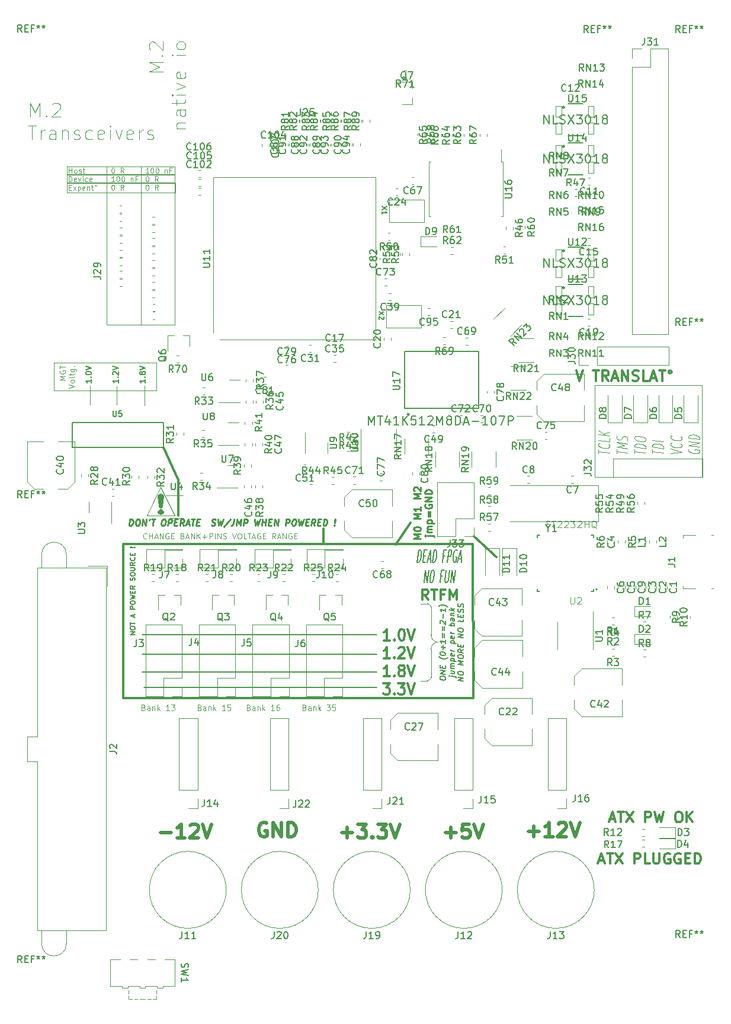
<source format=gbr>
%TF.GenerationSoftware,KiCad,Pcbnew,(5.99.0-3304-gcc86630f1-dirty)*%
%TF.CreationDate,2021-01-15T17:35:11+01:00*%
%TF.ProjectId,FD,46442e6b-6963-4616-945f-706362585858,rev?*%
%TF.SameCoordinates,Original*%
%TF.FileFunction,Legend,Top*%
%TF.FilePolarity,Positive*%
%FSLAX46Y46*%
G04 Gerber Fmt 4.6, Leading zero omitted, Abs format (unit mm)*
G04 Created by KiCad (PCBNEW (5.99.0-3304-gcc86630f1-dirty)) date 2021-01-15 17:35:11*
%MOMM*%
%LPD*%
G01*
G04 APERTURE LIST*
%ADD10C,0.200000*%
%ADD11C,0.100000*%
%ADD12C,0.300000*%
%ADD13C,0.175000*%
%ADD14C,0.225000*%
%ADD15C,0.500000*%
%ADD16C,0.250000*%
%ADD17C,0.625000*%
%ADD18C,0.150000*%
%ADD19C,0.050000*%
%ADD20C,0.120000*%
%ADD21C,0.127000*%
G04 APERTURE END LIST*
D10*
X188900000Y-114358000D02*
X155372000Y-114358000D01*
X188900000Y-111818000D02*
X155372000Y-111818000D01*
D11*
X144600000Y-43310000D02*
X160060000Y-43310000D01*
X160060000Y-43310000D02*
X160060000Y-44490000D01*
X160060000Y-44490000D02*
X144600000Y-44490000D01*
X144600000Y-44490000D02*
X144600000Y-43310000D01*
X197640000Y-110120000D02*
G75*
G03*
X196640000Y-111120000I0J-1000000D01*
G01*
D12*
X202640000Y-96120000D02*
X152640000Y-96120000D01*
D11*
X150280000Y-42170000D02*
X155170000Y-42170000D01*
X155170000Y-42170000D02*
X155170000Y-64770000D01*
X155170000Y-64770000D02*
X150280000Y-64770000D01*
X150280000Y-64770000D02*
X150280000Y-42170000D01*
D12*
X152640000Y-96120000D02*
X152640000Y-118120000D01*
D11*
X196640000Y-105120000D02*
X196640000Y-109120000D01*
X196640000Y-115120000D02*
G75*
G02*
X196140000Y-115620000I-500000J0D01*
G01*
X196640000Y-105120000D02*
G75*
G03*
X196140000Y-104620000I-500000J0D01*
G01*
D12*
X202710000Y-118150000D02*
X202640000Y-96120000D01*
X181300000Y-93930000D02*
X181300000Y-96140000D01*
X152640000Y-118120000D02*
X181140000Y-118120000D01*
D10*
X188900000Y-116610000D02*
X155638000Y-116610000D01*
D11*
X195140000Y-104620000D02*
X196140000Y-104620000D01*
D12*
X206000000Y-98000000D02*
X202760000Y-95040000D01*
D11*
X142780000Y-70220000D02*
X157400000Y-70220000D01*
X157400000Y-70220000D02*
X157400000Y-74160000D01*
X157400000Y-74160000D02*
X142780000Y-74160000D01*
X142780000Y-74160000D02*
X142780000Y-70220000D01*
D12*
X181140000Y-118140000D02*
X202640000Y-118140000D01*
D11*
X147940000Y-73510000D02*
X147940000Y-76200000D01*
X158000000Y-88000000D02*
X160000000Y-92000000D01*
D10*
X188900000Y-109024000D02*
X155372000Y-109024000D01*
D11*
X156000000Y-92000000D02*
X158000000Y-88000000D01*
X156000000Y-92000000D02*
X160000000Y-92000000D01*
D12*
X158370000Y-82330000D02*
X160500000Y-87000000D01*
D11*
X144600000Y-42130000D02*
X160060000Y-42130000D01*
X160060000Y-42130000D02*
X160060000Y-43320000D01*
X160060000Y-43320000D02*
X144600000Y-43320000D01*
X144600000Y-43320000D02*
X144600000Y-42130000D01*
X155660000Y-73490000D02*
X155690000Y-76290000D01*
X144600000Y-44500000D02*
X160070000Y-44500000D01*
X160070000Y-44500000D02*
X160070000Y-45900000D01*
X160070000Y-45900000D02*
X144600000Y-45900000D01*
X144600000Y-45900000D02*
X144600000Y-44500000D01*
D12*
X191630000Y-96160000D02*
X193690000Y-93040000D01*
D11*
X220070000Y-86530000D02*
X235410000Y-86530000D01*
X235410000Y-86530000D02*
X235410000Y-73410000D01*
X235410000Y-73410000D02*
X220070000Y-73410000D01*
X220070000Y-73410000D02*
X220070000Y-86530000D01*
X196640000Y-111120000D02*
X196640000Y-115120000D01*
X196140000Y-115620000D02*
X195140000Y-115620000D01*
D12*
X160500000Y-87000000D02*
X160500000Y-92000000D01*
D11*
X197640000Y-110120000D02*
G75*
G02*
X196640000Y-109120000I0J1000000D01*
G01*
X151760000Y-73600000D02*
X151760000Y-76180000D01*
X155170000Y-42170000D02*
X160060000Y-42170000D01*
X160060000Y-42170000D02*
X160060000Y-64770000D01*
X160060000Y-64770000D02*
X155170000Y-64770000D01*
X155170000Y-64770000D02*
X155170000Y-42170000D01*
X144893571Y-43101785D02*
X144893571Y-42351785D01*
X144893571Y-42708928D02*
X145322142Y-42708928D01*
X145322142Y-43101785D02*
X145322142Y-42351785D01*
X145786428Y-43101785D02*
X145715000Y-43066071D01*
X145679285Y-43030357D01*
X145643571Y-42958928D01*
X145643571Y-42744642D01*
X145679285Y-42673214D01*
X145715000Y-42637500D01*
X145786428Y-42601785D01*
X145893571Y-42601785D01*
X145965000Y-42637500D01*
X146000714Y-42673214D01*
X146036428Y-42744642D01*
X146036428Y-42958928D01*
X146000714Y-43030357D01*
X145965000Y-43066071D01*
X145893571Y-43101785D01*
X145786428Y-43101785D01*
X146322142Y-43066071D02*
X146393571Y-43101785D01*
X146536428Y-43101785D01*
X146607857Y-43066071D01*
X146643571Y-42994642D01*
X146643571Y-42958928D01*
X146607857Y-42887500D01*
X146536428Y-42851785D01*
X146429285Y-42851785D01*
X146357857Y-42816071D01*
X146322142Y-42744642D01*
X146322142Y-42708928D01*
X146357857Y-42637500D01*
X146429285Y-42601785D01*
X146536428Y-42601785D01*
X146607857Y-42637500D01*
X146857857Y-42601785D02*
X147143571Y-42601785D01*
X146965000Y-42351785D02*
X146965000Y-42994642D01*
X147000714Y-43066071D01*
X147072142Y-43101785D01*
X147143571Y-43101785D01*
X144893571Y-44309285D02*
X144893571Y-43559285D01*
X145072142Y-43559285D01*
X145179285Y-43595000D01*
X145250714Y-43666428D01*
X145286428Y-43737857D01*
X145322142Y-43880714D01*
X145322142Y-43987857D01*
X145286428Y-44130714D01*
X145250714Y-44202142D01*
X145179285Y-44273571D01*
X145072142Y-44309285D01*
X144893571Y-44309285D01*
X145929285Y-44273571D02*
X145857857Y-44309285D01*
X145715000Y-44309285D01*
X145643571Y-44273571D01*
X145607857Y-44202142D01*
X145607857Y-43916428D01*
X145643571Y-43845000D01*
X145715000Y-43809285D01*
X145857857Y-43809285D01*
X145929285Y-43845000D01*
X145965000Y-43916428D01*
X145965000Y-43987857D01*
X145607857Y-44059285D01*
X146215000Y-43809285D02*
X146393571Y-44309285D01*
X146572142Y-43809285D01*
X146857857Y-44309285D02*
X146857857Y-43809285D01*
X146857857Y-43559285D02*
X146822142Y-43595000D01*
X146857857Y-43630714D01*
X146893571Y-43595000D01*
X146857857Y-43559285D01*
X146857857Y-43630714D01*
X147536428Y-44273571D02*
X147465000Y-44309285D01*
X147322142Y-44309285D01*
X147250714Y-44273571D01*
X147215000Y-44237857D01*
X147179285Y-44166428D01*
X147179285Y-43952142D01*
X147215000Y-43880714D01*
X147250714Y-43845000D01*
X147322142Y-43809285D01*
X147465000Y-43809285D01*
X147536428Y-43845000D01*
X148143571Y-44273571D02*
X148072142Y-44309285D01*
X147929285Y-44309285D01*
X147857857Y-44273571D01*
X147822142Y-44202142D01*
X147822142Y-43916428D01*
X147857857Y-43845000D01*
X147929285Y-43809285D01*
X148072142Y-43809285D01*
X148143571Y-43845000D01*
X148179285Y-43916428D01*
X148179285Y-43987857D01*
X147822142Y-44059285D01*
X144893571Y-45123928D02*
X145143571Y-45123928D01*
X145250714Y-45516785D02*
X144893571Y-45516785D01*
X144893571Y-44766785D01*
X145250714Y-44766785D01*
X145500714Y-45516785D02*
X145893571Y-45016785D01*
X145500714Y-45016785D02*
X145893571Y-45516785D01*
X146179285Y-45016785D02*
X146179285Y-45766785D01*
X146179285Y-45052500D02*
X146250714Y-45016785D01*
X146393571Y-45016785D01*
X146465000Y-45052500D01*
X146500714Y-45088214D01*
X146536428Y-45159642D01*
X146536428Y-45373928D01*
X146500714Y-45445357D01*
X146465000Y-45481071D01*
X146393571Y-45516785D01*
X146250714Y-45516785D01*
X146179285Y-45481071D01*
X147143571Y-45481071D02*
X147072142Y-45516785D01*
X146929285Y-45516785D01*
X146857857Y-45481071D01*
X146822142Y-45409642D01*
X146822142Y-45123928D01*
X146857857Y-45052500D01*
X146929285Y-45016785D01*
X147072142Y-45016785D01*
X147143571Y-45052500D01*
X147179285Y-45123928D01*
X147179285Y-45195357D01*
X146822142Y-45266785D01*
X147500714Y-45016785D02*
X147500714Y-45516785D01*
X147500714Y-45088214D02*
X147536428Y-45052500D01*
X147607857Y-45016785D01*
X147715000Y-45016785D01*
X147786428Y-45052500D01*
X147822142Y-45123928D01*
X147822142Y-45516785D01*
X148072142Y-45016785D02*
X148357857Y-45016785D01*
X148179285Y-44766785D02*
X148179285Y-45409642D01*
X148215000Y-45481071D01*
X148286428Y-45516785D01*
X148357857Y-45516785D01*
X148715000Y-44766785D02*
X148643571Y-44802500D01*
X148607857Y-44873928D01*
X148643571Y-44945357D01*
X148715000Y-44981071D01*
X148786428Y-44945357D01*
X148822142Y-44873928D01*
X148786428Y-44802500D01*
X148715000Y-44766785D01*
X151156428Y-42351785D02*
X151227857Y-42351785D01*
X151299285Y-42387500D01*
X151335000Y-42423214D01*
X151370714Y-42494642D01*
X151406428Y-42637500D01*
X151406428Y-42816071D01*
X151370714Y-42958928D01*
X151335000Y-43030357D01*
X151299285Y-43066071D01*
X151227857Y-43101785D01*
X151156428Y-43101785D01*
X151085000Y-43066071D01*
X151049285Y-43030357D01*
X151013571Y-42958928D01*
X150977857Y-42816071D01*
X150977857Y-42637500D01*
X151013571Y-42494642D01*
X151049285Y-42423214D01*
X151085000Y-42387500D01*
X151156428Y-42351785D01*
X152727857Y-43101785D02*
X152477857Y-42744642D01*
X152299285Y-43101785D02*
X152299285Y-42351785D01*
X152585000Y-42351785D01*
X152656428Y-42387500D01*
X152692142Y-42423214D01*
X152727857Y-42494642D01*
X152727857Y-42601785D01*
X152692142Y-42673214D01*
X152656428Y-42708928D01*
X152585000Y-42744642D01*
X152299285Y-42744642D01*
X151406428Y-44309285D02*
X150977857Y-44309285D01*
X151192142Y-44309285D02*
X151192142Y-43559285D01*
X151120714Y-43666428D01*
X151049285Y-43737857D01*
X150977857Y-43773571D01*
X151870714Y-43559285D02*
X151942142Y-43559285D01*
X152013571Y-43595000D01*
X152049285Y-43630714D01*
X152085000Y-43702142D01*
X152120714Y-43845000D01*
X152120714Y-44023571D01*
X152085000Y-44166428D01*
X152049285Y-44237857D01*
X152013571Y-44273571D01*
X151942142Y-44309285D01*
X151870714Y-44309285D01*
X151799285Y-44273571D01*
X151763571Y-44237857D01*
X151727857Y-44166428D01*
X151692142Y-44023571D01*
X151692142Y-43845000D01*
X151727857Y-43702142D01*
X151763571Y-43630714D01*
X151799285Y-43595000D01*
X151870714Y-43559285D01*
X152585000Y-43559285D02*
X152656428Y-43559285D01*
X152727857Y-43595000D01*
X152763571Y-43630714D01*
X152799285Y-43702142D01*
X152835000Y-43845000D01*
X152835000Y-44023571D01*
X152799285Y-44166428D01*
X152763571Y-44237857D01*
X152727857Y-44273571D01*
X152656428Y-44309285D01*
X152585000Y-44309285D01*
X152513571Y-44273571D01*
X152477857Y-44237857D01*
X152442142Y-44166428D01*
X152406428Y-44023571D01*
X152406428Y-43845000D01*
X152442142Y-43702142D01*
X152477857Y-43630714D01*
X152513571Y-43595000D01*
X152585000Y-43559285D01*
X153727857Y-43809285D02*
X153727857Y-44309285D01*
X153727857Y-43880714D02*
X153763571Y-43845000D01*
X153835000Y-43809285D01*
X153942142Y-43809285D01*
X154013571Y-43845000D01*
X154049285Y-43916428D01*
X154049285Y-44309285D01*
X154656428Y-43916428D02*
X154406428Y-43916428D01*
X154406428Y-44309285D02*
X154406428Y-43559285D01*
X154763571Y-43559285D01*
X151156428Y-44766785D02*
X151227857Y-44766785D01*
X151299285Y-44802500D01*
X151335000Y-44838214D01*
X151370714Y-44909642D01*
X151406428Y-45052500D01*
X151406428Y-45231071D01*
X151370714Y-45373928D01*
X151335000Y-45445357D01*
X151299285Y-45481071D01*
X151227857Y-45516785D01*
X151156428Y-45516785D01*
X151085000Y-45481071D01*
X151049285Y-45445357D01*
X151013571Y-45373928D01*
X150977857Y-45231071D01*
X150977857Y-45052500D01*
X151013571Y-44909642D01*
X151049285Y-44838214D01*
X151085000Y-44802500D01*
X151156428Y-44766785D01*
X152727857Y-45516785D02*
X152477857Y-45159642D01*
X152299285Y-45516785D02*
X152299285Y-44766785D01*
X152585000Y-44766785D01*
X152656428Y-44802500D01*
X152692142Y-44838214D01*
X152727857Y-44909642D01*
X152727857Y-45016785D01*
X152692142Y-45088214D01*
X152656428Y-45123928D01*
X152585000Y-45159642D01*
X152299285Y-45159642D01*
X178580857Y-119452857D02*
X178695142Y-119490952D01*
X178733238Y-119529047D01*
X178771333Y-119605238D01*
X178771333Y-119719523D01*
X178733238Y-119795714D01*
X178695142Y-119833809D01*
X178618952Y-119871904D01*
X178314190Y-119871904D01*
X178314190Y-119071904D01*
X178580857Y-119071904D01*
X178657047Y-119110000D01*
X178695142Y-119148095D01*
X178733238Y-119224285D01*
X178733238Y-119300476D01*
X178695142Y-119376666D01*
X178657047Y-119414761D01*
X178580857Y-119452857D01*
X178314190Y-119452857D01*
X179457047Y-119871904D02*
X179457047Y-119452857D01*
X179418952Y-119376666D01*
X179342761Y-119338571D01*
X179190380Y-119338571D01*
X179114190Y-119376666D01*
X179457047Y-119833809D02*
X179380857Y-119871904D01*
X179190380Y-119871904D01*
X179114190Y-119833809D01*
X179076095Y-119757619D01*
X179076095Y-119681428D01*
X179114190Y-119605238D01*
X179190380Y-119567142D01*
X179380857Y-119567142D01*
X179457047Y-119529047D01*
X179838000Y-119338571D02*
X179838000Y-119871904D01*
X179838000Y-119414761D02*
X179876095Y-119376666D01*
X179952285Y-119338571D01*
X180066571Y-119338571D01*
X180142761Y-119376666D01*
X180180857Y-119452857D01*
X180180857Y-119871904D01*
X180561809Y-119871904D02*
X180561809Y-119071904D01*
X180638000Y-119567142D02*
X180866571Y-119871904D01*
X180866571Y-119338571D02*
X180561809Y-119643333D01*
X181742761Y-119071904D02*
X182238000Y-119071904D01*
X181971333Y-119376666D01*
X182085619Y-119376666D01*
X182161809Y-119414761D01*
X182199904Y-119452857D01*
X182238000Y-119529047D01*
X182238000Y-119719523D01*
X182199904Y-119795714D01*
X182161809Y-119833809D01*
X182085619Y-119871904D01*
X181857047Y-119871904D01*
X181780857Y-119833809D01*
X181742761Y-119795714D01*
X182961809Y-119071904D02*
X182580857Y-119071904D01*
X182542761Y-119452857D01*
X182580857Y-119414761D01*
X182657047Y-119376666D01*
X182847523Y-119376666D01*
X182923714Y-119414761D01*
X182961809Y-119452857D01*
X182999904Y-119529047D01*
X182999904Y-119719523D01*
X182961809Y-119795714D01*
X182923714Y-119833809D01*
X182847523Y-119871904D01*
X182657047Y-119871904D01*
X182580857Y-119833809D01*
X182542761Y-119795714D01*
X163580857Y-119452857D02*
X163695142Y-119490952D01*
X163733238Y-119529047D01*
X163771333Y-119605238D01*
X163771333Y-119719523D01*
X163733238Y-119795714D01*
X163695142Y-119833809D01*
X163618952Y-119871904D01*
X163314190Y-119871904D01*
X163314190Y-119071904D01*
X163580857Y-119071904D01*
X163657047Y-119110000D01*
X163695142Y-119148095D01*
X163733238Y-119224285D01*
X163733238Y-119300476D01*
X163695142Y-119376666D01*
X163657047Y-119414761D01*
X163580857Y-119452857D01*
X163314190Y-119452857D01*
X164457047Y-119871904D02*
X164457047Y-119452857D01*
X164418952Y-119376666D01*
X164342761Y-119338571D01*
X164190380Y-119338571D01*
X164114190Y-119376666D01*
X164457047Y-119833809D02*
X164380857Y-119871904D01*
X164190380Y-119871904D01*
X164114190Y-119833809D01*
X164076095Y-119757619D01*
X164076095Y-119681428D01*
X164114190Y-119605238D01*
X164190380Y-119567142D01*
X164380857Y-119567142D01*
X164457047Y-119529047D01*
X164838000Y-119338571D02*
X164838000Y-119871904D01*
X164838000Y-119414761D02*
X164876095Y-119376666D01*
X164952285Y-119338571D01*
X165066571Y-119338571D01*
X165142761Y-119376666D01*
X165180857Y-119452857D01*
X165180857Y-119871904D01*
X165561809Y-119871904D02*
X165561809Y-119071904D01*
X165638000Y-119567142D02*
X165866571Y-119871904D01*
X165866571Y-119338571D02*
X165561809Y-119643333D01*
X167238000Y-119871904D02*
X166780857Y-119871904D01*
X167009428Y-119871904D02*
X167009428Y-119071904D01*
X166933238Y-119186190D01*
X166857047Y-119262380D01*
X166780857Y-119300476D01*
X167961809Y-119071904D02*
X167580857Y-119071904D01*
X167542761Y-119452857D01*
X167580857Y-119414761D01*
X167657047Y-119376666D01*
X167847523Y-119376666D01*
X167923714Y-119414761D01*
X167961809Y-119452857D01*
X167999904Y-119529047D01*
X167999904Y-119719523D01*
X167961809Y-119795714D01*
X167923714Y-119833809D01*
X167847523Y-119871904D01*
X167657047Y-119871904D01*
X167580857Y-119833809D01*
X167542761Y-119795714D01*
X220563809Y-83150238D02*
X220563809Y-82578809D01*
X222163809Y-83064523D02*
X220563809Y-82864523D01*
X222011428Y-81855000D02*
X222087619Y-81912142D01*
X222163809Y-82064523D01*
X222163809Y-82159761D01*
X222087619Y-82293095D01*
X221935238Y-82369285D01*
X221782857Y-82397857D01*
X221478095Y-82407380D01*
X221249523Y-82378809D01*
X220944761Y-82293095D01*
X220792380Y-82226428D01*
X220640000Y-82112142D01*
X220563809Y-81959761D01*
X220563809Y-81864523D01*
X220640000Y-81731190D01*
X220716190Y-81693095D01*
X222163809Y-80969285D02*
X222163809Y-81445476D01*
X220563809Y-81245476D01*
X222163809Y-80635952D02*
X220563809Y-80435952D01*
X222163809Y-80064523D02*
X221249523Y-80378809D01*
X220563809Y-79864523D02*
X221478095Y-80550238D01*
X223139809Y-83150238D02*
X223139809Y-82578809D01*
X224739809Y-83064523D02*
X223139809Y-82864523D01*
X224739809Y-82445476D02*
X223139809Y-82245476D01*
X224282666Y-82055000D01*
X223139809Y-81578809D01*
X224739809Y-81778809D01*
X224663619Y-81340714D02*
X224739809Y-81207380D01*
X224739809Y-80969285D01*
X224663619Y-80864523D01*
X224587428Y-80807380D01*
X224435047Y-80740714D01*
X224282666Y-80721666D01*
X224130285Y-80750238D01*
X224054095Y-80788333D01*
X223977904Y-80874047D01*
X223901714Y-81055000D01*
X223825523Y-81140714D01*
X223749333Y-81178809D01*
X223596952Y-81207380D01*
X223444571Y-81188333D01*
X223292190Y-81121666D01*
X223216000Y-81064523D01*
X223139809Y-80959761D01*
X223139809Y-80721666D01*
X223216000Y-80588333D01*
X225715809Y-83150238D02*
X225715809Y-82578809D01*
X227315809Y-83064523D02*
X225715809Y-82864523D01*
X227315809Y-82445476D02*
X225715809Y-82245476D01*
X225715809Y-82007380D01*
X225792000Y-81874047D01*
X225944380Y-81797857D01*
X226096761Y-81769285D01*
X226401523Y-81759761D01*
X226630095Y-81788333D01*
X226934857Y-81874047D01*
X227087238Y-81940714D01*
X227239619Y-82055000D01*
X227315809Y-82207380D01*
X227315809Y-82445476D01*
X225715809Y-81055000D02*
X225715809Y-80864523D01*
X225792000Y-80778809D01*
X225944380Y-80702619D01*
X226249142Y-80693095D01*
X226782476Y-80759761D01*
X227087238Y-80845476D01*
X227239619Y-80959761D01*
X227315809Y-81064523D01*
X227315809Y-81255000D01*
X227239619Y-81340714D01*
X227087238Y-81416904D01*
X226782476Y-81426428D01*
X226249142Y-81359761D01*
X225944380Y-81274047D01*
X225792000Y-81159761D01*
X225715809Y-81055000D01*
X228291809Y-83150238D02*
X228291809Y-82578809D01*
X229891809Y-83064523D02*
X228291809Y-82864523D01*
X229891809Y-82445476D02*
X228291809Y-82245476D01*
X228291809Y-82007380D01*
X228368000Y-81874047D01*
X228520380Y-81797857D01*
X228672761Y-81769285D01*
X228977523Y-81759761D01*
X229206095Y-81788333D01*
X229510857Y-81874047D01*
X229663238Y-81940714D01*
X229815619Y-82055000D01*
X229891809Y-82207380D01*
X229891809Y-82445476D01*
X229891809Y-81445476D02*
X228291809Y-81245476D01*
X230867809Y-83150238D02*
X232467809Y-83016904D01*
X230867809Y-82483571D01*
X232315428Y-81759761D02*
X232391619Y-81816904D01*
X232467809Y-81969285D01*
X232467809Y-82064523D01*
X232391619Y-82197857D01*
X232239238Y-82274047D01*
X232086857Y-82302619D01*
X231782095Y-82312142D01*
X231553523Y-82283571D01*
X231248761Y-82197857D01*
X231096380Y-82131190D01*
X230944000Y-82016904D01*
X230867809Y-81864523D01*
X230867809Y-81769285D01*
X230944000Y-81635952D01*
X231020190Y-81597857D01*
X232315428Y-80759761D02*
X232391619Y-80816904D01*
X232467809Y-80969285D01*
X232467809Y-81064523D01*
X232391619Y-81197857D01*
X232239238Y-81274047D01*
X232086857Y-81302619D01*
X231782095Y-81312142D01*
X231553523Y-81283571D01*
X231248761Y-81197857D01*
X231096380Y-81131190D01*
X230944000Y-81016904D01*
X230867809Y-80864523D01*
X230867809Y-80769285D01*
X230944000Y-80635952D01*
X231020190Y-80597857D01*
X233520000Y-82493095D02*
X233443809Y-82578809D01*
X233443809Y-82721666D01*
X233520000Y-82874047D01*
X233672380Y-82988333D01*
X233824761Y-83055000D01*
X234129523Y-83140714D01*
X234358095Y-83169285D01*
X234662857Y-83159761D01*
X234815238Y-83131190D01*
X234967619Y-83055000D01*
X235043809Y-82921666D01*
X235043809Y-82826428D01*
X234967619Y-82674047D01*
X234891428Y-82616904D01*
X234358095Y-82550238D01*
X234358095Y-82740714D01*
X235043809Y-82207380D02*
X233443809Y-82007380D01*
X235043809Y-81635952D01*
X233443809Y-81435952D01*
X235043809Y-81159761D02*
X233443809Y-80959761D01*
X233443809Y-80721666D01*
X233520000Y-80588333D01*
X233672380Y-80512142D01*
X233824761Y-80483571D01*
X234129523Y-80474047D01*
X234358095Y-80502619D01*
X234662857Y-80588333D01*
X234815238Y-80655000D01*
X234967619Y-80769285D01*
X235043809Y-80921666D01*
X235043809Y-81159761D01*
D10*
X197913904Y-115295738D02*
X197913904Y-115143357D01*
X197952000Y-115071928D01*
X198028190Y-115005261D01*
X198180571Y-114986214D01*
X198447238Y-115019547D01*
X198599619Y-115076690D01*
X198675809Y-115162404D01*
X198713904Y-115243357D01*
X198713904Y-115395738D01*
X198675809Y-115467166D01*
X198599619Y-115533833D01*
X198447238Y-115552880D01*
X198180571Y-115519547D01*
X198028190Y-115462404D01*
X197952000Y-115376690D01*
X197913904Y-115295738D01*
X198713904Y-114710023D02*
X197913904Y-114610023D01*
X198713904Y-114252880D01*
X197913904Y-114152880D01*
X198294857Y-113819547D02*
X198294857Y-113552880D01*
X198713904Y-113490976D02*
X198713904Y-113871928D01*
X197913904Y-113771928D01*
X197913904Y-113390976D01*
X199018666Y-112348119D02*
X198980571Y-112381452D01*
X198866285Y-112443357D01*
X198790095Y-112471928D01*
X198675809Y-112495738D01*
X198485333Y-112510023D01*
X198332952Y-112490976D01*
X198142476Y-112429071D01*
X198028190Y-112376690D01*
X197952000Y-112329071D01*
X197837714Y-112238595D01*
X197799619Y-112195738D01*
X197913904Y-111752880D02*
X197913904Y-111676690D01*
X197952000Y-111605261D01*
X197990095Y-111571928D01*
X198066285Y-111543357D01*
X198218666Y-111524309D01*
X198409142Y-111548119D01*
X198561523Y-111605261D01*
X198637714Y-111652880D01*
X198675809Y-111695738D01*
X198713904Y-111776690D01*
X198713904Y-111852880D01*
X198675809Y-111924309D01*
X198637714Y-111957642D01*
X198561523Y-111986214D01*
X198409142Y-112005261D01*
X198218666Y-111981452D01*
X198066285Y-111924309D01*
X197990095Y-111876690D01*
X197952000Y-111833833D01*
X197913904Y-111752880D01*
X198409142Y-111205261D02*
X198409142Y-110595738D01*
X198713904Y-110938595D02*
X198104380Y-110862404D01*
X198713904Y-109833833D02*
X198713904Y-110290976D01*
X198713904Y-110062404D02*
X197913904Y-109962404D01*
X198028190Y-110052880D01*
X198104380Y-110138595D01*
X198142476Y-110219547D01*
X198294857Y-109438595D02*
X198294857Y-108829071D01*
X198523428Y-108857642D02*
X198523428Y-109467166D01*
X198294857Y-108448119D02*
X198294857Y-107838595D01*
X198523428Y-107867166D02*
X198523428Y-108476690D01*
X197990095Y-107457642D02*
X197952000Y-107414785D01*
X197913904Y-107333833D01*
X197913904Y-107143357D01*
X197952000Y-107071928D01*
X197990095Y-107038595D01*
X198066285Y-107010023D01*
X198142476Y-107019547D01*
X198256761Y-107071928D01*
X198713904Y-107586214D01*
X198713904Y-107090976D01*
X198409142Y-106710023D02*
X198409142Y-106100500D01*
X198713904Y-105338595D02*
X198713904Y-105795738D01*
X198713904Y-105567166D02*
X197913904Y-105467166D01*
X198028190Y-105557642D01*
X198104380Y-105643357D01*
X198142476Y-105724309D01*
X199018666Y-105110023D02*
X198980571Y-105067166D01*
X198866285Y-104976690D01*
X198790095Y-104929071D01*
X198675809Y-104876690D01*
X198485333Y-104814785D01*
X198332952Y-104795738D01*
X198142476Y-104810023D01*
X198028190Y-104833833D01*
X197952000Y-104862404D01*
X197837714Y-104924309D01*
X197799619Y-104957642D01*
X199468571Y-114948119D02*
X200154285Y-115033833D01*
X200230476Y-115081452D01*
X200268571Y-115162404D01*
X200268571Y-115200500D01*
X199201904Y-114914785D02*
X199240000Y-114957642D01*
X199278095Y-114924309D01*
X199240000Y-114881452D01*
X199201904Y-114914785D01*
X199278095Y-114924309D01*
X199468571Y-114224309D02*
X200001904Y-114290976D01*
X199468571Y-114567166D02*
X199887619Y-114619547D01*
X199963809Y-114590976D01*
X200001904Y-114519547D01*
X200001904Y-114405261D01*
X199963809Y-114324309D01*
X199925714Y-114281452D01*
X200001904Y-113910023D02*
X199468571Y-113843357D01*
X199544761Y-113852880D02*
X199506666Y-113810023D01*
X199468571Y-113729071D01*
X199468571Y-113614785D01*
X199506666Y-113543357D01*
X199582857Y-113514785D01*
X200001904Y-113567166D01*
X199582857Y-113514785D02*
X199506666Y-113467166D01*
X199468571Y-113386214D01*
X199468571Y-113271928D01*
X199506666Y-113200500D01*
X199582857Y-113171928D01*
X200001904Y-113224309D01*
X199468571Y-112776690D02*
X200268571Y-112876690D01*
X199506666Y-112781452D02*
X199468571Y-112700500D01*
X199468571Y-112548119D01*
X199506666Y-112476690D01*
X199544761Y-112443357D01*
X199620952Y-112414785D01*
X199849523Y-112443357D01*
X199925714Y-112490976D01*
X199963809Y-112533833D01*
X200001904Y-112614785D01*
X200001904Y-112767166D01*
X199963809Y-112838595D01*
X199963809Y-111810023D02*
X200001904Y-111890976D01*
X200001904Y-112043357D01*
X199963809Y-112114785D01*
X199887619Y-112143357D01*
X199582857Y-112105261D01*
X199506666Y-112057642D01*
X199468571Y-111976690D01*
X199468571Y-111824309D01*
X199506666Y-111752880D01*
X199582857Y-111724309D01*
X199659047Y-111733833D01*
X199735238Y-112124309D01*
X200001904Y-111433833D02*
X199468571Y-111367166D01*
X199620952Y-111386214D02*
X199544761Y-111338595D01*
X199506666Y-111295738D01*
X199468571Y-111214785D01*
X199468571Y-111138595D01*
X199468571Y-110262404D02*
X200268571Y-110362404D01*
X199506666Y-110267166D02*
X199468571Y-110186214D01*
X199468571Y-110033833D01*
X199506666Y-109962404D01*
X199544761Y-109929071D01*
X199620952Y-109900500D01*
X199849523Y-109929071D01*
X199925714Y-109976690D01*
X199963809Y-110019547D01*
X200001904Y-110100500D01*
X200001904Y-110252880D01*
X199963809Y-110324309D01*
X199963809Y-109295738D02*
X200001904Y-109376690D01*
X200001904Y-109529071D01*
X199963809Y-109600500D01*
X199887619Y-109629071D01*
X199582857Y-109590976D01*
X199506666Y-109543357D01*
X199468571Y-109462404D01*
X199468571Y-109310023D01*
X199506666Y-109238595D01*
X199582857Y-109210023D01*
X199659047Y-109219547D01*
X199735238Y-109610023D01*
X200001904Y-108919547D02*
X199468571Y-108852880D01*
X199620952Y-108871928D02*
X199544761Y-108824309D01*
X199506666Y-108781452D01*
X199468571Y-108700500D01*
X199468571Y-108624309D01*
X200001904Y-107814785D02*
X199201904Y-107714785D01*
X199506666Y-107752880D02*
X199468571Y-107671928D01*
X199468571Y-107519547D01*
X199506666Y-107448119D01*
X199544761Y-107414785D01*
X199620952Y-107386214D01*
X199849523Y-107414785D01*
X199925714Y-107462404D01*
X199963809Y-107505261D01*
X200001904Y-107586214D01*
X200001904Y-107738595D01*
X199963809Y-107810023D01*
X200001904Y-106748119D02*
X199582857Y-106695738D01*
X199506666Y-106724309D01*
X199468571Y-106795738D01*
X199468571Y-106948119D01*
X199506666Y-107029071D01*
X199963809Y-106743357D02*
X200001904Y-106824309D01*
X200001904Y-107014785D01*
X199963809Y-107086214D01*
X199887619Y-107114785D01*
X199811428Y-107105261D01*
X199735238Y-107057642D01*
X199697142Y-106976690D01*
X199697142Y-106786214D01*
X199659047Y-106705261D01*
X199468571Y-106300500D02*
X200001904Y-106367166D01*
X199544761Y-106310023D02*
X199506666Y-106267166D01*
X199468571Y-106186214D01*
X199468571Y-106071928D01*
X199506666Y-106000500D01*
X199582857Y-105971928D01*
X200001904Y-106024309D01*
X200001904Y-105643357D02*
X199201904Y-105543357D01*
X199697142Y-105529071D02*
X200001904Y-105338595D01*
X199468571Y-105271928D02*
X199773333Y-105614785D01*
X201289904Y-115681452D02*
X200489904Y-115581452D01*
X201289904Y-115224309D01*
X200489904Y-115124309D01*
X200489904Y-114590976D02*
X200489904Y-114438595D01*
X200528000Y-114367166D01*
X200604190Y-114300500D01*
X200756571Y-114281452D01*
X201023238Y-114314785D01*
X201175619Y-114371928D01*
X201251809Y-114457642D01*
X201289904Y-114538595D01*
X201289904Y-114690976D01*
X201251809Y-114762404D01*
X201175619Y-114829071D01*
X201023238Y-114848119D01*
X200756571Y-114814785D01*
X200604190Y-114757642D01*
X200528000Y-114671928D01*
X200489904Y-114590976D01*
X201289904Y-113395738D02*
X200489904Y-113295738D01*
X201061333Y-113100500D01*
X200489904Y-112762404D01*
X201289904Y-112862404D01*
X200489904Y-112229071D02*
X200489904Y-112076690D01*
X200528000Y-112005261D01*
X200604190Y-111938595D01*
X200756571Y-111919547D01*
X201023238Y-111952880D01*
X201175619Y-112010023D01*
X201251809Y-112095738D01*
X201289904Y-112176690D01*
X201289904Y-112329071D01*
X201251809Y-112400500D01*
X201175619Y-112467166D01*
X201023238Y-112486214D01*
X200756571Y-112452880D01*
X200604190Y-112395738D01*
X200528000Y-112310023D01*
X200489904Y-112229071D01*
X201289904Y-111186214D02*
X200908952Y-111405261D01*
X201289904Y-111643357D02*
X200489904Y-111543357D01*
X200489904Y-111238595D01*
X200528000Y-111167166D01*
X200566095Y-111133833D01*
X200642285Y-111105261D01*
X200756571Y-111119547D01*
X200832761Y-111167166D01*
X200870857Y-111210023D01*
X200908952Y-111290976D01*
X200908952Y-111595738D01*
X200870857Y-110790976D02*
X200870857Y-110524309D01*
X201289904Y-110462404D02*
X201289904Y-110843357D01*
X200489904Y-110743357D01*
X200489904Y-110362404D01*
X201289904Y-109510023D02*
X200489904Y-109410023D01*
X201289904Y-109052880D01*
X200489904Y-108952880D01*
X200489904Y-108419547D02*
X200489904Y-108267166D01*
X200528000Y-108195738D01*
X200604190Y-108129071D01*
X200756571Y-108110023D01*
X201023238Y-108143357D01*
X201175619Y-108200500D01*
X201251809Y-108286214D01*
X201289904Y-108367166D01*
X201289904Y-108519547D01*
X201251809Y-108590976D01*
X201175619Y-108657642D01*
X201023238Y-108676690D01*
X200756571Y-108643357D01*
X200604190Y-108586214D01*
X200528000Y-108500500D01*
X200489904Y-108419547D01*
X201289904Y-106843357D02*
X201289904Y-107224309D01*
X200489904Y-107124309D01*
X200870857Y-106524309D02*
X200870857Y-106257642D01*
X201289904Y-106195738D02*
X201289904Y-106576690D01*
X200489904Y-106476690D01*
X200489904Y-106095738D01*
X201251809Y-105886214D02*
X201289904Y-105776690D01*
X201289904Y-105586214D01*
X201251809Y-105505261D01*
X201213714Y-105462404D01*
X201137523Y-105414785D01*
X201061333Y-105405261D01*
X200985142Y-105433833D01*
X200947047Y-105467166D01*
X200908952Y-105538595D01*
X200870857Y-105686214D01*
X200832761Y-105757642D01*
X200794666Y-105790976D01*
X200718476Y-105819547D01*
X200642285Y-105810023D01*
X200566095Y-105762404D01*
X200528000Y-105719547D01*
X200489904Y-105638595D01*
X200489904Y-105448119D01*
X200528000Y-105338595D01*
X201251809Y-105124309D02*
X201289904Y-105014785D01*
X201289904Y-104824309D01*
X201251809Y-104743357D01*
X201213714Y-104700500D01*
X201137523Y-104652880D01*
X201061333Y-104643357D01*
X200985142Y-104671928D01*
X200947047Y-104705261D01*
X200908952Y-104776690D01*
X200870857Y-104924309D01*
X200832761Y-104995738D01*
X200794666Y-105029071D01*
X200718476Y-105057642D01*
X200642285Y-105048119D01*
X200566095Y-105000500D01*
X200528000Y-104957642D01*
X200489904Y-104876690D01*
X200489904Y-104686214D01*
X200528000Y-104576690D01*
D11*
X139361190Y-35074761D02*
X139361190Y-33074761D01*
X140027857Y-34503333D01*
X140694523Y-33074761D01*
X140694523Y-35074761D01*
X141646904Y-34884285D02*
X141742142Y-34979523D01*
X141646904Y-35074761D01*
X141551666Y-34979523D01*
X141646904Y-34884285D01*
X141646904Y-35074761D01*
X142504047Y-33265238D02*
X142599285Y-33170000D01*
X142789761Y-33074761D01*
X143265952Y-33074761D01*
X143456428Y-33170000D01*
X143551666Y-33265238D01*
X143646904Y-33455714D01*
X143646904Y-33646190D01*
X143551666Y-33931904D01*
X142408809Y-35074761D01*
X143646904Y-35074761D01*
X139075476Y-36294761D02*
X140218333Y-36294761D01*
X139646904Y-38294761D02*
X139646904Y-36294761D01*
X140885000Y-38294761D02*
X140885000Y-36961428D01*
X140885000Y-37342380D02*
X140980238Y-37151904D01*
X141075476Y-37056666D01*
X141265952Y-36961428D01*
X141456428Y-36961428D01*
X142980238Y-38294761D02*
X142980238Y-37247142D01*
X142885000Y-37056666D01*
X142694523Y-36961428D01*
X142313571Y-36961428D01*
X142123095Y-37056666D01*
X142980238Y-38199523D02*
X142789761Y-38294761D01*
X142313571Y-38294761D01*
X142123095Y-38199523D01*
X142027857Y-38009047D01*
X142027857Y-37818571D01*
X142123095Y-37628095D01*
X142313571Y-37532857D01*
X142789761Y-37532857D01*
X142980238Y-37437619D01*
X143932619Y-36961428D02*
X143932619Y-38294761D01*
X143932619Y-37151904D02*
X144027857Y-37056666D01*
X144218333Y-36961428D01*
X144504047Y-36961428D01*
X144694523Y-37056666D01*
X144789761Y-37247142D01*
X144789761Y-38294761D01*
X145646904Y-38199523D02*
X145837380Y-38294761D01*
X146218333Y-38294761D01*
X146408809Y-38199523D01*
X146504047Y-38009047D01*
X146504047Y-37913809D01*
X146408809Y-37723333D01*
X146218333Y-37628095D01*
X145932619Y-37628095D01*
X145742142Y-37532857D01*
X145646904Y-37342380D01*
X145646904Y-37247142D01*
X145742142Y-37056666D01*
X145932619Y-36961428D01*
X146218333Y-36961428D01*
X146408809Y-37056666D01*
X148218333Y-38199523D02*
X148027857Y-38294761D01*
X147646904Y-38294761D01*
X147456428Y-38199523D01*
X147361190Y-38104285D01*
X147265952Y-37913809D01*
X147265952Y-37342380D01*
X147361190Y-37151904D01*
X147456428Y-37056666D01*
X147646904Y-36961428D01*
X148027857Y-36961428D01*
X148218333Y-37056666D01*
X149837380Y-38199523D02*
X149646904Y-38294761D01*
X149265952Y-38294761D01*
X149075476Y-38199523D01*
X148980238Y-38009047D01*
X148980238Y-37247142D01*
X149075476Y-37056666D01*
X149265952Y-36961428D01*
X149646904Y-36961428D01*
X149837380Y-37056666D01*
X149932619Y-37247142D01*
X149932619Y-37437619D01*
X148980238Y-37628095D01*
X150789761Y-38294761D02*
X150789761Y-36961428D01*
X150789761Y-36294761D02*
X150694523Y-36390000D01*
X150789761Y-36485238D01*
X150885000Y-36390000D01*
X150789761Y-36294761D01*
X150789761Y-36485238D01*
X151551666Y-36961428D02*
X152027857Y-38294761D01*
X152504047Y-36961428D01*
X154027857Y-38199523D02*
X153837380Y-38294761D01*
X153456428Y-38294761D01*
X153265952Y-38199523D01*
X153170714Y-38009047D01*
X153170714Y-37247142D01*
X153265952Y-37056666D01*
X153456428Y-36961428D01*
X153837380Y-36961428D01*
X154027857Y-37056666D01*
X154123095Y-37247142D01*
X154123095Y-37437619D01*
X153170714Y-37628095D01*
X154980238Y-38294761D02*
X154980238Y-36961428D01*
X154980238Y-37342380D02*
X155075476Y-37151904D01*
X155170714Y-37056666D01*
X155361190Y-36961428D01*
X155551666Y-36961428D01*
X156123095Y-38199523D02*
X156313571Y-38294761D01*
X156694523Y-38294761D01*
X156885000Y-38199523D01*
X156980238Y-38009047D01*
X156980238Y-37913809D01*
X156885000Y-37723333D01*
X156694523Y-37628095D01*
X156408809Y-37628095D01*
X156218333Y-37532857D01*
X156123095Y-37342380D01*
X156123095Y-37247142D01*
X156218333Y-37056666D01*
X156408809Y-36961428D01*
X156694523Y-36961428D01*
X156885000Y-37056666D01*
X170580857Y-119452857D02*
X170695142Y-119490952D01*
X170733238Y-119529047D01*
X170771333Y-119605238D01*
X170771333Y-119719523D01*
X170733238Y-119795714D01*
X170695142Y-119833809D01*
X170618952Y-119871904D01*
X170314190Y-119871904D01*
X170314190Y-119071904D01*
X170580857Y-119071904D01*
X170657047Y-119110000D01*
X170695142Y-119148095D01*
X170733238Y-119224285D01*
X170733238Y-119300476D01*
X170695142Y-119376666D01*
X170657047Y-119414761D01*
X170580857Y-119452857D01*
X170314190Y-119452857D01*
X171457047Y-119871904D02*
X171457047Y-119452857D01*
X171418952Y-119376666D01*
X171342761Y-119338571D01*
X171190380Y-119338571D01*
X171114190Y-119376666D01*
X171457047Y-119833809D02*
X171380857Y-119871904D01*
X171190380Y-119871904D01*
X171114190Y-119833809D01*
X171076095Y-119757619D01*
X171076095Y-119681428D01*
X171114190Y-119605238D01*
X171190380Y-119567142D01*
X171380857Y-119567142D01*
X171457047Y-119529047D01*
X171838000Y-119338571D02*
X171838000Y-119871904D01*
X171838000Y-119414761D02*
X171876095Y-119376666D01*
X171952285Y-119338571D01*
X172066571Y-119338571D01*
X172142761Y-119376666D01*
X172180857Y-119452857D01*
X172180857Y-119871904D01*
X172561809Y-119871904D02*
X172561809Y-119071904D01*
X172638000Y-119567142D02*
X172866571Y-119871904D01*
X172866571Y-119338571D02*
X172561809Y-119643333D01*
X174238000Y-119871904D02*
X173780857Y-119871904D01*
X174009428Y-119871904D02*
X174009428Y-119071904D01*
X173933238Y-119186190D01*
X173857047Y-119262380D01*
X173780857Y-119300476D01*
X174923714Y-119071904D02*
X174771333Y-119071904D01*
X174695142Y-119110000D01*
X174657047Y-119148095D01*
X174580857Y-119262380D01*
X174542761Y-119414761D01*
X174542761Y-119719523D01*
X174580857Y-119795714D01*
X174618952Y-119833809D01*
X174695142Y-119871904D01*
X174847523Y-119871904D01*
X174923714Y-119833809D01*
X174961809Y-119795714D01*
X174999904Y-119719523D01*
X174999904Y-119529047D01*
X174961809Y-119452857D01*
X174923714Y-119414761D01*
X174847523Y-119376666D01*
X174695142Y-119376666D01*
X174618952Y-119414761D01*
X174580857Y-119452857D01*
X174542761Y-119529047D01*
D10*
X194654827Y-98735285D02*
X194879827Y-96935285D01*
X195070303Y-96935285D01*
X195173875Y-97021000D01*
X195228636Y-97192428D01*
X195245303Y-97363857D01*
X195240541Y-97706714D01*
X195208398Y-97963857D01*
X195127446Y-98306714D01*
X195067922Y-98478142D01*
X194970303Y-98649571D01*
X194845303Y-98735285D01*
X194654827Y-98735285D01*
X195572684Y-97792428D02*
X195839351Y-97792428D01*
X195835779Y-98735285D02*
X195454827Y-98735285D01*
X195679827Y-96935285D01*
X196060779Y-96935285D01*
X196204827Y-98221000D02*
X196585779Y-98221000D01*
X196064351Y-98735285D02*
X196556017Y-96935285D01*
X196597684Y-98735285D01*
X196864351Y-98735285D02*
X197089351Y-96935285D01*
X197279827Y-96935285D01*
X197383398Y-97021000D01*
X197438160Y-97192428D01*
X197454827Y-97363857D01*
X197450065Y-97706714D01*
X197417922Y-97963857D01*
X197336970Y-98306714D01*
X197277446Y-98478142D01*
X197179827Y-98649571D01*
X197054827Y-98735285D01*
X196864351Y-98735285D01*
X198658398Y-97792428D02*
X198391732Y-97792428D01*
X198273875Y-98735285D02*
X198498875Y-96935285D01*
X198879827Y-96935285D01*
X198959589Y-98735285D02*
X199184589Y-96935285D01*
X199489351Y-96935285D01*
X199554827Y-97021000D01*
X199582208Y-97106714D01*
X199598875Y-97278142D01*
X199566732Y-97535285D01*
X199507208Y-97706714D01*
X199458398Y-97792428D01*
X199371494Y-97878142D01*
X199066732Y-97878142D01*
X200392922Y-97021000D02*
X200327446Y-96935285D01*
X200213160Y-96935285D01*
X200088160Y-97021000D01*
X199990541Y-97192428D01*
X199931017Y-97363857D01*
X199850065Y-97706714D01*
X199817922Y-97963857D01*
X199813160Y-98306714D01*
X199829827Y-98478142D01*
X199884589Y-98649571D01*
X199988160Y-98735285D01*
X200064351Y-98735285D01*
X200189351Y-98649571D01*
X200238160Y-98563857D01*
X200313160Y-97963857D01*
X200160779Y-97963857D01*
X200585779Y-98221000D02*
X200966732Y-98221000D01*
X200445303Y-98735285D02*
X200936970Y-96935285D01*
X200978636Y-98735285D01*
X195626255Y-101633285D02*
X195851255Y-99833285D01*
X196083398Y-101633285D01*
X196308398Y-99833285D01*
X196841732Y-99833285D02*
X196994113Y-99833285D01*
X197059589Y-99919000D01*
X197114351Y-100090428D01*
X197109589Y-100433285D01*
X197034589Y-101033285D01*
X196953636Y-101376142D01*
X196856017Y-101547571D01*
X196769113Y-101633285D01*
X196616732Y-101633285D01*
X196551255Y-101547571D01*
X196496494Y-101376142D01*
X196501255Y-101033285D01*
X196576255Y-100433285D01*
X196657208Y-100090428D01*
X196754827Y-99919000D01*
X196841732Y-99833285D01*
X198296494Y-100690428D02*
X198029827Y-100690428D01*
X197911970Y-101633285D02*
X198136970Y-99833285D01*
X198517922Y-99833285D01*
X198822684Y-99833285D02*
X198640541Y-101290428D01*
X198657208Y-101461857D01*
X198684589Y-101547571D01*
X198750065Y-101633285D01*
X198902446Y-101633285D01*
X198989351Y-101547571D01*
X199038160Y-101461857D01*
X199097684Y-101290428D01*
X199279827Y-99833285D01*
X199435779Y-101633285D02*
X199660779Y-99833285D01*
X199892922Y-101633285D01*
X200117922Y-99833285D01*
D12*
X196252857Y-104088571D02*
X195752857Y-103374285D01*
X195395714Y-104088571D02*
X195395714Y-102588571D01*
X195967142Y-102588571D01*
X196110000Y-102660000D01*
X196181428Y-102731428D01*
X196252857Y-102874285D01*
X196252857Y-103088571D01*
X196181428Y-103231428D01*
X196110000Y-103302857D01*
X195967142Y-103374285D01*
X195395714Y-103374285D01*
X196681428Y-102588571D02*
X197538571Y-102588571D01*
X197110000Y-104088571D02*
X197110000Y-102588571D01*
X198538571Y-103302857D02*
X198038571Y-103302857D01*
X198038571Y-104088571D02*
X198038571Y-102588571D01*
X198752857Y-102588571D01*
X199324285Y-104088571D02*
X199324285Y-102588571D01*
X199824285Y-103660000D01*
X200324285Y-102588571D01*
X200324285Y-104088571D01*
D13*
X154336666Y-109043333D02*
X153636666Y-109043333D01*
X154336666Y-108643333D01*
X153636666Y-108643333D01*
X153636666Y-108176666D02*
X153636666Y-108043333D01*
X153670000Y-107976666D01*
X153736666Y-107910000D01*
X153870000Y-107876666D01*
X154103333Y-107876666D01*
X154236666Y-107910000D01*
X154303333Y-107976666D01*
X154336666Y-108043333D01*
X154336666Y-108176666D01*
X154303333Y-108243333D01*
X154236666Y-108310000D01*
X154103333Y-108343333D01*
X153870000Y-108343333D01*
X153736666Y-108310000D01*
X153670000Y-108243333D01*
X153636666Y-108176666D01*
X153636666Y-107676666D02*
X153636666Y-107276666D01*
X154336666Y-107476666D02*
X153636666Y-107476666D01*
X154136666Y-106543333D02*
X154136666Y-106210000D01*
X154336666Y-106610000D02*
X153636666Y-106376666D01*
X154336666Y-106143333D01*
X154336666Y-105376666D02*
X153636666Y-105376666D01*
X153636666Y-105110000D01*
X153670000Y-105043333D01*
X153703333Y-105010000D01*
X153770000Y-104976666D01*
X153870000Y-104976666D01*
X153936666Y-105010000D01*
X153970000Y-105043333D01*
X154003333Y-105110000D01*
X154003333Y-105376666D01*
X153636666Y-104543333D02*
X153636666Y-104410000D01*
X153670000Y-104343333D01*
X153736666Y-104276666D01*
X153870000Y-104243333D01*
X154103333Y-104243333D01*
X154236666Y-104276666D01*
X154303333Y-104343333D01*
X154336666Y-104410000D01*
X154336666Y-104543333D01*
X154303333Y-104610000D01*
X154236666Y-104676666D01*
X154103333Y-104710000D01*
X153870000Y-104710000D01*
X153736666Y-104676666D01*
X153670000Y-104610000D01*
X153636666Y-104543333D01*
X153636666Y-104010000D02*
X154336666Y-103843333D01*
X153836666Y-103710000D01*
X154336666Y-103576666D01*
X153636666Y-103410000D01*
X153970000Y-103143333D02*
X153970000Y-102910000D01*
X154336666Y-102810000D02*
X154336666Y-103143333D01*
X153636666Y-103143333D01*
X153636666Y-102810000D01*
X154336666Y-102110000D02*
X154003333Y-102343333D01*
X154336666Y-102510000D02*
X153636666Y-102510000D01*
X153636666Y-102243333D01*
X153670000Y-102176666D01*
X153703333Y-102143333D01*
X153770000Y-102110000D01*
X153870000Y-102110000D01*
X153936666Y-102143333D01*
X153970000Y-102176666D01*
X154003333Y-102243333D01*
X154003333Y-102510000D01*
X154303333Y-101310000D02*
X154336666Y-101210000D01*
X154336666Y-101043333D01*
X154303333Y-100976666D01*
X154270000Y-100943333D01*
X154203333Y-100910000D01*
X154136666Y-100910000D01*
X154070000Y-100943333D01*
X154036666Y-100976666D01*
X154003333Y-101043333D01*
X153970000Y-101176666D01*
X153936666Y-101243333D01*
X153903333Y-101276666D01*
X153836666Y-101310000D01*
X153770000Y-101310000D01*
X153703333Y-101276666D01*
X153670000Y-101243333D01*
X153636666Y-101176666D01*
X153636666Y-101010000D01*
X153670000Y-100910000D01*
X153636666Y-100476666D02*
X153636666Y-100343333D01*
X153670000Y-100276666D01*
X153736666Y-100210000D01*
X153870000Y-100176666D01*
X154103333Y-100176666D01*
X154236666Y-100210000D01*
X154303333Y-100276666D01*
X154336666Y-100343333D01*
X154336666Y-100476666D01*
X154303333Y-100543333D01*
X154236666Y-100610000D01*
X154103333Y-100643333D01*
X153870000Y-100643333D01*
X153736666Y-100610000D01*
X153670000Y-100543333D01*
X153636666Y-100476666D01*
X153636666Y-99876666D02*
X154203333Y-99876666D01*
X154270000Y-99843333D01*
X154303333Y-99810000D01*
X154336666Y-99743333D01*
X154336666Y-99610000D01*
X154303333Y-99543333D01*
X154270000Y-99510000D01*
X154203333Y-99476666D01*
X153636666Y-99476666D01*
X154336666Y-98743333D02*
X154003333Y-98976666D01*
X154336666Y-99143333D02*
X153636666Y-99143333D01*
X153636666Y-98876666D01*
X153670000Y-98810000D01*
X153703333Y-98776666D01*
X153770000Y-98743333D01*
X153870000Y-98743333D01*
X153936666Y-98776666D01*
X153970000Y-98810000D01*
X154003333Y-98876666D01*
X154003333Y-99143333D01*
X154270000Y-98043333D02*
X154303333Y-98076666D01*
X154336666Y-98176666D01*
X154336666Y-98243333D01*
X154303333Y-98343333D01*
X154236666Y-98410000D01*
X154170000Y-98443333D01*
X154036666Y-98476666D01*
X153936666Y-98476666D01*
X153803333Y-98443333D01*
X153736666Y-98410000D01*
X153670000Y-98343333D01*
X153636666Y-98243333D01*
X153636666Y-98176666D01*
X153670000Y-98076666D01*
X153703333Y-98043333D01*
X153970000Y-97743333D02*
X153970000Y-97510000D01*
X154336666Y-97410000D02*
X154336666Y-97743333D01*
X153636666Y-97743333D01*
X153636666Y-97410000D01*
X154270000Y-96576666D02*
X154303333Y-96543333D01*
X154336666Y-96576666D01*
X154303333Y-96610000D01*
X154270000Y-96576666D01*
X154336666Y-96576666D01*
X154070000Y-96576666D02*
X153670000Y-96610000D01*
X153636666Y-96576666D01*
X153670000Y-96543333D01*
X154070000Y-96576666D01*
X153636666Y-96576666D01*
D14*
X153507651Y-93467142D02*
X153620151Y-92567142D01*
X153834437Y-92567142D01*
X153957651Y-92610000D01*
X154032651Y-92695714D01*
X154064794Y-92781428D01*
X154086223Y-92952857D01*
X154070151Y-93081428D01*
X154005866Y-93252857D01*
X153952294Y-93338571D01*
X153855866Y-93424285D01*
X153721937Y-93467142D01*
X153507651Y-93467142D01*
X154691580Y-92567142D02*
X154863008Y-92567142D01*
X154943366Y-92610000D01*
X155018366Y-92695714D01*
X155039794Y-92867142D01*
X155002294Y-93167142D01*
X154938008Y-93338571D01*
X154841580Y-93424285D01*
X154750508Y-93467142D01*
X154579080Y-93467142D01*
X154498723Y-93424285D01*
X154423723Y-93338571D01*
X154402294Y-93167142D01*
X154439794Y-92867142D01*
X154504080Y-92695714D01*
X154600508Y-92610000D01*
X154691580Y-92567142D01*
X155350508Y-93467142D02*
X155463008Y-92567142D01*
X155864794Y-93467142D01*
X155977294Y-92567142D01*
X156448723Y-92567142D02*
X156341580Y-92738571D01*
X156705866Y-92567142D02*
X157220151Y-92567142D01*
X156850508Y-93467142D02*
X156963008Y-92567142D01*
X158377294Y-92567142D02*
X158548723Y-92567142D01*
X158629080Y-92610000D01*
X158704080Y-92695714D01*
X158725508Y-92867142D01*
X158688008Y-93167142D01*
X158623723Y-93338571D01*
X158527294Y-93424285D01*
X158436223Y-93467142D01*
X158264794Y-93467142D01*
X158184437Y-93424285D01*
X158109437Y-93338571D01*
X158088008Y-93167142D01*
X158125508Y-92867142D01*
X158189794Y-92695714D01*
X158286223Y-92610000D01*
X158377294Y-92567142D01*
X159036223Y-93467142D02*
X159148723Y-92567142D01*
X159491580Y-92567142D01*
X159571937Y-92610000D01*
X159609437Y-92652857D01*
X159641580Y-92738571D01*
X159625508Y-92867142D01*
X159571937Y-92952857D01*
X159523723Y-92995714D01*
X159432651Y-93038571D01*
X159089794Y-93038571D01*
X159995151Y-92995714D02*
X160295151Y-92995714D01*
X160364794Y-93467142D02*
X159936223Y-93467142D01*
X160048723Y-92567142D01*
X160477294Y-92567142D01*
X161264794Y-93467142D02*
X161018366Y-93038571D01*
X160750508Y-93467142D02*
X160863008Y-92567142D01*
X161205866Y-92567142D01*
X161286223Y-92610000D01*
X161323723Y-92652857D01*
X161355866Y-92738571D01*
X161339794Y-92867142D01*
X161286223Y-92952857D01*
X161238008Y-92995714D01*
X161146937Y-93038571D01*
X160804080Y-93038571D01*
X161639794Y-93210000D02*
X162068366Y-93210000D01*
X161521937Y-93467142D02*
X161934437Y-92567142D01*
X162121937Y-93467142D01*
X162405866Y-92567142D02*
X162920151Y-92567142D01*
X162550508Y-93467142D02*
X162663008Y-92567142D01*
X163166580Y-92995714D02*
X163466580Y-92995714D01*
X163536223Y-93467142D02*
X163107651Y-93467142D01*
X163220151Y-92567142D01*
X163648723Y-92567142D01*
X165255866Y-93424285D02*
X165379080Y-93467142D01*
X165593366Y-93467142D01*
X165684437Y-93424285D01*
X165732651Y-93381428D01*
X165786223Y-93295714D01*
X165796937Y-93210000D01*
X165764794Y-93124285D01*
X165727294Y-93081428D01*
X165646937Y-93038571D01*
X165480866Y-92995714D01*
X165400508Y-92952857D01*
X165363008Y-92910000D01*
X165330866Y-92824285D01*
X165341580Y-92738571D01*
X165395151Y-92652857D01*
X165443366Y-92610000D01*
X165534437Y-92567142D01*
X165748723Y-92567142D01*
X165871937Y-92610000D01*
X166177294Y-92567142D02*
X166279080Y-93467142D01*
X166530866Y-92824285D01*
X166621937Y-93467142D01*
X166948723Y-92567142D01*
X167939794Y-92524285D02*
X167023723Y-93681428D01*
X168491580Y-92567142D02*
X168411223Y-93210000D01*
X168352294Y-93338571D01*
X168255866Y-93424285D01*
X168121937Y-93467142D01*
X168036223Y-93467142D01*
X168807651Y-93467142D02*
X168920151Y-92567142D01*
X169139794Y-93210000D01*
X169520151Y-92567142D01*
X169407651Y-93467142D01*
X169836223Y-93467142D02*
X169948723Y-92567142D01*
X170291580Y-92567142D01*
X170371937Y-92610000D01*
X170409437Y-92652857D01*
X170441580Y-92738571D01*
X170425508Y-92867142D01*
X170371937Y-92952857D01*
X170323723Y-92995714D01*
X170232651Y-93038571D01*
X169889794Y-93038571D01*
X171448723Y-92567142D02*
X171550508Y-93467142D01*
X171802294Y-92824285D01*
X171893366Y-93467142D01*
X172220151Y-92567142D01*
X172450508Y-93467142D02*
X172563008Y-92567142D01*
X172509437Y-92995714D02*
X173023723Y-92995714D01*
X172964794Y-93467142D02*
X173077294Y-92567142D01*
X173452294Y-92995714D02*
X173752294Y-92995714D01*
X173821937Y-93467142D02*
X173393366Y-93467142D01*
X173505866Y-92567142D01*
X173934437Y-92567142D01*
X174207651Y-93467142D02*
X174320151Y-92567142D01*
X174721937Y-93467142D01*
X174834437Y-92567142D01*
X175836223Y-93467142D02*
X175948723Y-92567142D01*
X176291580Y-92567142D01*
X176371937Y-92610000D01*
X176409437Y-92652857D01*
X176441580Y-92738571D01*
X176425508Y-92867142D01*
X176371937Y-92952857D01*
X176323723Y-92995714D01*
X176232651Y-93038571D01*
X175889794Y-93038571D01*
X177020151Y-92567142D02*
X177191580Y-92567142D01*
X177271937Y-92610000D01*
X177346937Y-92695714D01*
X177368366Y-92867142D01*
X177330866Y-93167142D01*
X177266580Y-93338571D01*
X177170151Y-93424285D01*
X177079080Y-93467142D01*
X176907651Y-93467142D01*
X176827294Y-93424285D01*
X176752294Y-93338571D01*
X176730866Y-93167142D01*
X176768366Y-92867142D01*
X176832651Y-92695714D01*
X176929080Y-92610000D01*
X177020151Y-92567142D01*
X177705866Y-92567142D02*
X177807651Y-93467142D01*
X178059437Y-92824285D01*
X178150508Y-93467142D01*
X178477294Y-92567142D01*
X178766580Y-92995714D02*
X179066580Y-92995714D01*
X179136223Y-93467142D02*
X178707651Y-93467142D01*
X178820151Y-92567142D01*
X179248723Y-92567142D01*
X180036223Y-93467142D02*
X179789794Y-93038571D01*
X179521937Y-93467142D02*
X179634437Y-92567142D01*
X179977294Y-92567142D01*
X180057651Y-92610000D01*
X180095151Y-92652857D01*
X180127294Y-92738571D01*
X180111223Y-92867142D01*
X180057651Y-92952857D01*
X180009437Y-92995714D01*
X179918366Y-93038571D01*
X179575508Y-93038571D01*
X180480866Y-92995714D02*
X180780866Y-92995714D01*
X180850508Y-93467142D02*
X180421937Y-93467142D01*
X180534437Y-92567142D01*
X180963008Y-92567142D01*
X181236223Y-93467142D02*
X181348723Y-92567142D01*
X181563008Y-92567142D01*
X181686223Y-92610000D01*
X181761223Y-92695714D01*
X181793366Y-92781428D01*
X181814794Y-92952857D01*
X181798723Y-93081428D01*
X181734437Y-93252857D01*
X181680866Y-93338571D01*
X181584437Y-93424285D01*
X181450508Y-93467142D01*
X181236223Y-93467142D01*
X182832651Y-93381428D02*
X182870151Y-93424285D01*
X182821937Y-93467142D01*
X182784437Y-93424285D01*
X182832651Y-93381428D01*
X182821937Y-93467142D01*
X182864794Y-93124285D02*
X182886223Y-92610000D01*
X182934437Y-92567142D01*
X182971937Y-92610000D01*
X182864794Y-93124285D01*
X182934437Y-92567142D01*
D15*
X157956190Y-137362857D02*
X159480000Y-137362857D01*
X161480000Y-138124761D02*
X160337142Y-138124761D01*
X160908571Y-138124761D02*
X160908571Y-136124761D01*
X160718095Y-136410476D01*
X160527619Y-136600952D01*
X160337142Y-136696190D01*
X162241904Y-136315238D02*
X162337142Y-136220000D01*
X162527619Y-136124761D01*
X163003809Y-136124761D01*
X163194285Y-136220000D01*
X163289523Y-136315238D01*
X163384761Y-136505714D01*
X163384761Y-136696190D01*
X163289523Y-136981904D01*
X162146666Y-138124761D01*
X163384761Y-138124761D01*
X163956190Y-136124761D02*
X164622857Y-138124761D01*
X165289523Y-136124761D01*
D12*
X190752285Y-109869809D02*
X189895142Y-109869809D01*
X190323714Y-109869809D02*
X190323714Y-108269809D01*
X190180857Y-108498380D01*
X190038000Y-108650761D01*
X189895142Y-108726952D01*
X191395142Y-109717428D02*
X191466571Y-109793619D01*
X191395142Y-109869809D01*
X191323714Y-109793619D01*
X191395142Y-109717428D01*
X191395142Y-109869809D01*
X192395142Y-108269809D02*
X192538000Y-108269809D01*
X192680857Y-108346000D01*
X192752285Y-108422190D01*
X192823714Y-108574571D01*
X192895142Y-108879333D01*
X192895142Y-109260285D01*
X192823714Y-109565047D01*
X192752285Y-109717428D01*
X192680857Y-109793619D01*
X192538000Y-109869809D01*
X192395142Y-109869809D01*
X192252285Y-109793619D01*
X192180857Y-109717428D01*
X192109428Y-109565047D01*
X192038000Y-109260285D01*
X192038000Y-108879333D01*
X192109428Y-108574571D01*
X192180857Y-108422190D01*
X192252285Y-108346000D01*
X192395142Y-108269809D01*
X193323714Y-108269809D02*
X193823714Y-109869809D01*
X194323714Y-108269809D01*
X190752285Y-112445809D02*
X189895142Y-112445809D01*
X190323714Y-112445809D02*
X190323714Y-110845809D01*
X190180857Y-111074380D01*
X190038000Y-111226761D01*
X189895142Y-111302952D01*
X191395142Y-112293428D02*
X191466571Y-112369619D01*
X191395142Y-112445809D01*
X191323714Y-112369619D01*
X191395142Y-112293428D01*
X191395142Y-112445809D01*
X192038000Y-110998190D02*
X192109428Y-110922000D01*
X192252285Y-110845809D01*
X192609428Y-110845809D01*
X192752285Y-110922000D01*
X192823714Y-110998190D01*
X192895142Y-111150571D01*
X192895142Y-111302952D01*
X192823714Y-111531523D01*
X191966571Y-112445809D01*
X192895142Y-112445809D01*
X193323714Y-110845809D02*
X193823714Y-112445809D01*
X194323714Y-110845809D01*
X190752285Y-115021809D02*
X189895142Y-115021809D01*
X190323714Y-115021809D02*
X190323714Y-113421809D01*
X190180857Y-113650380D01*
X190038000Y-113802761D01*
X189895142Y-113878952D01*
X191395142Y-114869428D02*
X191466571Y-114945619D01*
X191395142Y-115021809D01*
X191323714Y-114945619D01*
X191395142Y-114869428D01*
X191395142Y-115021809D01*
X192323714Y-114107523D02*
X192180857Y-114031333D01*
X192109428Y-113955142D01*
X192038000Y-113802761D01*
X192038000Y-113726571D01*
X192109428Y-113574190D01*
X192180857Y-113498000D01*
X192323714Y-113421809D01*
X192609428Y-113421809D01*
X192752285Y-113498000D01*
X192823714Y-113574190D01*
X192895142Y-113726571D01*
X192895142Y-113802761D01*
X192823714Y-113955142D01*
X192752285Y-114031333D01*
X192609428Y-114107523D01*
X192323714Y-114107523D01*
X192180857Y-114183714D01*
X192109428Y-114259904D01*
X192038000Y-114412285D01*
X192038000Y-114717047D01*
X192109428Y-114869428D01*
X192180857Y-114945619D01*
X192323714Y-115021809D01*
X192609428Y-115021809D01*
X192752285Y-114945619D01*
X192823714Y-114869428D01*
X192895142Y-114717047D01*
X192895142Y-114412285D01*
X192823714Y-114259904D01*
X192752285Y-114183714D01*
X192609428Y-114107523D01*
X193323714Y-113421809D02*
X193823714Y-115021809D01*
X194323714Y-113421809D01*
X189823714Y-115997809D02*
X190752285Y-115997809D01*
X190252285Y-116607333D01*
X190466571Y-116607333D01*
X190609428Y-116683523D01*
X190680857Y-116759714D01*
X190752285Y-116912095D01*
X190752285Y-117293047D01*
X190680857Y-117445428D01*
X190609428Y-117521619D01*
X190466571Y-117597809D01*
X190038000Y-117597809D01*
X189895142Y-117521619D01*
X189823714Y-117445428D01*
X191395142Y-117445428D02*
X191466571Y-117521619D01*
X191395142Y-117597809D01*
X191323714Y-117521619D01*
X191395142Y-117445428D01*
X191395142Y-117597809D01*
X191966571Y-115997809D02*
X192895142Y-115997809D01*
X192395142Y-116607333D01*
X192609428Y-116607333D01*
X192752285Y-116683523D01*
X192823714Y-116759714D01*
X192895142Y-116912095D01*
X192895142Y-117293047D01*
X192823714Y-117445428D01*
X192752285Y-117521619D01*
X192609428Y-117597809D01*
X192180857Y-117597809D01*
X192038000Y-117521619D01*
X191966571Y-117445428D01*
X193323714Y-115997809D02*
X193823714Y-117597809D01*
X194323714Y-115997809D01*
D15*
X198708571Y-137362857D02*
X200232380Y-137362857D01*
X199470476Y-138124761D02*
X199470476Y-136600952D01*
X202137142Y-136124761D02*
X201184761Y-136124761D01*
X201089523Y-137077142D01*
X201184761Y-136981904D01*
X201375238Y-136886666D01*
X201851428Y-136886666D01*
X202041904Y-136981904D01*
X202137142Y-137077142D01*
X202232380Y-137267619D01*
X202232380Y-137743809D01*
X202137142Y-137934285D01*
X202041904Y-138029523D01*
X201851428Y-138124761D01*
X201375238Y-138124761D01*
X201184761Y-138029523D01*
X201089523Y-137934285D01*
X202803809Y-136124761D02*
X203470476Y-138124761D01*
X204137142Y-136124761D01*
D12*
X220644285Y-141350000D02*
X221358571Y-141350000D01*
X220501428Y-141778571D02*
X221001428Y-140278571D01*
X221501428Y-141778571D01*
X221787142Y-140278571D02*
X222644285Y-140278571D01*
X222215714Y-141778571D02*
X222215714Y-140278571D01*
X223001428Y-140278571D02*
X224001428Y-141778571D01*
X224001428Y-140278571D02*
X223001428Y-141778571D01*
X225715714Y-141778571D02*
X225715714Y-140278571D01*
X226287142Y-140278571D01*
X226430000Y-140350000D01*
X226501428Y-140421428D01*
X226572857Y-140564285D01*
X226572857Y-140778571D01*
X226501428Y-140921428D01*
X226430000Y-140992857D01*
X226287142Y-141064285D01*
X225715714Y-141064285D01*
X227930000Y-141778571D02*
X227215714Y-141778571D01*
X227215714Y-140278571D01*
X228430000Y-140278571D02*
X228430000Y-141492857D01*
X228501428Y-141635714D01*
X228572857Y-141707142D01*
X228715714Y-141778571D01*
X229001428Y-141778571D01*
X229144285Y-141707142D01*
X229215714Y-141635714D01*
X229287142Y-141492857D01*
X229287142Y-140278571D01*
X230787142Y-140350000D02*
X230644285Y-140278571D01*
X230430000Y-140278571D01*
X230215714Y-140350000D01*
X230072857Y-140492857D01*
X230001428Y-140635714D01*
X229930000Y-140921428D01*
X229930000Y-141135714D01*
X230001428Y-141421428D01*
X230072857Y-141564285D01*
X230215714Y-141707142D01*
X230430000Y-141778571D01*
X230572857Y-141778571D01*
X230787142Y-141707142D01*
X230858571Y-141635714D01*
X230858571Y-141135714D01*
X230572857Y-141135714D01*
X232287142Y-140350000D02*
X232144285Y-140278571D01*
X231930000Y-140278571D01*
X231715714Y-140350000D01*
X231572857Y-140492857D01*
X231501428Y-140635714D01*
X231430000Y-140921428D01*
X231430000Y-141135714D01*
X231501428Y-141421428D01*
X231572857Y-141564285D01*
X231715714Y-141707142D01*
X231930000Y-141778571D01*
X232072857Y-141778571D01*
X232287142Y-141707142D01*
X232358571Y-141635714D01*
X232358571Y-141135714D01*
X232072857Y-141135714D01*
X233001428Y-140992857D02*
X233501428Y-140992857D01*
X233715714Y-141778571D02*
X233001428Y-141778571D01*
X233001428Y-140278571D01*
X233715714Y-140278571D01*
X234358571Y-141778571D02*
X234358571Y-140278571D01*
X234715714Y-140278571D01*
X234930000Y-140350000D01*
X235072857Y-140492857D01*
X235144285Y-140635714D01*
X235215714Y-140921428D01*
X235215714Y-141135714D01*
X235144285Y-141421428D01*
X235072857Y-141564285D01*
X234930000Y-141707142D01*
X234715714Y-141778571D01*
X234358571Y-141778571D01*
X217381428Y-71298571D02*
X217881428Y-72798571D01*
X218381428Y-71298571D01*
X219810000Y-71298571D02*
X220667142Y-71298571D01*
X220238571Y-72798571D02*
X220238571Y-71298571D01*
X222024285Y-72798571D02*
X221524285Y-72084285D01*
X221167142Y-72798571D02*
X221167142Y-71298571D01*
X221738571Y-71298571D01*
X221881428Y-71370000D01*
X221952857Y-71441428D01*
X222024285Y-71584285D01*
X222024285Y-71798571D01*
X221952857Y-71941428D01*
X221881428Y-72012857D01*
X221738571Y-72084285D01*
X221167142Y-72084285D01*
X222595714Y-72370000D02*
X223310000Y-72370000D01*
X222452857Y-72798571D02*
X222952857Y-71298571D01*
X223452857Y-72798571D01*
X223952857Y-72798571D02*
X223952857Y-71298571D01*
X224810000Y-72798571D01*
X224810000Y-71298571D01*
X225452857Y-72727142D02*
X225667142Y-72798571D01*
X226024285Y-72798571D01*
X226167142Y-72727142D01*
X226238571Y-72655714D01*
X226310000Y-72512857D01*
X226310000Y-72370000D01*
X226238571Y-72227142D01*
X226167142Y-72155714D01*
X226024285Y-72084285D01*
X225738571Y-72012857D01*
X225595714Y-71941428D01*
X225524285Y-71870000D01*
X225452857Y-71727142D01*
X225452857Y-71584285D01*
X225524285Y-71441428D01*
X225595714Y-71370000D01*
X225738571Y-71298571D01*
X226095714Y-71298571D01*
X226310000Y-71370000D01*
X227667142Y-72798571D02*
X226952857Y-72798571D01*
X226952857Y-71298571D01*
X228095714Y-72370000D02*
X228810000Y-72370000D01*
X227952857Y-72798571D02*
X228452857Y-71298571D01*
X228952857Y-72798571D01*
X229238571Y-71298571D02*
X230095714Y-71298571D01*
X229667142Y-72798571D02*
X229667142Y-71298571D01*
X230810000Y-71298571D02*
X230667142Y-71370000D01*
X230595714Y-71512857D01*
X230667142Y-71655714D01*
X230810000Y-71727142D01*
X230952857Y-71655714D01*
X231024285Y-71512857D01*
X230952857Y-71370000D01*
X230810000Y-71298571D01*
X222191428Y-135420000D02*
X222905714Y-135420000D01*
X222048571Y-135848571D02*
X222548571Y-134348571D01*
X223048571Y-135848571D01*
X223334285Y-134348571D02*
X224191428Y-134348571D01*
X223762857Y-135848571D02*
X223762857Y-134348571D01*
X224548571Y-134348571D02*
X225548571Y-135848571D01*
X225548571Y-134348571D02*
X224548571Y-135848571D01*
X227262857Y-135848571D02*
X227262857Y-134348571D01*
X227834285Y-134348571D01*
X227977142Y-134420000D01*
X228048571Y-134491428D01*
X228120000Y-134634285D01*
X228120000Y-134848571D01*
X228048571Y-134991428D01*
X227977142Y-135062857D01*
X227834285Y-135134285D01*
X227262857Y-135134285D01*
X228620000Y-134348571D02*
X228977142Y-135848571D01*
X229262857Y-134777142D01*
X229548571Y-135848571D01*
X229905714Y-134348571D01*
X231905714Y-134348571D02*
X232191428Y-134348571D01*
X232334285Y-134420000D01*
X232477142Y-134562857D01*
X232548571Y-134848571D01*
X232548571Y-135348571D01*
X232477142Y-135634285D01*
X232334285Y-135777142D01*
X232191428Y-135848571D01*
X231905714Y-135848571D01*
X231762857Y-135777142D01*
X231620000Y-135634285D01*
X231548571Y-135348571D01*
X231548571Y-134848571D01*
X231620000Y-134562857D01*
X231762857Y-134420000D01*
X231905714Y-134348571D01*
X233191428Y-135848571D02*
X233191428Y-134348571D01*
X234048571Y-135848571D02*
X233405714Y-134991428D01*
X234048571Y-134348571D02*
X233191428Y-135205714D01*
D11*
X158354761Y-28631666D02*
X156354761Y-28631666D01*
X157783333Y-27965000D01*
X156354761Y-27298333D01*
X158354761Y-27298333D01*
X158164285Y-26345952D02*
X158259523Y-26250714D01*
X158354761Y-26345952D01*
X158259523Y-26441190D01*
X158164285Y-26345952D01*
X158354761Y-26345952D01*
X156545238Y-25488809D02*
X156450000Y-25393571D01*
X156354761Y-25203095D01*
X156354761Y-24726904D01*
X156450000Y-24536428D01*
X156545238Y-24441190D01*
X156735714Y-24345952D01*
X156926190Y-24345952D01*
X157211904Y-24441190D01*
X158354761Y-25584047D01*
X158354761Y-24345952D01*
X160241428Y-36726904D02*
X161574761Y-36726904D01*
X160431904Y-36726904D02*
X160336666Y-36631666D01*
X160241428Y-36441190D01*
X160241428Y-36155476D01*
X160336666Y-35965000D01*
X160527142Y-35869761D01*
X161574761Y-35869761D01*
X161574761Y-34060238D02*
X160527142Y-34060238D01*
X160336666Y-34155476D01*
X160241428Y-34345952D01*
X160241428Y-34726904D01*
X160336666Y-34917380D01*
X161479523Y-34060238D02*
X161574761Y-34250714D01*
X161574761Y-34726904D01*
X161479523Y-34917380D01*
X161289047Y-35012619D01*
X161098571Y-35012619D01*
X160908095Y-34917380D01*
X160812857Y-34726904D01*
X160812857Y-34250714D01*
X160717619Y-34060238D01*
X160241428Y-33393571D02*
X160241428Y-32631666D01*
X159574761Y-33107857D02*
X161289047Y-33107857D01*
X161479523Y-33012619D01*
X161574761Y-32822142D01*
X161574761Y-32631666D01*
X161574761Y-31965000D02*
X160241428Y-31965000D01*
X159574761Y-31965000D02*
X159670000Y-32060238D01*
X159765238Y-31965000D01*
X159670000Y-31869761D01*
X159574761Y-31965000D01*
X159765238Y-31965000D01*
X160241428Y-31203095D02*
X161574761Y-30726904D01*
X160241428Y-30250714D01*
X161479523Y-28726904D02*
X161574761Y-28917380D01*
X161574761Y-29298333D01*
X161479523Y-29488809D01*
X161289047Y-29584047D01*
X160527142Y-29584047D01*
X160336666Y-29488809D01*
X160241428Y-29298333D01*
X160241428Y-28917380D01*
X160336666Y-28726904D01*
X160527142Y-28631666D01*
X160717619Y-28631666D01*
X160908095Y-29584047D01*
X161574761Y-26250714D02*
X160241428Y-26250714D01*
X159574761Y-26250714D02*
X159670000Y-26345952D01*
X159765238Y-26250714D01*
X159670000Y-26155476D01*
X159574761Y-26250714D01*
X159765238Y-26250714D01*
X161574761Y-25012619D02*
X161479523Y-25203095D01*
X161384285Y-25298333D01*
X161193809Y-25393571D01*
X160622380Y-25393571D01*
X160431904Y-25298333D01*
X160336666Y-25203095D01*
X160241428Y-25012619D01*
X160241428Y-24726904D01*
X160336666Y-24536428D01*
X160431904Y-24441190D01*
X160622380Y-24345952D01*
X161193809Y-24345952D01*
X161384285Y-24441190D01*
X161479523Y-24536428D01*
X161574761Y-24726904D01*
X161574761Y-25012619D01*
X156296428Y-43101785D02*
X155867857Y-43101785D01*
X156082142Y-43101785D02*
X156082142Y-42351785D01*
X156010714Y-42458928D01*
X155939285Y-42530357D01*
X155867857Y-42566071D01*
X156760714Y-42351785D02*
X156832142Y-42351785D01*
X156903571Y-42387500D01*
X156939285Y-42423214D01*
X156975000Y-42494642D01*
X157010714Y-42637500D01*
X157010714Y-42816071D01*
X156975000Y-42958928D01*
X156939285Y-43030357D01*
X156903571Y-43066071D01*
X156832142Y-43101785D01*
X156760714Y-43101785D01*
X156689285Y-43066071D01*
X156653571Y-43030357D01*
X156617857Y-42958928D01*
X156582142Y-42816071D01*
X156582142Y-42637500D01*
X156617857Y-42494642D01*
X156653571Y-42423214D01*
X156689285Y-42387500D01*
X156760714Y-42351785D01*
X157475000Y-42351785D02*
X157546428Y-42351785D01*
X157617857Y-42387500D01*
X157653571Y-42423214D01*
X157689285Y-42494642D01*
X157725000Y-42637500D01*
X157725000Y-42816071D01*
X157689285Y-42958928D01*
X157653571Y-43030357D01*
X157617857Y-43066071D01*
X157546428Y-43101785D01*
X157475000Y-43101785D01*
X157403571Y-43066071D01*
X157367857Y-43030357D01*
X157332142Y-42958928D01*
X157296428Y-42816071D01*
X157296428Y-42637500D01*
X157332142Y-42494642D01*
X157367857Y-42423214D01*
X157403571Y-42387500D01*
X157475000Y-42351785D01*
X158617857Y-42601785D02*
X158617857Y-43101785D01*
X158617857Y-42673214D02*
X158653571Y-42637500D01*
X158725000Y-42601785D01*
X158832142Y-42601785D01*
X158903571Y-42637500D01*
X158939285Y-42708928D01*
X158939285Y-43101785D01*
X159546428Y-42708928D02*
X159296428Y-42708928D01*
X159296428Y-43101785D02*
X159296428Y-42351785D01*
X159653571Y-42351785D01*
X156046428Y-43559285D02*
X156117857Y-43559285D01*
X156189285Y-43595000D01*
X156225000Y-43630714D01*
X156260714Y-43702142D01*
X156296428Y-43845000D01*
X156296428Y-44023571D01*
X156260714Y-44166428D01*
X156225000Y-44237857D01*
X156189285Y-44273571D01*
X156117857Y-44309285D01*
X156046428Y-44309285D01*
X155975000Y-44273571D01*
X155939285Y-44237857D01*
X155903571Y-44166428D01*
X155867857Y-44023571D01*
X155867857Y-43845000D01*
X155903571Y-43702142D01*
X155939285Y-43630714D01*
X155975000Y-43595000D01*
X156046428Y-43559285D01*
X157617857Y-44309285D02*
X157367857Y-43952142D01*
X157189285Y-44309285D02*
X157189285Y-43559285D01*
X157475000Y-43559285D01*
X157546428Y-43595000D01*
X157582142Y-43630714D01*
X157617857Y-43702142D01*
X157617857Y-43809285D01*
X157582142Y-43880714D01*
X157546428Y-43916428D01*
X157475000Y-43952142D01*
X157189285Y-43952142D01*
X156046428Y-44766785D02*
X156117857Y-44766785D01*
X156189285Y-44802500D01*
X156225000Y-44838214D01*
X156260714Y-44909642D01*
X156296428Y-45052500D01*
X156296428Y-45231071D01*
X156260714Y-45373928D01*
X156225000Y-45445357D01*
X156189285Y-45481071D01*
X156117857Y-45516785D01*
X156046428Y-45516785D01*
X155975000Y-45481071D01*
X155939285Y-45445357D01*
X155903571Y-45373928D01*
X155867857Y-45231071D01*
X155867857Y-45052500D01*
X155903571Y-44909642D01*
X155939285Y-44838214D01*
X155975000Y-44802500D01*
X156046428Y-44766785D01*
X157617857Y-45516785D02*
X157367857Y-45159642D01*
X157189285Y-45516785D02*
X157189285Y-44766785D01*
X157475000Y-44766785D01*
X157546428Y-44802500D01*
X157582142Y-44838214D01*
X157617857Y-44909642D01*
X157617857Y-45016785D01*
X157582142Y-45088214D01*
X157546428Y-45123928D01*
X157475000Y-45159642D01*
X157189285Y-45159642D01*
D15*
X210556190Y-137162857D02*
X212080000Y-137162857D01*
X211318095Y-137924761D02*
X211318095Y-136400952D01*
X214080000Y-137924761D02*
X212937142Y-137924761D01*
X213508571Y-137924761D02*
X213508571Y-135924761D01*
X213318095Y-136210476D01*
X213127619Y-136400952D01*
X212937142Y-136496190D01*
X214841904Y-136115238D02*
X214937142Y-136020000D01*
X215127619Y-135924761D01*
X215603809Y-135924761D01*
X215794285Y-136020000D01*
X215889523Y-136115238D01*
X215984761Y-136305714D01*
X215984761Y-136496190D01*
X215889523Y-136781904D01*
X214746666Y-137924761D01*
X215984761Y-137924761D01*
X216556190Y-135924761D02*
X217222857Y-137924761D01*
X217889523Y-135924761D01*
D10*
X148077904Y-72585714D02*
X148077904Y-73042857D01*
X148077904Y-72814285D02*
X147277904Y-72814285D01*
X147392190Y-72890476D01*
X147468380Y-72966666D01*
X147506476Y-73042857D01*
X148001714Y-72242857D02*
X148039809Y-72204761D01*
X148077904Y-72242857D01*
X148039809Y-72280952D01*
X148001714Y-72242857D01*
X148077904Y-72242857D01*
X147277904Y-71709523D02*
X147277904Y-71633333D01*
X147316000Y-71557142D01*
X147354095Y-71519047D01*
X147430285Y-71480952D01*
X147582666Y-71442857D01*
X147773142Y-71442857D01*
X147925523Y-71480952D01*
X148001714Y-71519047D01*
X148039809Y-71557142D01*
X148077904Y-71633333D01*
X148077904Y-71709523D01*
X148039809Y-71785714D01*
X148001714Y-71823809D01*
X147925523Y-71861904D01*
X147773142Y-71900000D01*
X147582666Y-71900000D01*
X147430285Y-71861904D01*
X147354095Y-71823809D01*
X147316000Y-71785714D01*
X147277904Y-71709523D01*
X147277904Y-71214285D02*
X148077904Y-70947619D01*
X147277904Y-70680952D01*
X151941904Y-72585714D02*
X151941904Y-73042857D01*
X151941904Y-72814285D02*
X151141904Y-72814285D01*
X151256190Y-72890476D01*
X151332380Y-72966666D01*
X151370476Y-73042857D01*
X151865714Y-72242857D02*
X151903809Y-72204761D01*
X151941904Y-72242857D01*
X151903809Y-72280952D01*
X151865714Y-72242857D01*
X151941904Y-72242857D01*
X151218095Y-71900000D02*
X151180000Y-71861904D01*
X151141904Y-71785714D01*
X151141904Y-71595238D01*
X151180000Y-71519047D01*
X151218095Y-71480952D01*
X151294285Y-71442857D01*
X151370476Y-71442857D01*
X151484761Y-71480952D01*
X151941904Y-71938095D01*
X151941904Y-71442857D01*
X151141904Y-71214285D02*
X151941904Y-70947619D01*
X151141904Y-70680952D01*
X155805904Y-72585714D02*
X155805904Y-73042857D01*
X155805904Y-72814285D02*
X155005904Y-72814285D01*
X155120190Y-72890476D01*
X155196380Y-72966666D01*
X155234476Y-73042857D01*
X155729714Y-72242857D02*
X155767809Y-72204761D01*
X155805904Y-72242857D01*
X155767809Y-72280952D01*
X155729714Y-72242857D01*
X155805904Y-72242857D01*
X155348761Y-71747619D02*
X155310666Y-71823809D01*
X155272571Y-71861904D01*
X155196380Y-71900000D01*
X155158285Y-71900000D01*
X155082095Y-71861904D01*
X155044000Y-71823809D01*
X155005904Y-71747619D01*
X155005904Y-71595238D01*
X155044000Y-71519047D01*
X155082095Y-71480952D01*
X155158285Y-71442857D01*
X155196380Y-71442857D01*
X155272571Y-71480952D01*
X155310666Y-71519047D01*
X155348761Y-71595238D01*
X155348761Y-71747619D01*
X155386857Y-71823809D01*
X155424952Y-71861904D01*
X155501142Y-71900000D01*
X155653523Y-71900000D01*
X155729714Y-71861904D01*
X155767809Y-71823809D01*
X155805904Y-71747619D01*
X155805904Y-71595238D01*
X155767809Y-71519047D01*
X155729714Y-71480952D01*
X155653523Y-71442857D01*
X155501142Y-71442857D01*
X155424952Y-71480952D01*
X155386857Y-71519047D01*
X155348761Y-71595238D01*
X155005904Y-71214285D02*
X155805904Y-70947619D01*
X155005904Y-70680952D01*
D16*
X195177380Y-95326666D02*
X194177380Y-95326666D01*
X194891666Y-94993333D01*
X194177380Y-94660000D01*
X195177380Y-94660000D01*
X194177380Y-93993333D02*
X194177380Y-93898095D01*
X194225000Y-93802857D01*
X194272619Y-93755238D01*
X194367857Y-93707619D01*
X194558333Y-93660000D01*
X194796428Y-93660000D01*
X194986904Y-93707619D01*
X195082142Y-93755238D01*
X195129761Y-93802857D01*
X195177380Y-93898095D01*
X195177380Y-93993333D01*
X195129761Y-94088571D01*
X195082142Y-94136190D01*
X194986904Y-94183809D01*
X194796428Y-94231428D01*
X194558333Y-94231428D01*
X194367857Y-94183809D01*
X194272619Y-94136190D01*
X194225000Y-94088571D01*
X194177380Y-93993333D01*
X195177380Y-92469523D02*
X194177380Y-92469523D01*
X194891666Y-92136190D01*
X194177380Y-91802857D01*
X195177380Y-91802857D01*
X195177380Y-90802857D02*
X195177380Y-91374285D01*
X195177380Y-91088571D02*
X194177380Y-91088571D01*
X194320238Y-91183809D01*
X194415476Y-91279047D01*
X194463095Y-91374285D01*
X195177380Y-89612380D02*
X194177380Y-89612380D01*
X194891666Y-89279047D01*
X194177380Y-88945714D01*
X195177380Y-88945714D01*
X194272619Y-88517142D02*
X194225000Y-88469523D01*
X194177380Y-88374285D01*
X194177380Y-88136190D01*
X194225000Y-88040952D01*
X194272619Y-87993333D01*
X194367857Y-87945714D01*
X194463095Y-87945714D01*
X194605952Y-87993333D01*
X195177380Y-88564761D01*
X195177380Y-87945714D01*
X196120714Y-94921904D02*
X196977857Y-94921904D01*
X197073095Y-94969523D01*
X197120714Y-95064761D01*
X197120714Y-95112380D01*
X195787380Y-94921904D02*
X195835000Y-94969523D01*
X195882619Y-94921904D01*
X195835000Y-94874285D01*
X195787380Y-94921904D01*
X195882619Y-94921904D01*
X196787380Y-94445714D02*
X196120714Y-94445714D01*
X196215952Y-94445714D02*
X196168333Y-94398095D01*
X196120714Y-94302857D01*
X196120714Y-94160000D01*
X196168333Y-94064761D01*
X196263571Y-94017142D01*
X196787380Y-94017142D01*
X196263571Y-94017142D02*
X196168333Y-93969523D01*
X196120714Y-93874285D01*
X196120714Y-93731428D01*
X196168333Y-93636190D01*
X196263571Y-93588571D01*
X196787380Y-93588571D01*
X196120714Y-93112380D02*
X197120714Y-93112380D01*
X196168333Y-93112380D02*
X196120714Y-93017142D01*
X196120714Y-92826666D01*
X196168333Y-92731428D01*
X196215952Y-92683809D01*
X196311190Y-92636190D01*
X196596904Y-92636190D01*
X196692142Y-92683809D01*
X196739761Y-92731428D01*
X196787380Y-92826666D01*
X196787380Y-93017142D01*
X196739761Y-93112380D01*
X196263571Y-92207619D02*
X196263571Y-91445714D01*
X196549285Y-91445714D02*
X196549285Y-92207619D01*
X195835000Y-90445714D02*
X195787380Y-90540952D01*
X195787380Y-90683809D01*
X195835000Y-90826666D01*
X195930238Y-90921904D01*
X196025476Y-90969523D01*
X196215952Y-91017142D01*
X196358809Y-91017142D01*
X196549285Y-90969523D01*
X196644523Y-90921904D01*
X196739761Y-90826666D01*
X196787380Y-90683809D01*
X196787380Y-90588571D01*
X196739761Y-90445714D01*
X196692142Y-90398095D01*
X196358809Y-90398095D01*
X196358809Y-90588571D01*
X196787380Y-89969523D02*
X195787380Y-89969523D01*
X196787380Y-89398095D01*
X195787380Y-89398095D01*
X196787380Y-88921904D02*
X195787380Y-88921904D01*
X195787380Y-88683809D01*
X195835000Y-88540952D01*
X195930238Y-88445714D01*
X196025476Y-88398095D01*
X196215952Y-88350476D01*
X196358809Y-88350476D01*
X196549285Y-88398095D01*
X196644523Y-88445714D01*
X196739761Y-88540952D01*
X196787380Y-88683809D01*
X196787380Y-88921904D01*
D17*
X158000000Y-91392857D02*
X158142857Y-91511904D01*
X158000000Y-91630952D01*
X157857142Y-91511904D01*
X158000000Y-91392857D01*
X158000000Y-91630952D01*
X158000000Y-90678571D02*
X157857142Y-89250000D01*
X158000000Y-89130952D01*
X158142857Y-89250000D01*
X158000000Y-90678571D01*
X158000000Y-89130952D01*
D15*
X173156190Y-136020000D02*
X172965714Y-135924761D01*
X172680000Y-135924761D01*
X172394285Y-136020000D01*
X172203809Y-136210476D01*
X172108571Y-136400952D01*
X172013333Y-136781904D01*
X172013333Y-137067619D01*
X172108571Y-137448571D01*
X172203809Y-137639047D01*
X172394285Y-137829523D01*
X172680000Y-137924761D01*
X172870476Y-137924761D01*
X173156190Y-137829523D01*
X173251428Y-137734285D01*
X173251428Y-137067619D01*
X172870476Y-137067619D01*
X174108571Y-137924761D02*
X174108571Y-135924761D01*
X175251428Y-137924761D01*
X175251428Y-135924761D01*
X176203809Y-137924761D02*
X176203809Y-135924761D01*
X176680000Y-135924761D01*
X176965714Y-136020000D01*
X177156190Y-136210476D01*
X177251428Y-136400952D01*
X177346666Y-136781904D01*
X177346666Y-137067619D01*
X177251428Y-137448571D01*
X177156190Y-137639047D01*
X176965714Y-137829523D01*
X176680000Y-137924761D01*
X176203809Y-137924761D01*
X183880000Y-137362857D02*
X185403809Y-137362857D01*
X184641904Y-138124761D02*
X184641904Y-136600952D01*
X186165714Y-136124761D02*
X187403809Y-136124761D01*
X186737142Y-136886666D01*
X187022857Y-136886666D01*
X187213333Y-136981904D01*
X187308571Y-137077142D01*
X187403809Y-137267619D01*
X187403809Y-137743809D01*
X187308571Y-137934285D01*
X187213333Y-138029523D01*
X187022857Y-138124761D01*
X186451428Y-138124761D01*
X186260952Y-138029523D01*
X186165714Y-137934285D01*
X188260952Y-137934285D02*
X188356190Y-138029523D01*
X188260952Y-138124761D01*
X188165714Y-138029523D01*
X188260952Y-137934285D01*
X188260952Y-138124761D01*
X189022857Y-136124761D02*
X190260952Y-136124761D01*
X189594285Y-136886666D01*
X189880000Y-136886666D01*
X190070476Y-136981904D01*
X190165714Y-137077142D01*
X190260952Y-137267619D01*
X190260952Y-137743809D01*
X190165714Y-137934285D01*
X190070476Y-138029523D01*
X189880000Y-138124761D01*
X189308571Y-138124761D01*
X189118095Y-138029523D01*
X189022857Y-137934285D01*
X190832380Y-136124761D02*
X191499047Y-138124761D01*
X192165714Y-136124761D01*
D11*
X144397904Y-72648333D02*
X143597904Y-72648333D01*
X144169333Y-72381666D01*
X143597904Y-72115000D01*
X144397904Y-72115000D01*
X143636000Y-71315000D02*
X143597904Y-71391190D01*
X143597904Y-71505476D01*
X143636000Y-71619761D01*
X143712190Y-71695952D01*
X143788380Y-71734047D01*
X143940761Y-71772142D01*
X144055047Y-71772142D01*
X144207428Y-71734047D01*
X144283619Y-71695952D01*
X144359809Y-71619761D01*
X144397904Y-71505476D01*
X144397904Y-71429285D01*
X144359809Y-71315000D01*
X144321714Y-71276904D01*
X144055047Y-71276904D01*
X144055047Y-71429285D01*
X143597904Y-71048333D02*
X143597904Y-70591190D01*
X144397904Y-70819761D02*
X143597904Y-70819761D01*
X144885904Y-73829285D02*
X145685904Y-73562619D01*
X144885904Y-73295952D01*
X145685904Y-72915000D02*
X145647809Y-72991190D01*
X145609714Y-73029285D01*
X145533523Y-73067380D01*
X145304952Y-73067380D01*
X145228761Y-73029285D01*
X145190666Y-72991190D01*
X145152571Y-72915000D01*
X145152571Y-72800714D01*
X145190666Y-72724523D01*
X145228761Y-72686428D01*
X145304952Y-72648333D01*
X145533523Y-72648333D01*
X145609714Y-72686428D01*
X145647809Y-72724523D01*
X145685904Y-72800714D01*
X145685904Y-72915000D01*
X145685904Y-72191190D02*
X145647809Y-72267380D01*
X145571619Y-72305476D01*
X144885904Y-72305476D01*
X145152571Y-72000714D02*
X145152571Y-71695952D01*
X144885904Y-71886428D02*
X145571619Y-71886428D01*
X145647809Y-71848333D01*
X145685904Y-71772142D01*
X145685904Y-71695952D01*
X145152571Y-71086428D02*
X145800190Y-71086428D01*
X145876380Y-71124523D01*
X145914476Y-71162619D01*
X145952571Y-71238809D01*
X145952571Y-71353095D01*
X145914476Y-71429285D01*
X145647809Y-71086428D02*
X145685904Y-71162619D01*
X145685904Y-71315000D01*
X145647809Y-71391190D01*
X145609714Y-71429285D01*
X145533523Y-71467380D01*
X145304952Y-71467380D01*
X145228761Y-71429285D01*
X145190666Y-71391190D01*
X145152571Y-71315000D01*
X145152571Y-71162619D01*
X145190666Y-71086428D01*
X145609714Y-70705476D02*
X145647809Y-70667380D01*
X145685904Y-70705476D01*
X145647809Y-70743571D01*
X145609714Y-70705476D01*
X145685904Y-70705476D01*
X156023809Y-95285714D02*
X155985714Y-95323809D01*
X155871428Y-95361904D01*
X155795238Y-95361904D01*
X155680952Y-95323809D01*
X155604761Y-95247619D01*
X155566666Y-95171428D01*
X155528571Y-95019047D01*
X155528571Y-94904761D01*
X155566666Y-94752380D01*
X155604761Y-94676190D01*
X155680952Y-94600000D01*
X155795238Y-94561904D01*
X155871428Y-94561904D01*
X155985714Y-94600000D01*
X156023809Y-94638095D01*
X156366666Y-95361904D02*
X156366666Y-94561904D01*
X156366666Y-94942857D02*
X156823809Y-94942857D01*
X156823809Y-95361904D02*
X156823809Y-94561904D01*
X157166666Y-95133333D02*
X157547619Y-95133333D01*
X157090476Y-95361904D02*
X157357142Y-94561904D01*
X157623809Y-95361904D01*
X157890476Y-95361904D02*
X157890476Y-94561904D01*
X158347619Y-95361904D01*
X158347619Y-94561904D01*
X159147619Y-94600000D02*
X159071428Y-94561904D01*
X158957142Y-94561904D01*
X158842857Y-94600000D01*
X158766666Y-94676190D01*
X158728571Y-94752380D01*
X158690476Y-94904761D01*
X158690476Y-95019047D01*
X158728571Y-95171428D01*
X158766666Y-95247619D01*
X158842857Y-95323809D01*
X158957142Y-95361904D01*
X159033333Y-95361904D01*
X159147619Y-95323809D01*
X159185714Y-95285714D01*
X159185714Y-95019047D01*
X159033333Y-95019047D01*
X159528571Y-94942857D02*
X159795238Y-94942857D01*
X159909523Y-95361904D02*
X159528571Y-95361904D01*
X159528571Y-94561904D01*
X159909523Y-94561904D01*
X161128571Y-94942857D02*
X161242857Y-94980952D01*
X161280952Y-95019047D01*
X161319047Y-95095238D01*
X161319047Y-95209523D01*
X161280952Y-95285714D01*
X161242857Y-95323809D01*
X161166666Y-95361904D01*
X160861904Y-95361904D01*
X160861904Y-94561904D01*
X161128571Y-94561904D01*
X161204761Y-94600000D01*
X161242857Y-94638095D01*
X161280952Y-94714285D01*
X161280952Y-94790476D01*
X161242857Y-94866666D01*
X161204761Y-94904761D01*
X161128571Y-94942857D01*
X160861904Y-94942857D01*
X161623809Y-95133333D02*
X162004761Y-95133333D01*
X161547619Y-95361904D02*
X161814285Y-94561904D01*
X162080952Y-95361904D01*
X162347619Y-95361904D02*
X162347619Y-94561904D01*
X162804761Y-95361904D01*
X162804761Y-94561904D01*
X163185714Y-95361904D02*
X163185714Y-94561904D01*
X163642857Y-95361904D02*
X163300000Y-94904761D01*
X163642857Y-94561904D02*
X163185714Y-95019047D01*
X163985714Y-95057142D02*
X164595238Y-95057142D01*
X164290476Y-95361904D02*
X164290476Y-94752380D01*
X164976190Y-95361904D02*
X164976190Y-94561904D01*
X165280952Y-94561904D01*
X165357142Y-94600000D01*
X165395238Y-94638095D01*
X165433333Y-94714285D01*
X165433333Y-94828571D01*
X165395238Y-94904761D01*
X165357142Y-94942857D01*
X165280952Y-94980952D01*
X164976190Y-94980952D01*
X165776190Y-95361904D02*
X165776190Y-94561904D01*
X166157142Y-95361904D02*
X166157142Y-94561904D01*
X166614285Y-95361904D01*
X166614285Y-94561904D01*
X166957142Y-95323809D02*
X167071428Y-95361904D01*
X167261904Y-95361904D01*
X167338095Y-95323809D01*
X167376190Y-95285714D01*
X167414285Y-95209523D01*
X167414285Y-95133333D01*
X167376190Y-95057142D01*
X167338095Y-95019047D01*
X167261904Y-94980952D01*
X167109523Y-94942857D01*
X167033333Y-94904761D01*
X166995238Y-94866666D01*
X166957142Y-94790476D01*
X166957142Y-94714285D01*
X166995238Y-94638095D01*
X167033333Y-94600000D01*
X167109523Y-94561904D01*
X167300000Y-94561904D01*
X167414285Y-94600000D01*
X168252380Y-94561904D02*
X168519047Y-95361904D01*
X168785714Y-94561904D01*
X169204761Y-94561904D02*
X169357142Y-94561904D01*
X169433333Y-94600000D01*
X169509523Y-94676190D01*
X169547619Y-94828571D01*
X169547619Y-95095238D01*
X169509523Y-95247619D01*
X169433333Y-95323809D01*
X169357142Y-95361904D01*
X169204761Y-95361904D01*
X169128571Y-95323809D01*
X169052380Y-95247619D01*
X169014285Y-95095238D01*
X169014285Y-94828571D01*
X169052380Y-94676190D01*
X169128571Y-94600000D01*
X169204761Y-94561904D01*
X170271428Y-95361904D02*
X169890476Y-95361904D01*
X169890476Y-94561904D01*
X170423809Y-94561904D02*
X170880952Y-94561904D01*
X170652380Y-95361904D02*
X170652380Y-94561904D01*
X171109523Y-95133333D02*
X171490476Y-95133333D01*
X171033333Y-95361904D02*
X171300000Y-94561904D01*
X171566666Y-95361904D01*
X172252380Y-94600000D02*
X172176190Y-94561904D01*
X172061904Y-94561904D01*
X171947619Y-94600000D01*
X171871428Y-94676190D01*
X171833333Y-94752380D01*
X171795238Y-94904761D01*
X171795238Y-95019047D01*
X171833333Y-95171428D01*
X171871428Y-95247619D01*
X171947619Y-95323809D01*
X172061904Y-95361904D01*
X172138095Y-95361904D01*
X172252380Y-95323809D01*
X172290476Y-95285714D01*
X172290476Y-95019047D01*
X172138095Y-95019047D01*
X172633333Y-94942857D02*
X172900000Y-94942857D01*
X173014285Y-95361904D02*
X172633333Y-95361904D01*
X172633333Y-94561904D01*
X173014285Y-94561904D01*
X174423809Y-95361904D02*
X174157142Y-94980952D01*
X173966666Y-95361904D02*
X173966666Y-94561904D01*
X174271428Y-94561904D01*
X174347619Y-94600000D01*
X174385714Y-94638095D01*
X174423809Y-94714285D01*
X174423809Y-94828571D01*
X174385714Y-94904761D01*
X174347619Y-94942857D01*
X174271428Y-94980952D01*
X173966666Y-94980952D01*
X174728571Y-95133333D02*
X175109523Y-95133333D01*
X174652380Y-95361904D02*
X174919047Y-94561904D01*
X175185714Y-95361904D01*
X175452380Y-95361904D02*
X175452380Y-94561904D01*
X175909523Y-95361904D01*
X175909523Y-94561904D01*
X176709523Y-94600000D02*
X176633333Y-94561904D01*
X176519047Y-94561904D01*
X176404761Y-94600000D01*
X176328571Y-94676190D01*
X176290476Y-94752380D01*
X176252380Y-94904761D01*
X176252380Y-95019047D01*
X176290476Y-95171428D01*
X176328571Y-95247619D01*
X176404761Y-95323809D01*
X176519047Y-95361904D01*
X176595238Y-95361904D01*
X176709523Y-95323809D01*
X176747619Y-95285714D01*
X176747619Y-95019047D01*
X176595238Y-95019047D01*
X177090476Y-94942857D02*
X177357142Y-94942857D01*
X177471428Y-95361904D02*
X177090476Y-95361904D01*
X177090476Y-94561904D01*
X177471428Y-94561904D01*
X155580857Y-119452857D02*
X155695142Y-119490952D01*
X155733238Y-119529047D01*
X155771333Y-119605238D01*
X155771333Y-119719523D01*
X155733238Y-119795714D01*
X155695142Y-119833809D01*
X155618952Y-119871904D01*
X155314190Y-119871904D01*
X155314190Y-119071904D01*
X155580857Y-119071904D01*
X155657047Y-119110000D01*
X155695142Y-119148095D01*
X155733238Y-119224285D01*
X155733238Y-119300476D01*
X155695142Y-119376666D01*
X155657047Y-119414761D01*
X155580857Y-119452857D01*
X155314190Y-119452857D01*
X156457047Y-119871904D02*
X156457047Y-119452857D01*
X156418952Y-119376666D01*
X156342761Y-119338571D01*
X156190380Y-119338571D01*
X156114190Y-119376666D01*
X156457047Y-119833809D02*
X156380857Y-119871904D01*
X156190380Y-119871904D01*
X156114190Y-119833809D01*
X156076095Y-119757619D01*
X156076095Y-119681428D01*
X156114190Y-119605238D01*
X156190380Y-119567142D01*
X156380857Y-119567142D01*
X156457047Y-119529047D01*
X156838000Y-119338571D02*
X156838000Y-119871904D01*
X156838000Y-119414761D02*
X156876095Y-119376666D01*
X156952285Y-119338571D01*
X157066571Y-119338571D01*
X157142761Y-119376666D01*
X157180857Y-119452857D01*
X157180857Y-119871904D01*
X157561809Y-119871904D02*
X157561809Y-119071904D01*
X157638000Y-119567142D02*
X157866571Y-119871904D01*
X157866571Y-119338571D02*
X157561809Y-119643333D01*
X159238000Y-119871904D02*
X158780857Y-119871904D01*
X159009428Y-119871904D02*
X159009428Y-119071904D01*
X158933238Y-119186190D01*
X158857047Y-119262380D01*
X158780857Y-119300476D01*
X159504666Y-119071904D02*
X159999904Y-119071904D01*
X159733238Y-119376666D01*
X159847523Y-119376666D01*
X159923714Y-119414761D01*
X159961809Y-119452857D01*
X159999904Y-119529047D01*
X159999904Y-119719523D01*
X159961809Y-119795714D01*
X159923714Y-119833809D01*
X159847523Y-119871904D01*
X159618952Y-119871904D01*
X159542761Y-119833809D01*
X159504666Y-119795714D01*
D18*
%TO.C,C1*%
X231643392Y-102466666D02*
X231691011Y-102514285D01*
X231738630Y-102657142D01*
X231738630Y-102752380D01*
X231691011Y-102895238D01*
X231595773Y-102990476D01*
X231500535Y-103038095D01*
X231310059Y-103085714D01*
X231167202Y-103085714D01*
X230976726Y-103038095D01*
X230881488Y-102990476D01*
X230786250Y-102895238D01*
X230738630Y-102752380D01*
X230738630Y-102657142D01*
X230786250Y-102514285D01*
X230833869Y-102466666D01*
X231738630Y-101514285D02*
X231738630Y-102085714D01*
X231738630Y-101800000D02*
X230738630Y-101800000D01*
X230881488Y-101895238D01*
X230976726Y-101990476D01*
X231024345Y-102085714D01*
%TO.C,C2*%
X230143392Y-102466666D02*
X230191011Y-102514285D01*
X230238630Y-102657142D01*
X230238630Y-102752380D01*
X230191011Y-102895238D01*
X230095773Y-102990476D01*
X230000535Y-103038095D01*
X229810059Y-103085714D01*
X229667202Y-103085714D01*
X229476726Y-103038095D01*
X229381488Y-102990476D01*
X229286250Y-102895238D01*
X229238630Y-102752380D01*
X229238630Y-102657142D01*
X229286250Y-102514285D01*
X229333869Y-102466666D01*
X229333869Y-102085714D02*
X229286250Y-102038095D01*
X229238630Y-101942857D01*
X229238630Y-101704761D01*
X229286250Y-101609523D01*
X229333869Y-101561904D01*
X229429107Y-101514285D01*
X229524345Y-101514285D01*
X229667202Y-101561904D01*
X230238630Y-102133333D01*
X230238630Y-101514285D01*
%TO.C,C3*%
X228643392Y-102466666D02*
X228691011Y-102514285D01*
X228738630Y-102657142D01*
X228738630Y-102752380D01*
X228691011Y-102895238D01*
X228595773Y-102990476D01*
X228500535Y-103038095D01*
X228310059Y-103085714D01*
X228167202Y-103085714D01*
X227976726Y-103038095D01*
X227881488Y-102990476D01*
X227786250Y-102895238D01*
X227738630Y-102752380D01*
X227738630Y-102657142D01*
X227786250Y-102514285D01*
X227833869Y-102466666D01*
X227738630Y-102133333D02*
X227738630Y-101514285D01*
X228119583Y-101847619D01*
X228119583Y-101704761D01*
X228167202Y-101609523D01*
X228214821Y-101561904D01*
X228310059Y-101514285D01*
X228548154Y-101514285D01*
X228643392Y-101561904D01*
X228691011Y-101609523D01*
X228738630Y-101704761D01*
X228738630Y-101990476D01*
X228691011Y-102085714D01*
X228643392Y-102133333D01*
%TO.C,C4*%
X222783392Y-95966666D02*
X222831011Y-96014285D01*
X222878630Y-96157142D01*
X222878630Y-96252380D01*
X222831011Y-96395238D01*
X222735773Y-96490476D01*
X222640535Y-96538095D01*
X222450059Y-96585714D01*
X222307202Y-96585714D01*
X222116726Y-96538095D01*
X222021488Y-96490476D01*
X221926250Y-96395238D01*
X221878630Y-96252380D01*
X221878630Y-96157142D01*
X221926250Y-96014285D01*
X221973869Y-95966666D01*
X222211964Y-95109523D02*
X222878630Y-95109523D01*
X221831011Y-95347619D02*
X222545297Y-95585714D01*
X222545297Y-94966666D01*
%TO.C,C5*%
X225643392Y-102466666D02*
X225691011Y-102514285D01*
X225738630Y-102657142D01*
X225738630Y-102752380D01*
X225691011Y-102895238D01*
X225595773Y-102990476D01*
X225500535Y-103038095D01*
X225310059Y-103085714D01*
X225167202Y-103085714D01*
X224976726Y-103038095D01*
X224881488Y-102990476D01*
X224786250Y-102895238D01*
X224738630Y-102752380D01*
X224738630Y-102657142D01*
X224786250Y-102514285D01*
X224833869Y-102466666D01*
X224738630Y-101561904D02*
X224738630Y-102038095D01*
X225214821Y-102085714D01*
X225167202Y-102038095D01*
X225119583Y-101942857D01*
X225119583Y-101704761D01*
X225167202Y-101609523D01*
X225214821Y-101561904D01*
X225310059Y-101514285D01*
X225548154Y-101514285D01*
X225643392Y-101561904D01*
X225691011Y-101609523D01*
X225738630Y-101704761D01*
X225738630Y-101942857D01*
X225691011Y-102038095D01*
X225643392Y-102085714D01*
%TO.C,C6*%
X224143392Y-102466666D02*
X224191011Y-102514285D01*
X224238630Y-102657142D01*
X224238630Y-102752380D01*
X224191011Y-102895238D01*
X224095773Y-102990476D01*
X224000535Y-103038095D01*
X223810059Y-103085714D01*
X223667202Y-103085714D01*
X223476726Y-103038095D01*
X223381488Y-102990476D01*
X223286250Y-102895238D01*
X223238630Y-102752380D01*
X223238630Y-102657142D01*
X223286250Y-102514285D01*
X223333869Y-102466666D01*
X223238630Y-101609523D02*
X223238630Y-101800000D01*
X223286250Y-101895238D01*
X223333869Y-101942857D01*
X223476726Y-102038095D01*
X223667202Y-102085714D01*
X224048154Y-102085714D01*
X224143392Y-102038095D01*
X224191011Y-101990476D01*
X224238630Y-101895238D01*
X224238630Y-101704761D01*
X224191011Y-101609523D01*
X224143392Y-101561904D01*
X224048154Y-101514285D01*
X223810059Y-101514285D01*
X223714821Y-101561904D01*
X223667202Y-101609523D01*
X223619583Y-101704761D01*
X223619583Y-101895238D01*
X223667202Y-101990476D01*
X223714821Y-102038095D01*
X223810059Y-102085714D01*
%TO.C,C7*%
X216689583Y-88687142D02*
X216641964Y-88734761D01*
X216499107Y-88782380D01*
X216403869Y-88782380D01*
X216261011Y-88734761D01*
X216165773Y-88639523D01*
X216118154Y-88544285D01*
X216070535Y-88353809D01*
X216070535Y-88210952D01*
X216118154Y-88020476D01*
X216165773Y-87925238D01*
X216261011Y-87830000D01*
X216403869Y-87782380D01*
X216499107Y-87782380D01*
X216641964Y-87830000D01*
X216689583Y-87877619D01*
X217022916Y-87782380D02*
X217689583Y-87782380D01*
X217261011Y-88782380D01*
%TO.C,C8*%
X210402083Y-85827142D02*
X210354464Y-85874761D01*
X210211607Y-85922380D01*
X210116369Y-85922380D01*
X209973511Y-85874761D01*
X209878273Y-85779523D01*
X209830654Y-85684285D01*
X209783035Y-85493809D01*
X209783035Y-85350952D01*
X209830654Y-85160476D01*
X209878273Y-85065238D01*
X209973511Y-84970000D01*
X210116369Y-84922380D01*
X210211607Y-84922380D01*
X210354464Y-84970000D01*
X210402083Y-85017619D01*
X210973511Y-85350952D02*
X210878273Y-85303333D01*
X210830654Y-85255714D01*
X210783035Y-85160476D01*
X210783035Y-85112857D01*
X210830654Y-85017619D01*
X210878273Y-84970000D01*
X210973511Y-84922380D01*
X211163988Y-84922380D01*
X211259226Y-84970000D01*
X211306845Y-85017619D01*
X211354464Y-85112857D01*
X211354464Y-85160476D01*
X211306845Y-85255714D01*
X211259226Y-85303333D01*
X211163988Y-85350952D01*
X210973511Y-85350952D01*
X210878273Y-85398571D01*
X210830654Y-85446190D01*
X210783035Y-85541428D01*
X210783035Y-85731904D01*
X210830654Y-85827142D01*
X210878273Y-85874761D01*
X210973511Y-85922380D01*
X211163988Y-85922380D01*
X211259226Y-85874761D01*
X211306845Y-85827142D01*
X211354464Y-85731904D01*
X211354464Y-85541428D01*
X211306845Y-85446190D01*
X211259226Y-85398571D01*
X211163988Y-85350952D01*
%TO.C,C9*%
X227143392Y-102466666D02*
X227191011Y-102514285D01*
X227238630Y-102657142D01*
X227238630Y-102752380D01*
X227191011Y-102895238D01*
X227095773Y-102990476D01*
X227000535Y-103038095D01*
X226810059Y-103085714D01*
X226667202Y-103085714D01*
X226476726Y-103038095D01*
X226381488Y-102990476D01*
X226286250Y-102895238D01*
X226238630Y-102752380D01*
X226238630Y-102657142D01*
X226286250Y-102514285D01*
X226333869Y-102466666D01*
X227238630Y-101990476D02*
X227238630Y-101800000D01*
X227191011Y-101704761D01*
X227143392Y-101657142D01*
X227000535Y-101561904D01*
X226810059Y-101514285D01*
X226429107Y-101514285D01*
X226333869Y-101561904D01*
X226286250Y-101609523D01*
X226238630Y-101704761D01*
X226238630Y-101895238D01*
X226286250Y-101990476D01*
X226333869Y-102038095D01*
X226429107Y-102085714D01*
X226667202Y-102085714D01*
X226762440Y-102038095D01*
X226810059Y-101990476D01*
X226857678Y-101895238D01*
X226857678Y-101704761D01*
X226810059Y-101609523D01*
X226762440Y-101561904D01*
X226667202Y-101514285D01*
%TO.C,C17*%
X182227142Y-67027142D02*
X182179523Y-67074761D01*
X182036666Y-67122380D01*
X181941428Y-67122380D01*
X181798571Y-67074761D01*
X181703333Y-66979523D01*
X181655714Y-66884285D01*
X181608095Y-66693809D01*
X181608095Y-66550952D01*
X181655714Y-66360476D01*
X181703333Y-66265238D01*
X181798571Y-66170000D01*
X181941428Y-66122380D01*
X182036666Y-66122380D01*
X182179523Y-66170000D01*
X182227142Y-66217619D01*
X183179523Y-67122380D02*
X182608095Y-67122380D01*
X182893809Y-67122380D02*
X182893809Y-66122380D01*
X182798571Y-66265238D01*
X182703333Y-66360476D01*
X182608095Y-66408095D01*
X183512857Y-66122380D02*
X184179523Y-66122380D01*
X183750952Y-67122380D01*
%TO.C,C21*%
X198897142Y-63667142D02*
X198849523Y-63714761D01*
X198706666Y-63762380D01*
X198611428Y-63762380D01*
X198468571Y-63714761D01*
X198373333Y-63619523D01*
X198325714Y-63524285D01*
X198278095Y-63333809D01*
X198278095Y-63190952D01*
X198325714Y-63000476D01*
X198373333Y-62905238D01*
X198468571Y-62810000D01*
X198611428Y-62762380D01*
X198706666Y-62762380D01*
X198849523Y-62810000D01*
X198897142Y-62857619D01*
X199278095Y-62857619D02*
X199325714Y-62810000D01*
X199420952Y-62762380D01*
X199659047Y-62762380D01*
X199754285Y-62810000D01*
X199801904Y-62857619D01*
X199849523Y-62952857D01*
X199849523Y-63048095D01*
X199801904Y-63190952D01*
X199230476Y-63762380D01*
X199849523Y-63762380D01*
X200801904Y-63762380D02*
X200230476Y-63762380D01*
X200516190Y-63762380D02*
X200516190Y-62762380D01*
X200420952Y-62905238D01*
X200325714Y-63000476D01*
X200230476Y-63048095D01*
%TO.C,C31*%
X178719642Y-69917142D02*
X178672023Y-69964761D01*
X178529166Y-70012380D01*
X178433928Y-70012380D01*
X178291071Y-69964761D01*
X178195833Y-69869523D01*
X178148214Y-69774285D01*
X178100595Y-69583809D01*
X178100595Y-69440952D01*
X178148214Y-69250476D01*
X178195833Y-69155238D01*
X178291071Y-69060000D01*
X178433928Y-69012380D01*
X178529166Y-69012380D01*
X178672023Y-69060000D01*
X178719642Y-69107619D01*
X179052976Y-69012380D02*
X179672023Y-69012380D01*
X179338690Y-69393333D01*
X179481547Y-69393333D01*
X179576785Y-69440952D01*
X179624404Y-69488571D01*
X179672023Y-69583809D01*
X179672023Y-69821904D01*
X179624404Y-69917142D01*
X179576785Y-69964761D01*
X179481547Y-70012380D01*
X179195833Y-70012380D01*
X179100595Y-69964761D01*
X179052976Y-69917142D01*
X180624404Y-70012380D02*
X180052976Y-70012380D01*
X180338690Y-70012380D02*
X180338690Y-69012380D01*
X180243452Y-69155238D01*
X180148214Y-69250476D01*
X180052976Y-69298095D01*
%TO.C,C35*%
X182219642Y-68557142D02*
X182172023Y-68604761D01*
X182029166Y-68652380D01*
X181933928Y-68652380D01*
X181791071Y-68604761D01*
X181695833Y-68509523D01*
X181648214Y-68414285D01*
X181600595Y-68223809D01*
X181600595Y-68080952D01*
X181648214Y-67890476D01*
X181695833Y-67795238D01*
X181791071Y-67700000D01*
X181933928Y-67652380D01*
X182029166Y-67652380D01*
X182172023Y-67700000D01*
X182219642Y-67747619D01*
X182552976Y-67652380D02*
X183172023Y-67652380D01*
X182838690Y-68033333D01*
X182981547Y-68033333D01*
X183076785Y-68080952D01*
X183124404Y-68128571D01*
X183172023Y-68223809D01*
X183172023Y-68461904D01*
X183124404Y-68557142D01*
X183076785Y-68604761D01*
X182981547Y-68652380D01*
X182695833Y-68652380D01*
X182600595Y-68604761D01*
X182552976Y-68557142D01*
X184076785Y-67652380D02*
X183600595Y-67652380D01*
X183552976Y-68128571D01*
X183600595Y-68080952D01*
X183695833Y-68033333D01*
X183933928Y-68033333D01*
X184029166Y-68080952D01*
X184076785Y-68128571D01*
X184124404Y-68223809D01*
X184124404Y-68461904D01*
X184076785Y-68557142D01*
X184029166Y-68604761D01*
X183933928Y-68652380D01*
X183695833Y-68652380D01*
X183600595Y-68604761D01*
X183552976Y-68557142D01*
%TO.C,C39*%
X190119642Y-62597142D02*
X190072023Y-62644761D01*
X189929166Y-62692380D01*
X189833928Y-62692380D01*
X189691071Y-62644761D01*
X189595833Y-62549523D01*
X189548214Y-62454285D01*
X189500595Y-62263809D01*
X189500595Y-62120952D01*
X189548214Y-61930476D01*
X189595833Y-61835238D01*
X189691071Y-61740000D01*
X189833928Y-61692380D01*
X189929166Y-61692380D01*
X190072023Y-61740000D01*
X190119642Y-61787619D01*
X190452976Y-61692380D02*
X191072023Y-61692380D01*
X190738690Y-62073333D01*
X190881547Y-62073333D01*
X190976785Y-62120952D01*
X191024404Y-62168571D01*
X191072023Y-62263809D01*
X191072023Y-62501904D01*
X191024404Y-62597142D01*
X190976785Y-62644761D01*
X190881547Y-62692380D01*
X190595833Y-62692380D01*
X190500595Y-62644761D01*
X190452976Y-62597142D01*
X191548214Y-62692380D02*
X191738690Y-62692380D01*
X191833928Y-62644761D01*
X191881547Y-62597142D01*
X191976785Y-62454285D01*
X192024404Y-62263809D01*
X192024404Y-61882857D01*
X191976785Y-61787619D01*
X191929166Y-61740000D01*
X191833928Y-61692380D01*
X191643452Y-61692380D01*
X191548214Y-61740000D01*
X191500595Y-61787619D01*
X191452976Y-61882857D01*
X191452976Y-62120952D01*
X191500595Y-62216190D01*
X191548214Y-62263809D01*
X191643452Y-62311428D01*
X191833928Y-62311428D01*
X191929166Y-62263809D01*
X191976785Y-62216190D01*
X192024404Y-62120952D01*
%TO.C,C40*%
X144017142Y-85469107D02*
X144064761Y-85516726D01*
X144112380Y-85659583D01*
X144112380Y-85754821D01*
X144064761Y-85897678D01*
X143969523Y-85992916D01*
X143874285Y-86040535D01*
X143683809Y-86088154D01*
X143540952Y-86088154D01*
X143350476Y-86040535D01*
X143255238Y-85992916D01*
X143160000Y-85897678D01*
X143112380Y-85754821D01*
X143112380Y-85659583D01*
X143160000Y-85516726D01*
X143207619Y-85469107D01*
X143445714Y-84611964D02*
X144112380Y-84611964D01*
X143064761Y-84850059D02*
X143779047Y-85088154D01*
X143779047Y-84469107D01*
X143112380Y-83897678D02*
X143112380Y-83802440D01*
X143160000Y-83707202D01*
X143207619Y-83659583D01*
X143302857Y-83611964D01*
X143493333Y-83564345D01*
X143731428Y-83564345D01*
X143921904Y-83611964D01*
X144017142Y-83659583D01*
X144064761Y-83707202D01*
X144112380Y-83802440D01*
X144112380Y-83897678D01*
X144064761Y-83992916D01*
X144017142Y-84040535D01*
X143921904Y-84088154D01*
X143731428Y-84135773D01*
X143493333Y-84135773D01*
X143302857Y-84088154D01*
X143207619Y-84040535D01*
X143160000Y-83992916D01*
X143112380Y-83897678D01*
%TO.C,C41*%
X150287142Y-87588392D02*
X150239523Y-87636011D01*
X150096666Y-87683630D01*
X150001428Y-87683630D01*
X149858571Y-87636011D01*
X149763333Y-87540773D01*
X149715714Y-87445535D01*
X149668095Y-87255059D01*
X149668095Y-87112202D01*
X149715714Y-86921726D01*
X149763333Y-86826488D01*
X149858571Y-86731250D01*
X150001428Y-86683630D01*
X150096666Y-86683630D01*
X150239523Y-86731250D01*
X150287142Y-86778869D01*
X151144285Y-87016964D02*
X151144285Y-87683630D01*
X150906190Y-86636011D02*
X150668095Y-87350297D01*
X151287142Y-87350297D01*
X152191904Y-87683630D02*
X151620476Y-87683630D01*
X151906190Y-87683630D02*
X151906190Y-86683630D01*
X151810952Y-86826488D01*
X151715714Y-86921726D01*
X151620476Y-86969345D01*
%TO.C,C42*%
X220083392Y-119329642D02*
X220035773Y-119377261D01*
X219892916Y-119424880D01*
X219797678Y-119424880D01*
X219654821Y-119377261D01*
X219559583Y-119282023D01*
X219511964Y-119186785D01*
X219464345Y-118996309D01*
X219464345Y-118853452D01*
X219511964Y-118662976D01*
X219559583Y-118567738D01*
X219654821Y-118472500D01*
X219797678Y-118424880D01*
X219892916Y-118424880D01*
X220035773Y-118472500D01*
X220083392Y-118520119D01*
X220940535Y-118758214D02*
X220940535Y-119424880D01*
X220702440Y-118377261D02*
X220464345Y-119091547D01*
X221083392Y-119091547D01*
X221416726Y-118520119D02*
X221464345Y-118472500D01*
X221559583Y-118424880D01*
X221797678Y-118424880D01*
X221892916Y-118472500D01*
X221940535Y-118520119D01*
X221988154Y-118615357D01*
X221988154Y-118710595D01*
X221940535Y-118853452D01*
X221369107Y-119424880D01*
X221988154Y-119424880D01*
%TO.C,C43*%
X205589642Y-104777142D02*
X205542023Y-104824761D01*
X205399166Y-104872380D01*
X205303928Y-104872380D01*
X205161071Y-104824761D01*
X205065833Y-104729523D01*
X205018214Y-104634285D01*
X204970595Y-104443809D01*
X204970595Y-104300952D01*
X205018214Y-104110476D01*
X205065833Y-104015238D01*
X205161071Y-103920000D01*
X205303928Y-103872380D01*
X205399166Y-103872380D01*
X205542023Y-103920000D01*
X205589642Y-103967619D01*
X206446785Y-104205714D02*
X206446785Y-104872380D01*
X206208690Y-103824761D02*
X205970595Y-104539047D01*
X206589642Y-104539047D01*
X206875357Y-103872380D02*
X207494404Y-103872380D01*
X207161071Y-104253333D01*
X207303928Y-104253333D01*
X207399166Y-104300952D01*
X207446785Y-104348571D01*
X207494404Y-104443809D01*
X207494404Y-104681904D01*
X207446785Y-104777142D01*
X207399166Y-104824761D01*
X207303928Y-104872380D01*
X207018214Y-104872380D01*
X206922976Y-104824761D01*
X206875357Y-104777142D01*
%TO.C,C44*%
X205963392Y-114747142D02*
X205915773Y-114794761D01*
X205772916Y-114842380D01*
X205677678Y-114842380D01*
X205534821Y-114794761D01*
X205439583Y-114699523D01*
X205391964Y-114604285D01*
X205344345Y-114413809D01*
X205344345Y-114270952D01*
X205391964Y-114080476D01*
X205439583Y-113985238D01*
X205534821Y-113890000D01*
X205677678Y-113842380D01*
X205772916Y-113842380D01*
X205915773Y-113890000D01*
X205963392Y-113937619D01*
X206820535Y-114175714D02*
X206820535Y-114842380D01*
X206582440Y-113794761D02*
X206344345Y-114509047D01*
X206963392Y-114509047D01*
X207772916Y-114175714D02*
X207772916Y-114842380D01*
X207534821Y-113794761D02*
X207296726Y-114509047D01*
X207915773Y-114509047D01*
%TO.C,C45*%
X175403392Y-76347857D02*
X175451011Y-76395476D01*
X175498630Y-76538333D01*
X175498630Y-76633571D01*
X175451011Y-76776428D01*
X175355773Y-76871666D01*
X175260535Y-76919285D01*
X175070059Y-76966904D01*
X174927202Y-76966904D01*
X174736726Y-76919285D01*
X174641488Y-76871666D01*
X174546250Y-76776428D01*
X174498630Y-76633571D01*
X174498630Y-76538333D01*
X174546250Y-76395476D01*
X174593869Y-76347857D01*
X174831964Y-75490714D02*
X175498630Y-75490714D01*
X174451011Y-75728809D02*
X175165297Y-75966904D01*
X175165297Y-75347857D01*
X174498630Y-74490714D02*
X174498630Y-74966904D01*
X174974821Y-75014523D01*
X174927202Y-74966904D01*
X174879583Y-74871666D01*
X174879583Y-74633571D01*
X174927202Y-74538333D01*
X174974821Y-74490714D01*
X175070059Y-74443095D01*
X175308154Y-74443095D01*
X175403392Y-74490714D01*
X175451011Y-74538333D01*
X175498630Y-74633571D01*
X175498630Y-74871666D01*
X175451011Y-74966904D01*
X175403392Y-75014523D01*
%TO.C,C46*%
X170937142Y-91517857D02*
X170984761Y-91565476D01*
X171032380Y-91708333D01*
X171032380Y-91803571D01*
X170984761Y-91946428D01*
X170889523Y-92041666D01*
X170794285Y-92089285D01*
X170603809Y-92136904D01*
X170460952Y-92136904D01*
X170270476Y-92089285D01*
X170175238Y-92041666D01*
X170080000Y-91946428D01*
X170032380Y-91803571D01*
X170032380Y-91708333D01*
X170080000Y-91565476D01*
X170127619Y-91517857D01*
X170365714Y-90660714D02*
X171032380Y-90660714D01*
X169984761Y-90898809D02*
X170699047Y-91136904D01*
X170699047Y-90517857D01*
X170032380Y-89708333D02*
X170032380Y-89898809D01*
X170080000Y-89994047D01*
X170127619Y-90041666D01*
X170270476Y-90136904D01*
X170460952Y-90184523D01*
X170841904Y-90184523D01*
X170937142Y-90136904D01*
X170984761Y-90089285D01*
X171032380Y-89994047D01*
X171032380Y-89803571D01*
X170984761Y-89708333D01*
X170937142Y-89660714D01*
X170841904Y-89613095D01*
X170603809Y-89613095D01*
X170508571Y-89660714D01*
X170460952Y-89708333D01*
X170413333Y-89803571D01*
X170413333Y-89994047D01*
X170460952Y-90089285D01*
X170508571Y-90136904D01*
X170603809Y-90184523D01*
%TO.C,C47*%
X175203392Y-82497857D02*
X175251011Y-82545476D01*
X175298630Y-82688333D01*
X175298630Y-82783571D01*
X175251011Y-82926428D01*
X175155773Y-83021666D01*
X175060535Y-83069285D01*
X174870059Y-83116904D01*
X174727202Y-83116904D01*
X174536726Y-83069285D01*
X174441488Y-83021666D01*
X174346250Y-82926428D01*
X174298630Y-82783571D01*
X174298630Y-82688333D01*
X174346250Y-82545476D01*
X174393869Y-82497857D01*
X174631964Y-81640714D02*
X175298630Y-81640714D01*
X174251011Y-81878809D02*
X174965297Y-82116904D01*
X174965297Y-81497857D01*
X174298630Y-81212142D02*
X174298630Y-80545476D01*
X175298630Y-80974047D01*
%TO.C,C48*%
X214509642Y-74117142D02*
X214462023Y-74164761D01*
X214319166Y-74212380D01*
X214223928Y-74212380D01*
X214081071Y-74164761D01*
X213985833Y-74069523D01*
X213938214Y-73974285D01*
X213890595Y-73783809D01*
X213890595Y-73640952D01*
X213938214Y-73450476D01*
X213985833Y-73355238D01*
X214081071Y-73260000D01*
X214223928Y-73212380D01*
X214319166Y-73212380D01*
X214462023Y-73260000D01*
X214509642Y-73307619D01*
X215366785Y-73545714D02*
X215366785Y-74212380D01*
X215128690Y-73164761D02*
X214890595Y-73879047D01*
X215509642Y-73879047D01*
X216033452Y-73640952D02*
X215938214Y-73593333D01*
X215890595Y-73545714D01*
X215842976Y-73450476D01*
X215842976Y-73402857D01*
X215890595Y-73307619D01*
X215938214Y-73260000D01*
X216033452Y-73212380D01*
X216223928Y-73212380D01*
X216319166Y-73260000D01*
X216366785Y-73307619D01*
X216414404Y-73402857D01*
X216414404Y-73450476D01*
X216366785Y-73545714D01*
X216319166Y-73593333D01*
X216223928Y-73640952D01*
X216033452Y-73640952D01*
X215938214Y-73688571D01*
X215890595Y-73736190D01*
X215842976Y-73831428D01*
X215842976Y-74021904D01*
X215890595Y-74117142D01*
X215938214Y-74164761D01*
X216033452Y-74212380D01*
X216223928Y-74212380D01*
X216319166Y-74164761D01*
X216366785Y-74117142D01*
X216414404Y-74021904D01*
X216414404Y-73831428D01*
X216366785Y-73736190D01*
X216319166Y-73688571D01*
X216223928Y-73640952D01*
%TO.C,C49*%
X196367142Y-81477142D02*
X196319523Y-81524761D01*
X196176666Y-81572380D01*
X196081428Y-81572380D01*
X195938571Y-81524761D01*
X195843333Y-81429523D01*
X195795714Y-81334285D01*
X195748095Y-81143809D01*
X195748095Y-81000952D01*
X195795714Y-80810476D01*
X195843333Y-80715238D01*
X195938571Y-80620000D01*
X196081428Y-80572380D01*
X196176666Y-80572380D01*
X196319523Y-80620000D01*
X196367142Y-80667619D01*
X197224285Y-80905714D02*
X197224285Y-81572380D01*
X196986190Y-80524761D02*
X196748095Y-81239047D01*
X197367142Y-81239047D01*
X197795714Y-81572380D02*
X197986190Y-81572380D01*
X198081428Y-81524761D01*
X198129047Y-81477142D01*
X198224285Y-81334285D01*
X198271904Y-81143809D01*
X198271904Y-80762857D01*
X198224285Y-80667619D01*
X198176666Y-80620000D01*
X198081428Y-80572380D01*
X197890952Y-80572380D01*
X197795714Y-80620000D01*
X197748095Y-80667619D01*
X197700476Y-80762857D01*
X197700476Y-81000952D01*
X197748095Y-81096190D01*
X197795714Y-81143809D01*
X197890952Y-81191428D01*
X198081428Y-81191428D01*
X198176666Y-81143809D01*
X198224285Y-81096190D01*
X198271904Y-81000952D01*
%TO.C,C51*%
X177967142Y-87022244D02*
X177919523Y-87069863D01*
X177776666Y-87117482D01*
X177681428Y-87117482D01*
X177538571Y-87069863D01*
X177443333Y-86974625D01*
X177395714Y-86879387D01*
X177348095Y-86688911D01*
X177348095Y-86546054D01*
X177395714Y-86355578D01*
X177443333Y-86260340D01*
X177538571Y-86165102D01*
X177681428Y-86117482D01*
X177776666Y-86117482D01*
X177919523Y-86165102D01*
X177967142Y-86212721D01*
X178871904Y-86117482D02*
X178395714Y-86117482D01*
X178348095Y-86593673D01*
X178395714Y-86546054D01*
X178490952Y-86498435D01*
X178729047Y-86498435D01*
X178824285Y-86546054D01*
X178871904Y-86593673D01*
X178919523Y-86688911D01*
X178919523Y-86927006D01*
X178871904Y-87022244D01*
X178824285Y-87069863D01*
X178729047Y-87117482D01*
X178490952Y-87117482D01*
X178395714Y-87069863D01*
X178348095Y-87022244D01*
X179871904Y-87117482D02*
X179300476Y-87117482D01*
X179586190Y-87117482D02*
X179586190Y-86117482D01*
X179490952Y-86260340D01*
X179395714Y-86355578D01*
X179300476Y-86403197D01*
%TO.C,C69*%
X201084642Y-66057142D02*
X201037023Y-66104761D01*
X200894166Y-66152380D01*
X200798928Y-66152380D01*
X200656071Y-66104761D01*
X200560833Y-66009523D01*
X200513214Y-65914285D01*
X200465595Y-65723809D01*
X200465595Y-65580952D01*
X200513214Y-65390476D01*
X200560833Y-65295238D01*
X200656071Y-65200000D01*
X200798928Y-65152380D01*
X200894166Y-65152380D01*
X201037023Y-65200000D01*
X201084642Y-65247619D01*
X201941785Y-65152380D02*
X201751309Y-65152380D01*
X201656071Y-65200000D01*
X201608452Y-65247619D01*
X201513214Y-65390476D01*
X201465595Y-65580952D01*
X201465595Y-65961904D01*
X201513214Y-66057142D01*
X201560833Y-66104761D01*
X201656071Y-66152380D01*
X201846547Y-66152380D01*
X201941785Y-66104761D01*
X201989404Y-66057142D01*
X202037023Y-65961904D01*
X202037023Y-65723809D01*
X201989404Y-65628571D01*
X201941785Y-65580952D01*
X201846547Y-65533333D01*
X201656071Y-65533333D01*
X201560833Y-65580952D01*
X201513214Y-65628571D01*
X201465595Y-65723809D01*
X202513214Y-66152380D02*
X202703690Y-66152380D01*
X202798928Y-66104761D01*
X202846547Y-66057142D01*
X202941785Y-65914285D01*
X202989404Y-65723809D01*
X202989404Y-65342857D01*
X202941785Y-65247619D01*
X202894166Y-65200000D01*
X202798928Y-65152380D01*
X202608452Y-65152380D01*
X202513214Y-65200000D01*
X202465595Y-65247619D01*
X202417976Y-65342857D01*
X202417976Y-65580952D01*
X202465595Y-65676190D01*
X202513214Y-65723809D01*
X202608452Y-65771428D01*
X202798928Y-65771428D01*
X202894166Y-65723809D01*
X202941785Y-65676190D01*
X202989404Y-65580952D01*
%TO.C,C70*%
X203257142Y-77127142D02*
X203209523Y-77174761D01*
X203066666Y-77222380D01*
X202971428Y-77222380D01*
X202828571Y-77174761D01*
X202733333Y-77079523D01*
X202685714Y-76984285D01*
X202638095Y-76793809D01*
X202638095Y-76650952D01*
X202685714Y-76460476D01*
X202733333Y-76365238D01*
X202828571Y-76270000D01*
X202971428Y-76222380D01*
X203066666Y-76222380D01*
X203209523Y-76270000D01*
X203257142Y-76317619D01*
X203590476Y-76222380D02*
X204257142Y-76222380D01*
X203828571Y-77222380D01*
X204828571Y-76222380D02*
X204923809Y-76222380D01*
X205019047Y-76270000D01*
X205066666Y-76317619D01*
X205114285Y-76412857D01*
X205161904Y-76603333D01*
X205161904Y-76841428D01*
X205114285Y-77031904D01*
X205066666Y-77127142D01*
X205019047Y-77174761D01*
X204923809Y-77222380D01*
X204828571Y-77222380D01*
X204733333Y-77174761D01*
X204685714Y-77127142D01*
X204638095Y-77031904D01*
X204590476Y-76841428D01*
X204590476Y-76603333D01*
X204638095Y-76412857D01*
X204685714Y-76317619D01*
X204733333Y-76270000D01*
X204828571Y-76222380D01*
%TO.C,C72*%
X200237142Y-77127142D02*
X200189523Y-77174761D01*
X200046666Y-77222380D01*
X199951428Y-77222380D01*
X199808571Y-77174761D01*
X199713333Y-77079523D01*
X199665714Y-76984285D01*
X199618095Y-76793809D01*
X199618095Y-76650952D01*
X199665714Y-76460476D01*
X199713333Y-76365238D01*
X199808571Y-76270000D01*
X199951428Y-76222380D01*
X200046666Y-76222380D01*
X200189523Y-76270000D01*
X200237142Y-76317619D01*
X200570476Y-76222380D02*
X201237142Y-76222380D01*
X200808571Y-77222380D01*
X201570476Y-76317619D02*
X201618095Y-76270000D01*
X201713333Y-76222380D01*
X201951428Y-76222380D01*
X202046666Y-76270000D01*
X202094285Y-76317619D01*
X202141904Y-76412857D01*
X202141904Y-76508095D01*
X202094285Y-76650952D01*
X201522857Y-77222380D01*
X202141904Y-77222380D01*
%TO.C,C73*%
X189484642Y-57607142D02*
X189437023Y-57654761D01*
X189294166Y-57702380D01*
X189198928Y-57702380D01*
X189056071Y-57654761D01*
X188960833Y-57559523D01*
X188913214Y-57464285D01*
X188865595Y-57273809D01*
X188865595Y-57130952D01*
X188913214Y-56940476D01*
X188960833Y-56845238D01*
X189056071Y-56750000D01*
X189198928Y-56702380D01*
X189294166Y-56702380D01*
X189437023Y-56750000D01*
X189484642Y-56797619D01*
X189817976Y-56702380D02*
X190484642Y-56702380D01*
X190056071Y-57702380D01*
X190770357Y-56702380D02*
X191389404Y-56702380D01*
X191056071Y-57083333D01*
X191198928Y-57083333D01*
X191294166Y-57130952D01*
X191341785Y-57178571D01*
X191389404Y-57273809D01*
X191389404Y-57511904D01*
X191341785Y-57607142D01*
X191294166Y-57654761D01*
X191198928Y-57702380D01*
X190913214Y-57702380D01*
X190817976Y-57654761D01*
X190770357Y-57607142D01*
%TO.C,C75*%
X212419642Y-79527142D02*
X212372023Y-79574761D01*
X212229166Y-79622380D01*
X212133928Y-79622380D01*
X211991071Y-79574761D01*
X211895833Y-79479523D01*
X211848214Y-79384285D01*
X211800595Y-79193809D01*
X211800595Y-79050952D01*
X211848214Y-78860476D01*
X211895833Y-78765238D01*
X211991071Y-78670000D01*
X212133928Y-78622380D01*
X212229166Y-78622380D01*
X212372023Y-78670000D01*
X212419642Y-78717619D01*
X212752976Y-78622380D02*
X213419642Y-78622380D01*
X212991071Y-79622380D01*
X214276785Y-78622380D02*
X213800595Y-78622380D01*
X213752976Y-79098571D01*
X213800595Y-79050952D01*
X213895833Y-79003333D01*
X214133928Y-79003333D01*
X214229166Y-79050952D01*
X214276785Y-79098571D01*
X214324404Y-79193809D01*
X214324404Y-79431904D01*
X214276785Y-79527142D01*
X214229166Y-79574761D01*
X214133928Y-79622380D01*
X213895833Y-79622380D01*
X213800595Y-79574761D01*
X213752976Y-79527142D01*
%TO.C,C76*%
X175377142Y-70107142D02*
X175329523Y-70154761D01*
X175186666Y-70202380D01*
X175091428Y-70202380D01*
X174948571Y-70154761D01*
X174853333Y-70059523D01*
X174805714Y-69964285D01*
X174758095Y-69773809D01*
X174758095Y-69630952D01*
X174805714Y-69440476D01*
X174853333Y-69345238D01*
X174948571Y-69250000D01*
X175091428Y-69202380D01*
X175186666Y-69202380D01*
X175329523Y-69250000D01*
X175377142Y-69297619D01*
X175710476Y-69202380D02*
X176377142Y-69202380D01*
X175948571Y-70202380D01*
X177186666Y-69202380D02*
X176996190Y-69202380D01*
X176900952Y-69250000D01*
X176853333Y-69297619D01*
X176758095Y-69440476D01*
X176710476Y-69630952D01*
X176710476Y-70011904D01*
X176758095Y-70107142D01*
X176805714Y-70154761D01*
X176900952Y-70202380D01*
X177091428Y-70202380D01*
X177186666Y-70154761D01*
X177234285Y-70107142D01*
X177281904Y-70011904D01*
X177281904Y-69773809D01*
X177234285Y-69678571D01*
X177186666Y-69630952D01*
X177091428Y-69583333D01*
X176900952Y-69583333D01*
X176805714Y-69630952D01*
X176758095Y-69678571D01*
X176710476Y-69773809D01*
%TO.C,C77*%
X189857142Y-85712857D02*
X189904761Y-85760476D01*
X189952380Y-85903333D01*
X189952380Y-85998571D01*
X189904761Y-86141428D01*
X189809523Y-86236666D01*
X189714285Y-86284285D01*
X189523809Y-86331904D01*
X189380952Y-86331904D01*
X189190476Y-86284285D01*
X189095238Y-86236666D01*
X189000000Y-86141428D01*
X188952380Y-85998571D01*
X188952380Y-85903333D01*
X189000000Y-85760476D01*
X189047619Y-85712857D01*
X188952380Y-85379523D02*
X188952380Y-84712857D01*
X189952380Y-85141428D01*
X188952380Y-84427142D02*
X188952380Y-83760476D01*
X189952380Y-84189047D01*
%TO.C,C78*%
X206947142Y-75032857D02*
X206994761Y-75080476D01*
X207042380Y-75223333D01*
X207042380Y-75318571D01*
X206994761Y-75461428D01*
X206899523Y-75556666D01*
X206804285Y-75604285D01*
X206613809Y-75651904D01*
X206470952Y-75651904D01*
X206280476Y-75604285D01*
X206185238Y-75556666D01*
X206090000Y-75461428D01*
X206042380Y-75318571D01*
X206042380Y-75223333D01*
X206090000Y-75080476D01*
X206137619Y-75032857D01*
X206042380Y-74699523D02*
X206042380Y-74032857D01*
X207042380Y-74461428D01*
X206470952Y-73509047D02*
X206423333Y-73604285D01*
X206375714Y-73651904D01*
X206280476Y-73699523D01*
X206232857Y-73699523D01*
X206137619Y-73651904D01*
X206090000Y-73604285D01*
X206042380Y-73509047D01*
X206042380Y-73318571D01*
X206090000Y-73223333D01*
X206137619Y-73175714D01*
X206232857Y-73128095D01*
X206280476Y-73128095D01*
X206375714Y-73175714D01*
X206423333Y-73223333D01*
X206470952Y-73318571D01*
X206470952Y-73509047D01*
X206518571Y-73604285D01*
X206566190Y-73651904D01*
X206661428Y-73699523D01*
X206851904Y-73699523D01*
X206947142Y-73651904D01*
X206994761Y-73604285D01*
X207042380Y-73509047D01*
X207042380Y-73318571D01*
X206994761Y-73223333D01*
X206947142Y-73175714D01*
X206851904Y-73128095D01*
X206661428Y-73128095D01*
X206566190Y-73175714D01*
X206518571Y-73223333D01*
X206470952Y-73318571D01*
%TO.C,C79*%
X175369642Y-68947142D02*
X175322023Y-68994761D01*
X175179166Y-69042380D01*
X175083928Y-69042380D01*
X174941071Y-68994761D01*
X174845833Y-68899523D01*
X174798214Y-68804285D01*
X174750595Y-68613809D01*
X174750595Y-68470952D01*
X174798214Y-68280476D01*
X174845833Y-68185238D01*
X174941071Y-68090000D01*
X175083928Y-68042380D01*
X175179166Y-68042380D01*
X175322023Y-68090000D01*
X175369642Y-68137619D01*
X175702976Y-68042380D02*
X176369642Y-68042380D01*
X175941071Y-69042380D01*
X176798214Y-69042380D02*
X176988690Y-69042380D01*
X177083928Y-68994761D01*
X177131547Y-68947142D01*
X177226785Y-68804285D01*
X177274404Y-68613809D01*
X177274404Y-68232857D01*
X177226785Y-68137619D01*
X177179166Y-68090000D01*
X177083928Y-68042380D01*
X176893452Y-68042380D01*
X176798214Y-68090000D01*
X176750595Y-68137619D01*
X176702976Y-68232857D01*
X176702976Y-68470952D01*
X176750595Y-68566190D01*
X176798214Y-68613809D01*
X176893452Y-68661428D01*
X177083928Y-68661428D01*
X177179166Y-68613809D01*
X177226785Y-68566190D01*
X177274404Y-68470952D01*
%TO.C,C80*%
X196107142Y-86680357D02*
X196154761Y-86727976D01*
X196202380Y-86870833D01*
X196202380Y-86966071D01*
X196154761Y-87108928D01*
X196059523Y-87204166D01*
X195964285Y-87251785D01*
X195773809Y-87299404D01*
X195630952Y-87299404D01*
X195440476Y-87251785D01*
X195345238Y-87204166D01*
X195250000Y-87108928D01*
X195202380Y-86966071D01*
X195202380Y-86870833D01*
X195250000Y-86727976D01*
X195297619Y-86680357D01*
X195630952Y-86108928D02*
X195583333Y-86204166D01*
X195535714Y-86251785D01*
X195440476Y-86299404D01*
X195392857Y-86299404D01*
X195297619Y-86251785D01*
X195250000Y-86204166D01*
X195202380Y-86108928D01*
X195202380Y-85918452D01*
X195250000Y-85823214D01*
X195297619Y-85775595D01*
X195392857Y-85727976D01*
X195440476Y-85727976D01*
X195535714Y-85775595D01*
X195583333Y-85823214D01*
X195630952Y-85918452D01*
X195630952Y-86108928D01*
X195678571Y-86204166D01*
X195726190Y-86251785D01*
X195821428Y-86299404D01*
X196011904Y-86299404D01*
X196107142Y-86251785D01*
X196154761Y-86204166D01*
X196202380Y-86108928D01*
X196202380Y-85918452D01*
X196154761Y-85823214D01*
X196107142Y-85775595D01*
X196011904Y-85727976D01*
X195821428Y-85727976D01*
X195726190Y-85775595D01*
X195678571Y-85823214D01*
X195630952Y-85918452D01*
X195202380Y-85108928D02*
X195202380Y-85013690D01*
X195250000Y-84918452D01*
X195297619Y-84870833D01*
X195392857Y-84823214D01*
X195583333Y-84775595D01*
X195821428Y-84775595D01*
X196011904Y-84823214D01*
X196107142Y-84870833D01*
X196154761Y-84918452D01*
X196202380Y-85013690D01*
X196202380Y-85108928D01*
X196154761Y-85204166D01*
X196107142Y-85251785D01*
X196011904Y-85299404D01*
X195821428Y-85347023D01*
X195583333Y-85347023D01*
X195392857Y-85299404D01*
X195297619Y-85251785D01*
X195250000Y-85204166D01*
X195202380Y-85108928D01*
%TO.C,C82*%
X188777142Y-55975357D02*
X188824761Y-56022976D01*
X188872380Y-56165833D01*
X188872380Y-56261071D01*
X188824761Y-56403928D01*
X188729523Y-56499166D01*
X188634285Y-56546785D01*
X188443809Y-56594404D01*
X188300952Y-56594404D01*
X188110476Y-56546785D01*
X188015238Y-56499166D01*
X187920000Y-56403928D01*
X187872380Y-56261071D01*
X187872380Y-56165833D01*
X187920000Y-56022976D01*
X187967619Y-55975357D01*
X188300952Y-55403928D02*
X188253333Y-55499166D01*
X188205714Y-55546785D01*
X188110476Y-55594404D01*
X188062857Y-55594404D01*
X187967619Y-55546785D01*
X187920000Y-55499166D01*
X187872380Y-55403928D01*
X187872380Y-55213452D01*
X187920000Y-55118214D01*
X187967619Y-55070595D01*
X188062857Y-55022976D01*
X188110476Y-55022976D01*
X188205714Y-55070595D01*
X188253333Y-55118214D01*
X188300952Y-55213452D01*
X188300952Y-55403928D01*
X188348571Y-55499166D01*
X188396190Y-55546785D01*
X188491428Y-55594404D01*
X188681904Y-55594404D01*
X188777142Y-55546785D01*
X188824761Y-55499166D01*
X188872380Y-55403928D01*
X188872380Y-55213452D01*
X188824761Y-55118214D01*
X188777142Y-55070595D01*
X188681904Y-55022976D01*
X188491428Y-55022976D01*
X188396190Y-55070595D01*
X188348571Y-55118214D01*
X188300952Y-55213452D01*
X187967619Y-54642023D02*
X187920000Y-54594404D01*
X187872380Y-54499166D01*
X187872380Y-54261071D01*
X187920000Y-54165833D01*
X187967619Y-54118214D01*
X188062857Y-54070595D01*
X188158095Y-54070595D01*
X188300952Y-54118214D01*
X188872380Y-54689642D01*
X188872380Y-54070595D01*
%TO.C,D1*%
X226430654Y-104722380D02*
X226430654Y-103722380D01*
X226668750Y-103722380D01*
X226811607Y-103770000D01*
X226906845Y-103865238D01*
X226954464Y-103960476D01*
X227002083Y-104150952D01*
X227002083Y-104293809D01*
X226954464Y-104484285D01*
X226906845Y-104579523D01*
X226811607Y-104674761D01*
X226668750Y-104722380D01*
X226430654Y-104722380D01*
X227954464Y-104722380D02*
X227383035Y-104722380D01*
X227668750Y-104722380D02*
X227668750Y-103722380D01*
X227573511Y-103865238D01*
X227478273Y-103960476D01*
X227383035Y-104008095D01*
%TO.C,D2*%
X226430654Y-108722380D02*
X226430654Y-107722380D01*
X226668750Y-107722380D01*
X226811607Y-107770000D01*
X226906845Y-107865238D01*
X226954464Y-107960476D01*
X227002083Y-108150952D01*
X227002083Y-108293809D01*
X226954464Y-108484285D01*
X226906845Y-108579523D01*
X226811607Y-108674761D01*
X226668750Y-108722380D01*
X226430654Y-108722380D01*
X227383035Y-107817619D02*
X227430654Y-107770000D01*
X227525892Y-107722380D01*
X227763988Y-107722380D01*
X227859226Y-107770000D01*
X227906845Y-107817619D01*
X227954464Y-107912857D01*
X227954464Y-108008095D01*
X227906845Y-108150952D01*
X227335416Y-108722380D01*
X227954464Y-108722380D01*
%TO.C,D3*%
X231951904Y-137772380D02*
X231951904Y-136772380D01*
X232190000Y-136772380D01*
X232332857Y-136820000D01*
X232428095Y-136915238D01*
X232475714Y-137010476D01*
X232523333Y-137200952D01*
X232523333Y-137343809D01*
X232475714Y-137534285D01*
X232428095Y-137629523D01*
X232332857Y-137724761D01*
X232190000Y-137772380D01*
X231951904Y-137772380D01*
X232856666Y-136772380D02*
X233475714Y-136772380D01*
X233142380Y-137153333D01*
X233285238Y-137153333D01*
X233380476Y-137200952D01*
X233428095Y-137248571D01*
X233475714Y-137343809D01*
X233475714Y-137581904D01*
X233428095Y-137677142D01*
X233380476Y-137724761D01*
X233285238Y-137772380D01*
X232999523Y-137772380D01*
X232904285Y-137724761D01*
X232856666Y-137677142D01*
%TO.C,D4*%
X231891904Y-139412380D02*
X231891904Y-138412380D01*
X232130000Y-138412380D01*
X232272857Y-138460000D01*
X232368095Y-138555238D01*
X232415714Y-138650476D01*
X232463333Y-138840952D01*
X232463333Y-138983809D01*
X232415714Y-139174285D01*
X232368095Y-139269523D01*
X232272857Y-139364761D01*
X232130000Y-139412380D01*
X231891904Y-139412380D01*
X233320476Y-138745714D02*
X233320476Y-139412380D01*
X233082380Y-138364761D02*
X232844285Y-139079047D01*
X233463333Y-139079047D01*
%TO.C,D5*%
X232486130Y-78138095D02*
X231486130Y-78138095D01*
X231486130Y-77900000D01*
X231533750Y-77757142D01*
X231628988Y-77661904D01*
X231724226Y-77614285D01*
X231914702Y-77566666D01*
X232057559Y-77566666D01*
X232248035Y-77614285D01*
X232343273Y-77661904D01*
X232438511Y-77757142D01*
X232486130Y-77900000D01*
X232486130Y-78138095D01*
X231486130Y-76661904D02*
X231486130Y-77138095D01*
X231962321Y-77185714D01*
X231914702Y-77138095D01*
X231867083Y-77042857D01*
X231867083Y-76804761D01*
X231914702Y-76709523D01*
X231962321Y-76661904D01*
X232057559Y-76614285D01*
X232295654Y-76614285D01*
X232390892Y-76661904D01*
X232438511Y-76709523D01*
X232486130Y-76804761D01*
X232486130Y-77042857D01*
X232438511Y-77138095D01*
X232390892Y-77185714D01*
%TO.C,D6*%
X228886130Y-78138095D02*
X227886130Y-78138095D01*
X227886130Y-77900000D01*
X227933750Y-77757142D01*
X228028988Y-77661904D01*
X228124226Y-77614285D01*
X228314702Y-77566666D01*
X228457559Y-77566666D01*
X228648035Y-77614285D01*
X228743273Y-77661904D01*
X228838511Y-77757142D01*
X228886130Y-77900000D01*
X228886130Y-78138095D01*
X227886130Y-76709523D02*
X227886130Y-76900000D01*
X227933750Y-76995238D01*
X227981369Y-77042857D01*
X228124226Y-77138095D01*
X228314702Y-77185714D01*
X228695654Y-77185714D01*
X228790892Y-77138095D01*
X228838511Y-77090476D01*
X228886130Y-76995238D01*
X228886130Y-76804761D01*
X228838511Y-76709523D01*
X228790892Y-76661904D01*
X228695654Y-76614285D01*
X228457559Y-76614285D01*
X228362321Y-76661904D01*
X228314702Y-76709523D01*
X228267083Y-76804761D01*
X228267083Y-76995238D01*
X228314702Y-77090476D01*
X228362321Y-77138095D01*
X228457559Y-77185714D01*
%TO.C,D7*%
X225286130Y-78138095D02*
X224286130Y-78138095D01*
X224286130Y-77900000D01*
X224333750Y-77757142D01*
X224428988Y-77661904D01*
X224524226Y-77614285D01*
X224714702Y-77566666D01*
X224857559Y-77566666D01*
X225048035Y-77614285D01*
X225143273Y-77661904D01*
X225238511Y-77757142D01*
X225286130Y-77900000D01*
X225286130Y-78138095D01*
X224286130Y-77233333D02*
X224286130Y-76566666D01*
X225286130Y-76995238D01*
%TO.C,D8*%
X221686130Y-78138095D02*
X220686130Y-78138095D01*
X220686130Y-77900000D01*
X220733750Y-77757142D01*
X220828988Y-77661904D01*
X220924226Y-77614285D01*
X221114702Y-77566666D01*
X221257559Y-77566666D01*
X221448035Y-77614285D01*
X221543273Y-77661904D01*
X221638511Y-77757142D01*
X221686130Y-77900000D01*
X221686130Y-78138095D01*
X221114702Y-76995238D02*
X221067083Y-77090476D01*
X221019464Y-77138095D01*
X220924226Y-77185714D01*
X220876607Y-77185714D01*
X220781369Y-77138095D01*
X220733750Y-77090476D01*
X220686130Y-76995238D01*
X220686130Y-76804761D01*
X220733750Y-76709523D01*
X220781369Y-76661904D01*
X220876607Y-76614285D01*
X220924226Y-76614285D01*
X221019464Y-76661904D01*
X221067083Y-76709523D01*
X221114702Y-76804761D01*
X221114702Y-76995238D01*
X221162321Y-77090476D01*
X221209940Y-77138095D01*
X221305178Y-77185714D01*
X221495654Y-77185714D01*
X221590892Y-77138095D01*
X221638511Y-77090476D01*
X221686130Y-76995238D01*
X221686130Y-76804761D01*
X221638511Y-76709523D01*
X221590892Y-76661904D01*
X221495654Y-76614285D01*
X221305178Y-76614285D01*
X221209940Y-76661904D01*
X221162321Y-76709523D01*
X221114702Y-76804761D01*
%TO.C,J1*%
X230508630Y-98983333D02*
X231222916Y-98983333D01*
X231365773Y-99030952D01*
X231461011Y-99126190D01*
X231508630Y-99269047D01*
X231508630Y-99364285D01*
X231508630Y-97983333D02*
X231508630Y-98554761D01*
X231508630Y-98269047D02*
X230508630Y-98269047D01*
X230651488Y-98364285D01*
X230746726Y-98459523D01*
X230794345Y-98554761D01*
%TO.C,J2*%
X150702380Y-125733333D02*
X151416666Y-125733333D01*
X151559523Y-125780952D01*
X151654761Y-125876190D01*
X151702380Y-126019047D01*
X151702380Y-126114285D01*
X150797619Y-125304761D02*
X150750000Y-125257142D01*
X150702380Y-125161904D01*
X150702380Y-124923809D01*
X150750000Y-124828571D01*
X150797619Y-124780952D01*
X150892857Y-124733333D01*
X150988095Y-124733333D01*
X151130952Y-124780952D01*
X151702380Y-125352380D01*
X151702380Y-124733333D01*
%TO.C,J3*%
X154536665Y-109759903D02*
X154536665Y-110474189D01*
X154489046Y-110617046D01*
X154393808Y-110712284D01*
X154250951Y-110759903D01*
X154155713Y-110759903D01*
X154917618Y-109759903D02*
X155536665Y-109759903D01*
X155203332Y-110140856D01*
X155346189Y-110140856D01*
X155441427Y-110188475D01*
X155489046Y-110236094D01*
X155536665Y-110331332D01*
X155536665Y-110569427D01*
X155489046Y-110664665D01*
X155441427Y-110712284D01*
X155346189Y-110759903D01*
X155060475Y-110759903D01*
X154965237Y-110712284D01*
X154917618Y-110664665D01*
%TO.C,J4*%
X162431132Y-109592380D02*
X162431132Y-110306666D01*
X162383513Y-110449523D01*
X162288275Y-110544761D01*
X162145418Y-110592380D01*
X162050180Y-110592380D01*
X163335894Y-109925714D02*
X163335894Y-110592380D01*
X163097799Y-109544761D02*
X162859704Y-110259047D01*
X163478751Y-110259047D01*
%TO.C,J5*%
X169935583Y-109692380D02*
X169935583Y-110406666D01*
X169887964Y-110549523D01*
X169792726Y-110644761D01*
X169649869Y-110692380D01*
X169554631Y-110692380D01*
X170887964Y-109692380D02*
X170411774Y-109692380D01*
X170364155Y-110168571D01*
X170411774Y-110120952D01*
X170507012Y-110073333D01*
X170745107Y-110073333D01*
X170840345Y-110120952D01*
X170887964Y-110168571D01*
X170935583Y-110263809D01*
X170935583Y-110501904D01*
X170887964Y-110597142D01*
X170840345Y-110644761D01*
X170745107Y-110692380D01*
X170507012Y-110692380D01*
X170411774Y-110644761D01*
X170364155Y-110597142D01*
%TO.C,J6*%
X177620064Y-109792380D02*
X177620064Y-110506666D01*
X177572445Y-110649523D01*
X177477207Y-110744761D01*
X177334350Y-110792380D01*
X177239112Y-110792380D01*
X178524826Y-109792380D02*
X178334350Y-109792380D01*
X178239112Y-109840000D01*
X178191493Y-109887619D01*
X178096255Y-110030476D01*
X178048636Y-110220952D01*
X178048636Y-110601904D01*
X178096255Y-110697142D01*
X178143874Y-110744761D01*
X178239112Y-110792380D01*
X178429588Y-110792380D01*
X178524826Y-110744761D01*
X178572445Y-110697142D01*
X178620064Y-110601904D01*
X178620064Y-110363809D01*
X178572445Y-110268571D01*
X178524826Y-110220952D01*
X178429588Y-110173333D01*
X178239112Y-110173333D01*
X178143874Y-110220952D01*
X178096255Y-110268571D01*
X178048636Y-110363809D01*
%TO.C,J7*%
X158213268Y-99962380D02*
X158213268Y-100676666D01*
X158165649Y-100819523D01*
X158070411Y-100914761D01*
X157927554Y-100962380D01*
X157832316Y-100962380D01*
X158594221Y-99962380D02*
X159260887Y-99962380D01*
X158832316Y-100962380D01*
%TO.C,J8*%
X165857734Y-99962380D02*
X165857734Y-100676666D01*
X165810115Y-100819523D01*
X165714877Y-100914761D01*
X165572020Y-100962380D01*
X165476782Y-100962380D01*
X166476782Y-100390952D02*
X166381544Y-100343333D01*
X166333925Y-100295714D01*
X166286306Y-100200476D01*
X166286306Y-100152857D01*
X166333925Y-100057619D01*
X166381544Y-100010000D01*
X166476782Y-99962380D01*
X166667258Y-99962380D01*
X166762496Y-100010000D01*
X166810115Y-100057619D01*
X166857734Y-100152857D01*
X166857734Y-100200476D01*
X166810115Y-100295714D01*
X166762496Y-100343333D01*
X166667258Y-100390952D01*
X166476782Y-100390952D01*
X166381544Y-100438571D01*
X166333925Y-100486190D01*
X166286306Y-100581428D01*
X166286306Y-100771904D01*
X166333925Y-100867142D01*
X166381544Y-100914761D01*
X166476782Y-100962380D01*
X166667258Y-100962380D01*
X166762496Y-100914761D01*
X166810115Y-100867142D01*
X166857734Y-100771904D01*
X166857734Y-100581428D01*
X166810115Y-100486190D01*
X166762496Y-100438571D01*
X166667258Y-100390952D01*
%TO.C,J9*%
X173701696Y-99962380D02*
X173701696Y-100676666D01*
X173654077Y-100819523D01*
X173558839Y-100914761D01*
X173415982Y-100962380D01*
X173320744Y-100962380D01*
X174225506Y-100962380D02*
X174415982Y-100962380D01*
X174511220Y-100914761D01*
X174558839Y-100867142D01*
X174654077Y-100724285D01*
X174701696Y-100533809D01*
X174701696Y-100152857D01*
X174654077Y-100057619D01*
X174606458Y-100010000D01*
X174511220Y-99962380D01*
X174320744Y-99962380D01*
X174225506Y-100010000D01*
X174177887Y-100057619D01*
X174130268Y-100152857D01*
X174130268Y-100390952D01*
X174177887Y-100486190D01*
X174225506Y-100533809D01*
X174320744Y-100581428D01*
X174511220Y-100581428D01*
X174606458Y-100533809D01*
X174654077Y-100486190D01*
X174701696Y-100390952D01*
%TO.C,J10*%
X180670476Y-99962380D02*
X180670476Y-100676666D01*
X180622857Y-100819523D01*
X180527619Y-100914761D01*
X180384761Y-100962380D01*
X180289523Y-100962380D01*
X181670476Y-100962380D02*
X181099047Y-100962380D01*
X181384761Y-100962380D02*
X181384761Y-99962380D01*
X181289523Y-100105238D01*
X181194285Y-100200476D01*
X181099047Y-100248095D01*
X182289523Y-99962380D02*
X182384761Y-99962380D01*
X182480000Y-100010000D01*
X182527619Y-100057619D01*
X182575238Y-100152857D01*
X182622857Y-100343333D01*
X182622857Y-100581428D01*
X182575238Y-100771904D01*
X182527619Y-100867142D01*
X182480000Y-100914761D01*
X182384761Y-100962380D01*
X182289523Y-100962380D01*
X182194285Y-100914761D01*
X182146666Y-100867142D01*
X182099047Y-100771904D01*
X182051428Y-100581428D01*
X182051428Y-100343333D01*
X182099047Y-100152857D01*
X182146666Y-100057619D01*
X182194285Y-100010000D01*
X182289523Y-99962380D01*
%TO.C,J11*%
X161070476Y-151472380D02*
X161070476Y-152186666D01*
X161022857Y-152329523D01*
X160927619Y-152424761D01*
X160784761Y-152472380D01*
X160689523Y-152472380D01*
X162070476Y-152472380D02*
X161499047Y-152472380D01*
X161784761Y-152472380D02*
X161784761Y-151472380D01*
X161689523Y-151615238D01*
X161594285Y-151710476D01*
X161499047Y-151758095D01*
X163022857Y-152472380D02*
X162451428Y-152472380D01*
X162737142Y-152472380D02*
X162737142Y-151472380D01*
X162641904Y-151615238D01*
X162546666Y-151710476D01*
X162451428Y-151758095D01*
%TO.C,J12*%
X200520476Y-151472380D02*
X200520476Y-152186666D01*
X200472857Y-152329523D01*
X200377619Y-152424761D01*
X200234761Y-152472380D01*
X200139523Y-152472380D01*
X201520476Y-152472380D02*
X200949047Y-152472380D01*
X201234761Y-152472380D02*
X201234761Y-151472380D01*
X201139523Y-151615238D01*
X201044285Y-151710476D01*
X200949047Y-151758095D01*
X201901428Y-151567619D02*
X201949047Y-151520000D01*
X202044285Y-151472380D01*
X202282380Y-151472380D01*
X202377619Y-151520000D01*
X202425238Y-151567619D01*
X202472857Y-151662857D01*
X202472857Y-151758095D01*
X202425238Y-151900952D01*
X201853809Y-152472380D01*
X202472857Y-152472380D01*
%TO.C,J13*%
X213670476Y-151472380D02*
X213670476Y-152186666D01*
X213622857Y-152329523D01*
X213527619Y-152424761D01*
X213384761Y-152472380D01*
X213289523Y-152472380D01*
X214670476Y-152472380D02*
X214099047Y-152472380D01*
X214384761Y-152472380D02*
X214384761Y-151472380D01*
X214289523Y-151615238D01*
X214194285Y-151710476D01*
X214099047Y-151758095D01*
X215003809Y-151472380D02*
X215622857Y-151472380D01*
X215289523Y-151853333D01*
X215432380Y-151853333D01*
X215527619Y-151900952D01*
X215575238Y-151948571D01*
X215622857Y-152043809D01*
X215622857Y-152281904D01*
X215575238Y-152377142D01*
X215527619Y-152424761D01*
X215432380Y-152472380D01*
X215146666Y-152472380D01*
X215051428Y-152424761D01*
X215003809Y-152377142D01*
%TO.C,J14*%
X164260476Y-132612380D02*
X164260476Y-133326666D01*
X164212857Y-133469523D01*
X164117619Y-133564761D01*
X163974761Y-133612380D01*
X163879523Y-133612380D01*
X165260476Y-133612380D02*
X164689047Y-133612380D01*
X164974761Y-133612380D02*
X164974761Y-132612380D01*
X164879523Y-132755238D01*
X164784285Y-132850476D01*
X164689047Y-132898095D01*
X166117619Y-132945714D02*
X166117619Y-133612380D01*
X165879523Y-132564761D02*
X165641428Y-133279047D01*
X166260476Y-133279047D01*
%TO.C,J15*%
X203830476Y-132082380D02*
X203830476Y-132796666D01*
X203782857Y-132939523D01*
X203687619Y-133034761D01*
X203544761Y-133082380D01*
X203449523Y-133082380D01*
X204830476Y-133082380D02*
X204259047Y-133082380D01*
X204544761Y-133082380D02*
X204544761Y-132082380D01*
X204449523Y-132225238D01*
X204354285Y-132320476D01*
X204259047Y-132368095D01*
X205735238Y-132082380D02*
X205259047Y-132082380D01*
X205211428Y-132558571D01*
X205259047Y-132510952D01*
X205354285Y-132463333D01*
X205592380Y-132463333D01*
X205687619Y-132510952D01*
X205735238Y-132558571D01*
X205782857Y-132653809D01*
X205782857Y-132891904D01*
X205735238Y-132987142D01*
X205687619Y-133034761D01*
X205592380Y-133082380D01*
X205354285Y-133082380D01*
X205259047Y-133034761D01*
X205211428Y-132987142D01*
%TO.C,J16*%
X217260476Y-131892380D02*
X217260476Y-132606666D01*
X217212857Y-132749523D01*
X217117619Y-132844761D01*
X216974761Y-132892380D01*
X216879523Y-132892380D01*
X218260476Y-132892380D02*
X217689047Y-132892380D01*
X217974761Y-132892380D02*
X217974761Y-131892380D01*
X217879523Y-132035238D01*
X217784285Y-132130476D01*
X217689047Y-132178095D01*
X219117619Y-131892380D02*
X218927142Y-131892380D01*
X218831904Y-131940000D01*
X218784285Y-131987619D01*
X218689047Y-132130476D01*
X218641428Y-132320952D01*
X218641428Y-132701904D01*
X218689047Y-132797142D01*
X218736666Y-132844761D01*
X218831904Y-132892380D01*
X219022380Y-132892380D01*
X219117619Y-132844761D01*
X219165238Y-132797142D01*
X219212857Y-132701904D01*
X219212857Y-132463809D01*
X219165238Y-132368571D01*
X219117619Y-132320952D01*
X219022380Y-132273333D01*
X218831904Y-132273333D01*
X218736666Y-132320952D01*
X218689047Y-132368571D01*
X218641428Y-132463809D01*
%TO.C,J19*%
X187370476Y-151472380D02*
X187370476Y-152186666D01*
X187322857Y-152329523D01*
X187227619Y-152424761D01*
X187084761Y-152472380D01*
X186989523Y-152472380D01*
X188370476Y-152472380D02*
X187799047Y-152472380D01*
X188084761Y-152472380D02*
X188084761Y-151472380D01*
X187989523Y-151615238D01*
X187894285Y-151710476D01*
X187799047Y-151758095D01*
X188846666Y-152472380D02*
X189037142Y-152472380D01*
X189132380Y-152424761D01*
X189180000Y-152377142D01*
X189275238Y-152234285D01*
X189322857Y-152043809D01*
X189322857Y-151662857D01*
X189275238Y-151567619D01*
X189227619Y-151520000D01*
X189132380Y-151472380D01*
X188941904Y-151472380D01*
X188846666Y-151520000D01*
X188799047Y-151567619D01*
X188751428Y-151662857D01*
X188751428Y-151900952D01*
X188799047Y-151996190D01*
X188846666Y-152043809D01*
X188941904Y-152091428D01*
X189132380Y-152091428D01*
X189227619Y-152043809D01*
X189275238Y-151996190D01*
X189322857Y-151900952D01*
%TO.C,J20*%
X174220476Y-151472380D02*
X174220476Y-152186666D01*
X174172857Y-152329523D01*
X174077619Y-152424761D01*
X173934761Y-152472380D01*
X173839523Y-152472380D01*
X174649047Y-151567619D02*
X174696666Y-151520000D01*
X174791904Y-151472380D01*
X175030000Y-151472380D01*
X175125238Y-151520000D01*
X175172857Y-151567619D01*
X175220476Y-151662857D01*
X175220476Y-151758095D01*
X175172857Y-151900952D01*
X174601428Y-152472380D01*
X175220476Y-152472380D01*
X175839523Y-151472380D02*
X175934761Y-151472380D01*
X176030000Y-151520000D01*
X176077619Y-151567619D01*
X176125238Y-151662857D01*
X176172857Y-151853333D01*
X176172857Y-152091428D01*
X176125238Y-152281904D01*
X176077619Y-152377142D01*
X176030000Y-152424761D01*
X175934761Y-152472380D01*
X175839523Y-152472380D01*
X175744285Y-152424761D01*
X175696666Y-152377142D01*
X175649047Y-152281904D01*
X175601428Y-152091428D01*
X175601428Y-151853333D01*
X175649047Y-151662857D01*
X175696666Y-151567619D01*
X175744285Y-151520000D01*
X175839523Y-151472380D01*
%TO.C,J21*%
X190780476Y-132272380D02*
X190780476Y-132986666D01*
X190732857Y-133129523D01*
X190637619Y-133224761D01*
X190494761Y-133272380D01*
X190399523Y-133272380D01*
X191209047Y-132367619D02*
X191256666Y-132320000D01*
X191351904Y-132272380D01*
X191590000Y-132272380D01*
X191685238Y-132320000D01*
X191732857Y-132367619D01*
X191780476Y-132462857D01*
X191780476Y-132558095D01*
X191732857Y-132700952D01*
X191161428Y-133272380D01*
X191780476Y-133272380D01*
X192732857Y-133272380D02*
X192161428Y-133272380D01*
X192447142Y-133272380D02*
X192447142Y-132272380D01*
X192351904Y-132415238D01*
X192256666Y-132510476D01*
X192161428Y-132558095D01*
%TO.C,J22*%
X177320476Y-132712380D02*
X177320476Y-133426666D01*
X177272857Y-133569523D01*
X177177619Y-133664761D01*
X177034761Y-133712380D01*
X176939523Y-133712380D01*
X177749047Y-132807619D02*
X177796666Y-132760000D01*
X177891904Y-132712380D01*
X178130000Y-132712380D01*
X178225238Y-132760000D01*
X178272857Y-132807619D01*
X178320476Y-132902857D01*
X178320476Y-132998095D01*
X178272857Y-133140952D01*
X177701428Y-133712380D01*
X178320476Y-133712380D01*
X178701428Y-132807619D02*
X178749047Y-132760000D01*
X178844285Y-132712380D01*
X179082380Y-132712380D01*
X179177619Y-132760000D01*
X179225238Y-132807619D01*
X179272857Y-132902857D01*
X179272857Y-132998095D01*
X179225238Y-133140952D01*
X178653809Y-133712380D01*
X179272857Y-133712380D01*
%TO.C,J29*%
X148427380Y-57899523D02*
X149141666Y-57899523D01*
X149284523Y-57947142D01*
X149379761Y-58042380D01*
X149427380Y-58185238D01*
X149427380Y-58280476D01*
X148522619Y-57470952D02*
X148475000Y-57423333D01*
X148427380Y-57328095D01*
X148427380Y-57090000D01*
X148475000Y-56994761D01*
X148522619Y-56947142D01*
X148617857Y-56899523D01*
X148713095Y-56899523D01*
X148855952Y-56947142D01*
X149427380Y-57518571D01*
X149427380Y-56899523D01*
X149427380Y-56423333D02*
X149427380Y-56232857D01*
X149379761Y-56137619D01*
X149332142Y-56090000D01*
X149189285Y-55994761D01*
X148998809Y-55947142D01*
X148617857Y-55947142D01*
X148522619Y-55994761D01*
X148475000Y-56042380D01*
X148427380Y-56137619D01*
X148427380Y-56328095D01*
X148475000Y-56423333D01*
X148522619Y-56470952D01*
X148617857Y-56518571D01*
X148855952Y-56518571D01*
X148951190Y-56470952D01*
X148998809Y-56423333D01*
X149046428Y-56328095D01*
X149046428Y-56137619D01*
X148998809Y-56042380D01*
X148951190Y-55994761D01*
X148855952Y-55947142D01*
%TO.C,J31*%
X227160476Y-23802380D02*
X227160476Y-24516666D01*
X227112857Y-24659523D01*
X227017619Y-24754761D01*
X226874761Y-24802380D01*
X226779523Y-24802380D01*
X227541428Y-23802380D02*
X228160476Y-23802380D01*
X227827142Y-24183333D01*
X227970000Y-24183333D01*
X228065238Y-24230952D01*
X228112857Y-24278571D01*
X228160476Y-24373809D01*
X228160476Y-24611904D01*
X228112857Y-24707142D01*
X228065238Y-24754761D01*
X227970000Y-24802380D01*
X227684285Y-24802380D01*
X227589047Y-24754761D01*
X227541428Y-24707142D01*
X229112857Y-24802380D02*
X228541428Y-24802380D01*
X228827142Y-24802380D02*
X228827142Y-23802380D01*
X228731904Y-23945238D01*
X228636666Y-24040476D01*
X228541428Y-24088095D01*
%TO.C,J32*%
X218522380Y-86009523D02*
X219236666Y-86009523D01*
X219379523Y-86057142D01*
X219474761Y-86152380D01*
X219522380Y-86295238D01*
X219522380Y-86390476D01*
X218522380Y-85628571D02*
X218522380Y-85009523D01*
X218903333Y-85342857D01*
X218903333Y-85200000D01*
X218950952Y-85104761D01*
X218998571Y-85057142D01*
X219093809Y-85009523D01*
X219331904Y-85009523D01*
X219427142Y-85057142D01*
X219474761Y-85104761D01*
X219522380Y-85200000D01*
X219522380Y-85485714D01*
X219474761Y-85580952D01*
X219427142Y-85628571D01*
X218617619Y-84628571D02*
X218570000Y-84580952D01*
X218522380Y-84485714D01*
X218522380Y-84247619D01*
X218570000Y-84152380D01*
X218617619Y-84104761D01*
X218712857Y-84057142D01*
X218808095Y-84057142D01*
X218950952Y-84104761D01*
X219522380Y-84676190D01*
X219522380Y-84057142D01*
%TO.C,J33*%
X199350476Y-95492380D02*
X199350476Y-96206666D01*
X199302857Y-96349523D01*
X199207619Y-96444761D01*
X199064761Y-96492380D01*
X198969523Y-96492380D01*
X199731428Y-95492380D02*
X200350476Y-95492380D01*
X200017142Y-95873333D01*
X200160000Y-95873333D01*
X200255238Y-95920952D01*
X200302857Y-95968571D01*
X200350476Y-96063809D01*
X200350476Y-96301904D01*
X200302857Y-96397142D01*
X200255238Y-96444761D01*
X200160000Y-96492380D01*
X199874285Y-96492380D01*
X199779047Y-96444761D01*
X199731428Y-96397142D01*
X200683809Y-95492380D02*
X201302857Y-95492380D01*
X200969523Y-95873333D01*
X201112380Y-95873333D01*
X201207619Y-95920952D01*
X201255238Y-95968571D01*
X201302857Y-96063809D01*
X201302857Y-96301904D01*
X201255238Y-96397142D01*
X201207619Y-96444761D01*
X201112380Y-96492380D01*
X200826666Y-96492380D01*
X200731428Y-96444761D01*
X200683809Y-96397142D01*
%TO.C,L1*%
X227238630Y-95966666D02*
X227238630Y-96442857D01*
X226238630Y-96442857D01*
X227238630Y-95109523D02*
X227238630Y-95680952D01*
X227238630Y-95395238D02*
X226238630Y-95395238D01*
X226381488Y-95490476D01*
X226476726Y-95585714D01*
X226524345Y-95680952D01*
%TO.C,L2*%
X230238630Y-95966666D02*
X230238630Y-96442857D01*
X229238630Y-96442857D01*
X229333869Y-95680952D02*
X229286250Y-95633333D01*
X229238630Y-95538095D01*
X229238630Y-95300000D01*
X229286250Y-95204761D01*
X229333869Y-95157142D01*
X229429107Y-95109523D01*
X229524345Y-95109523D01*
X229667202Y-95157142D01*
X230238630Y-95728571D01*
X230238630Y-95109523D01*
%TO.C,Q3*%
X166874760Y-107077619D02*
X166779522Y-107030000D01*
X166684284Y-106934761D01*
X166541427Y-106791904D01*
X166446189Y-106744285D01*
X166350951Y-106744285D01*
X166398570Y-106982380D02*
X166303332Y-106934761D01*
X166208094Y-106839523D01*
X166160475Y-106649047D01*
X166160475Y-106315714D01*
X166208094Y-106125238D01*
X166303332Y-106030000D01*
X166398570Y-105982380D01*
X166589046Y-105982380D01*
X166684284Y-106030000D01*
X166779522Y-106125238D01*
X166827141Y-106315714D01*
X166827141Y-106649047D01*
X166779522Y-106839523D01*
X166684284Y-106934761D01*
X166589046Y-106982380D01*
X166398570Y-106982380D01*
X167160475Y-105982380D02*
X167779522Y-105982380D01*
X167446189Y-106363333D01*
X167589046Y-106363333D01*
X167684284Y-106410952D01*
X167731903Y-106458571D01*
X167779522Y-106553809D01*
X167779522Y-106791904D01*
X167731903Y-106887142D01*
X167684284Y-106934761D01*
X167589046Y-106982380D01*
X167303332Y-106982380D01*
X167208094Y-106934761D01*
X167160475Y-106887142D01*
%TO.C,Q4*%
X174474760Y-107077619D02*
X174379522Y-107030000D01*
X174284284Y-106934761D01*
X174141427Y-106791904D01*
X174046189Y-106744285D01*
X173950951Y-106744285D01*
X173998570Y-106982380D02*
X173903332Y-106934761D01*
X173808094Y-106839523D01*
X173760475Y-106649047D01*
X173760475Y-106315714D01*
X173808094Y-106125238D01*
X173903332Y-106030000D01*
X173998570Y-105982380D01*
X174189046Y-105982380D01*
X174284284Y-106030000D01*
X174379522Y-106125238D01*
X174427141Y-106315714D01*
X174427141Y-106649047D01*
X174379522Y-106839523D01*
X174284284Y-106934761D01*
X174189046Y-106982380D01*
X173998570Y-106982380D01*
X175284284Y-106315714D02*
X175284284Y-106982380D01*
X175046189Y-105934761D02*
X174808094Y-106649047D01*
X175427141Y-106649047D01*
%TO.C,Q5*%
X182074760Y-107077619D02*
X181979522Y-107030000D01*
X181884284Y-106934761D01*
X181741427Y-106791904D01*
X181646189Y-106744285D01*
X181550951Y-106744285D01*
X181598570Y-106982380D02*
X181503332Y-106934761D01*
X181408094Y-106839523D01*
X181360475Y-106649047D01*
X181360475Y-106315714D01*
X181408094Y-106125238D01*
X181503332Y-106030000D01*
X181598570Y-105982380D01*
X181789046Y-105982380D01*
X181884284Y-106030000D01*
X181979522Y-106125238D01*
X182027141Y-106315714D01*
X182027141Y-106649047D01*
X181979522Y-106839523D01*
X181884284Y-106934761D01*
X181789046Y-106982380D01*
X181598570Y-106982380D01*
X182931903Y-105982380D02*
X182455713Y-105982380D01*
X182408094Y-106458571D01*
X182455713Y-106410952D01*
X182550951Y-106363333D01*
X182789046Y-106363333D01*
X182884284Y-106410952D01*
X182931903Y-106458571D01*
X182979522Y-106553809D01*
X182979522Y-106791904D01*
X182931903Y-106887142D01*
X182884284Y-106934761D01*
X182789046Y-106982380D01*
X182550951Y-106982380D01*
X182455713Y-106934761D01*
X182408094Y-106887142D01*
%TO.C,R1*%
X222489583Y-108982380D02*
X222156250Y-108506190D01*
X221918154Y-108982380D02*
X221918154Y-107982380D01*
X222299107Y-107982380D01*
X222394345Y-108030000D01*
X222441964Y-108077619D01*
X222489583Y-108172857D01*
X222489583Y-108315714D01*
X222441964Y-108410952D01*
X222394345Y-108458571D01*
X222299107Y-108506190D01*
X221918154Y-108506190D01*
X223441964Y-108982380D02*
X222870535Y-108982380D01*
X223156250Y-108982380D02*
X223156250Y-107982380D01*
X223061011Y-108125238D01*
X222965773Y-108220476D01*
X222870535Y-108268095D01*
%TO.C,R2*%
X222489583Y-110482380D02*
X222156250Y-110006190D01*
X221918154Y-110482380D02*
X221918154Y-109482380D01*
X222299107Y-109482380D01*
X222394345Y-109530000D01*
X222441964Y-109577619D01*
X222489583Y-109672857D01*
X222489583Y-109815714D01*
X222441964Y-109910952D01*
X222394345Y-109958571D01*
X222299107Y-110006190D01*
X221918154Y-110006190D01*
X222870535Y-109577619D02*
X222918154Y-109530000D01*
X223013392Y-109482380D01*
X223251488Y-109482380D01*
X223346726Y-109530000D01*
X223394345Y-109577619D01*
X223441964Y-109672857D01*
X223441964Y-109768095D01*
X223394345Y-109910952D01*
X222822916Y-110482380D01*
X223441964Y-110482380D01*
%TO.C,R4*%
X222477083Y-109122380D02*
X222143750Y-108646190D01*
X221905654Y-109122380D02*
X221905654Y-108122380D01*
X222286607Y-108122380D01*
X222381845Y-108170000D01*
X222429464Y-108217619D01*
X222477083Y-108312857D01*
X222477083Y-108455714D01*
X222429464Y-108550952D01*
X222381845Y-108598571D01*
X222286607Y-108646190D01*
X221905654Y-108646190D01*
X223334226Y-108455714D02*
X223334226Y-109122380D01*
X223096130Y-108074761D02*
X222858035Y-108789047D01*
X223477083Y-108789047D01*
%TO.C,R5*%
X225878630Y-95966666D02*
X225402440Y-96300000D01*
X225878630Y-96538095D02*
X224878630Y-96538095D01*
X224878630Y-96157142D01*
X224926250Y-96061904D01*
X224973869Y-96014285D01*
X225069107Y-95966666D01*
X225211964Y-95966666D01*
X225307202Y-96014285D01*
X225354821Y-96061904D01*
X225402440Y-96157142D01*
X225402440Y-96538095D01*
X224878630Y-95061904D02*
X224878630Y-95538095D01*
X225354821Y-95585714D01*
X225307202Y-95538095D01*
X225259583Y-95442857D01*
X225259583Y-95204761D01*
X225307202Y-95109523D01*
X225354821Y-95061904D01*
X225450059Y-95014285D01*
X225688154Y-95014285D01*
X225783392Y-95061904D01*
X225831011Y-95109523D01*
X225878630Y-95204761D01*
X225878630Y-95442857D01*
X225831011Y-95538095D01*
X225783392Y-95585714D01*
%TO.C,R6*%
X221378630Y-95966666D02*
X220902440Y-96300000D01*
X221378630Y-96538095D02*
X220378630Y-96538095D01*
X220378630Y-96157142D01*
X220426250Y-96061904D01*
X220473869Y-96014285D01*
X220569107Y-95966666D01*
X220711964Y-95966666D01*
X220807202Y-96014285D01*
X220854821Y-96061904D01*
X220902440Y-96157142D01*
X220902440Y-96538095D01*
X220378630Y-95109523D02*
X220378630Y-95300000D01*
X220426250Y-95395238D01*
X220473869Y-95442857D01*
X220616726Y-95538095D01*
X220807202Y-95585714D01*
X221188154Y-95585714D01*
X221283392Y-95538095D01*
X221331011Y-95490476D01*
X221378630Y-95395238D01*
X221378630Y-95204761D01*
X221331011Y-95109523D01*
X221283392Y-95061904D01*
X221188154Y-95014285D01*
X220950059Y-95014285D01*
X220854821Y-95061904D01*
X220807202Y-95109523D01*
X220759583Y-95204761D01*
X220759583Y-95395238D01*
X220807202Y-95490476D01*
X220854821Y-95538095D01*
X220950059Y-95585714D01*
%TO.C,R7*%
X227002083Y-106722380D02*
X226668750Y-106246190D01*
X226430654Y-106722380D02*
X226430654Y-105722380D01*
X226811607Y-105722380D01*
X226906845Y-105770000D01*
X226954464Y-105817619D01*
X227002083Y-105912857D01*
X227002083Y-106055714D01*
X226954464Y-106150952D01*
X226906845Y-106198571D01*
X226811607Y-106246190D01*
X226430654Y-106246190D01*
X227335416Y-105722380D02*
X228002083Y-105722380D01*
X227573511Y-106722380D01*
%TO.C,R8*%
X227002083Y-110722380D02*
X226668750Y-110246190D01*
X226430654Y-110722380D02*
X226430654Y-109722380D01*
X226811607Y-109722380D01*
X226906845Y-109770000D01*
X226954464Y-109817619D01*
X227002083Y-109912857D01*
X227002083Y-110055714D01*
X226954464Y-110150952D01*
X226906845Y-110198571D01*
X226811607Y-110246190D01*
X226430654Y-110246190D01*
X227573511Y-110150952D02*
X227478273Y-110103333D01*
X227430654Y-110055714D01*
X227383035Y-109960476D01*
X227383035Y-109912857D01*
X227430654Y-109817619D01*
X227478273Y-109770000D01*
X227573511Y-109722380D01*
X227763988Y-109722380D01*
X227859226Y-109770000D01*
X227906845Y-109817619D01*
X227954464Y-109912857D01*
X227954464Y-109960476D01*
X227906845Y-110055714D01*
X227859226Y-110103333D01*
X227763988Y-110150952D01*
X227573511Y-110150952D01*
X227478273Y-110198571D01*
X227430654Y-110246190D01*
X227383035Y-110341428D01*
X227383035Y-110531904D01*
X227430654Y-110627142D01*
X227478273Y-110674761D01*
X227573511Y-110722380D01*
X227763988Y-110722380D01*
X227859226Y-110674761D01*
X227906845Y-110627142D01*
X227954464Y-110531904D01*
X227954464Y-110341428D01*
X227906845Y-110246190D01*
X227859226Y-110198571D01*
X227763988Y-110150952D01*
%TO.C,R12*%
X221977142Y-137742380D02*
X221643809Y-137266190D01*
X221405714Y-137742380D02*
X221405714Y-136742380D01*
X221786666Y-136742380D01*
X221881904Y-136790000D01*
X221929523Y-136837619D01*
X221977142Y-136932857D01*
X221977142Y-137075714D01*
X221929523Y-137170952D01*
X221881904Y-137218571D01*
X221786666Y-137266190D01*
X221405714Y-137266190D01*
X222929523Y-137742380D02*
X222358095Y-137742380D01*
X222643809Y-137742380D02*
X222643809Y-136742380D01*
X222548571Y-136885238D01*
X222453333Y-136980476D01*
X222358095Y-137028095D01*
X223310476Y-136837619D02*
X223358095Y-136790000D01*
X223453333Y-136742380D01*
X223691428Y-136742380D01*
X223786666Y-136790000D01*
X223834285Y-136837619D01*
X223881904Y-136932857D01*
X223881904Y-137028095D01*
X223834285Y-137170952D01*
X223262857Y-137742380D01*
X223881904Y-137742380D01*
%TO.C,R17*%
X222027142Y-139482380D02*
X221693809Y-139006190D01*
X221455714Y-139482380D02*
X221455714Y-138482380D01*
X221836666Y-138482380D01*
X221931904Y-138530000D01*
X221979523Y-138577619D01*
X222027142Y-138672857D01*
X222027142Y-138815714D01*
X221979523Y-138910952D01*
X221931904Y-138958571D01*
X221836666Y-139006190D01*
X221455714Y-139006190D01*
X222979523Y-139482380D02*
X222408095Y-139482380D01*
X222693809Y-139482380D02*
X222693809Y-138482380D01*
X222598571Y-138625238D01*
X222503333Y-138720476D01*
X222408095Y-138768095D01*
X223312857Y-138482380D02*
X223979523Y-138482380D01*
X223550952Y-139482380D01*
%TO.C,R19*%
X156272156Y-99952380D02*
X155938823Y-99476190D01*
X155700728Y-99952380D02*
X155700728Y-98952380D01*
X156081680Y-98952380D01*
X156176918Y-99000000D01*
X156224537Y-99047619D01*
X156272156Y-99142857D01*
X156272156Y-99285714D01*
X156224537Y-99380952D01*
X156176918Y-99428571D01*
X156081680Y-99476190D01*
X155700728Y-99476190D01*
X157224537Y-99952380D02*
X156653109Y-99952380D01*
X156938823Y-99952380D02*
X156938823Y-98952380D01*
X156843585Y-99095238D01*
X156748347Y-99190476D01*
X156653109Y-99238095D01*
X157700728Y-99952380D02*
X157891204Y-99952380D01*
X157986442Y-99904761D01*
X158034061Y-99857142D01*
X158129299Y-99714285D01*
X158176918Y-99523809D01*
X158176918Y-99142857D01*
X158129299Y-99047619D01*
X158081680Y-99000000D01*
X157986442Y-98952380D01*
X157795966Y-98952380D01*
X157700728Y-99000000D01*
X157653109Y-99047619D01*
X157605490Y-99142857D01*
X157605490Y-99380952D01*
X157653109Y-99476190D01*
X157700728Y-99523809D01*
X157795966Y-99571428D01*
X157986442Y-99571428D01*
X158081680Y-99523809D01*
X158129299Y-99476190D01*
X158176918Y-99380952D01*
%TO.C,R20*%
X167435724Y-99952380D02*
X167102391Y-99476190D01*
X166864296Y-99952380D02*
X166864296Y-98952380D01*
X167245248Y-98952380D01*
X167340486Y-99000000D01*
X167388105Y-99047619D01*
X167435724Y-99142857D01*
X167435724Y-99285714D01*
X167388105Y-99380952D01*
X167340486Y-99428571D01*
X167245248Y-99476190D01*
X166864296Y-99476190D01*
X167816677Y-99047619D02*
X167864296Y-99000000D01*
X167959534Y-98952380D01*
X168197629Y-98952380D01*
X168292867Y-99000000D01*
X168340486Y-99047619D01*
X168388105Y-99142857D01*
X168388105Y-99238095D01*
X168340486Y-99380952D01*
X167769058Y-99952380D01*
X168388105Y-99952380D01*
X169007153Y-98952380D02*
X169102391Y-98952380D01*
X169197629Y-99000000D01*
X169245248Y-99047619D01*
X169292867Y-99142857D01*
X169340486Y-99333333D01*
X169340486Y-99571428D01*
X169292867Y-99761904D01*
X169245248Y-99857142D01*
X169197629Y-99904761D01*
X169102391Y-99952380D01*
X169007153Y-99952380D01*
X168911915Y-99904761D01*
X168864296Y-99857142D01*
X168816677Y-99761904D01*
X168769058Y-99571428D01*
X168769058Y-99333333D01*
X168816677Y-99142857D01*
X168864296Y-99047619D01*
X168911915Y-99000000D01*
X169007153Y-98952380D01*
%TO.C,R21*%
X163967340Y-99952380D02*
X163634007Y-99476190D01*
X163395912Y-99952380D02*
X163395912Y-98952380D01*
X163776864Y-98952380D01*
X163872102Y-99000000D01*
X163919721Y-99047619D01*
X163967340Y-99142857D01*
X163967340Y-99285714D01*
X163919721Y-99380952D01*
X163872102Y-99428571D01*
X163776864Y-99476190D01*
X163395912Y-99476190D01*
X164348293Y-99047619D02*
X164395912Y-99000000D01*
X164491150Y-98952380D01*
X164729245Y-98952380D01*
X164824483Y-99000000D01*
X164872102Y-99047619D01*
X164919721Y-99142857D01*
X164919721Y-99238095D01*
X164872102Y-99380952D01*
X164300674Y-99952380D01*
X164919721Y-99952380D01*
X165872102Y-99952380D02*
X165300674Y-99952380D01*
X165586388Y-99952380D02*
X165586388Y-98952380D01*
X165491150Y-99095238D01*
X165395912Y-99190476D01*
X165300674Y-99238095D01*
%TO.C,R22*%
X174943574Y-99952380D02*
X174610241Y-99476190D01*
X174372146Y-99952380D02*
X174372146Y-98952380D01*
X174753098Y-98952380D01*
X174848336Y-99000000D01*
X174895955Y-99047619D01*
X174943574Y-99142857D01*
X174943574Y-99285714D01*
X174895955Y-99380952D01*
X174848336Y-99428571D01*
X174753098Y-99476190D01*
X174372146Y-99476190D01*
X175324527Y-99047619D02*
X175372146Y-99000000D01*
X175467384Y-98952380D01*
X175705479Y-98952380D01*
X175800717Y-99000000D01*
X175848336Y-99047619D01*
X175895955Y-99142857D01*
X175895955Y-99238095D01*
X175848336Y-99380952D01*
X175276908Y-99952380D01*
X175895955Y-99952380D01*
X176276908Y-99047619D02*
X176324527Y-99000000D01*
X176419765Y-98952380D01*
X176657860Y-98952380D01*
X176753098Y-99000000D01*
X176800717Y-99047619D01*
X176848336Y-99142857D01*
X176848336Y-99238095D01*
X176800717Y-99380952D01*
X176229289Y-99952380D01*
X176848336Y-99952380D01*
%TO.C,R23*%
X171356074Y-99952380D02*
X171022741Y-99476190D01*
X170784646Y-99952380D02*
X170784646Y-98952380D01*
X171165598Y-98952380D01*
X171260836Y-99000000D01*
X171308455Y-99047619D01*
X171356074Y-99142857D01*
X171356074Y-99285714D01*
X171308455Y-99380952D01*
X171260836Y-99428571D01*
X171165598Y-99476190D01*
X170784646Y-99476190D01*
X171737027Y-99047619D02*
X171784646Y-99000000D01*
X171879884Y-98952380D01*
X172117979Y-98952380D01*
X172213217Y-99000000D01*
X172260836Y-99047619D01*
X172308455Y-99142857D01*
X172308455Y-99238095D01*
X172260836Y-99380952D01*
X171689408Y-99952380D01*
X172308455Y-99952380D01*
X172641789Y-98952380D02*
X173260836Y-98952380D01*
X172927503Y-99333333D01*
X173070360Y-99333333D01*
X173165598Y-99380952D01*
X173213217Y-99428571D01*
X173260836Y-99523809D01*
X173260836Y-99761904D01*
X173213217Y-99857142D01*
X173165598Y-99904761D01*
X173070360Y-99952380D01*
X172784646Y-99952380D01*
X172689408Y-99904761D01*
X172641789Y-99857142D01*
%TO.C,R24*%
X182569641Y-99952380D02*
X182236308Y-99476190D01*
X181998213Y-99952380D02*
X181998213Y-98952380D01*
X182379165Y-98952380D01*
X182474403Y-99000000D01*
X182522022Y-99047619D01*
X182569641Y-99142857D01*
X182569641Y-99285714D01*
X182522022Y-99380952D01*
X182474403Y-99428571D01*
X182379165Y-99476190D01*
X181998213Y-99476190D01*
X182950594Y-99047619D02*
X182998213Y-99000000D01*
X183093451Y-98952380D01*
X183331546Y-98952380D01*
X183426784Y-99000000D01*
X183474403Y-99047619D01*
X183522022Y-99142857D01*
X183522022Y-99238095D01*
X183474403Y-99380952D01*
X182902975Y-99952380D01*
X183522022Y-99952380D01*
X184379165Y-99285714D02*
X184379165Y-99952380D01*
X184141070Y-98904761D02*
X183902975Y-99619047D01*
X184522022Y-99619047D01*
%TO.C,R25*%
X179169641Y-99952380D02*
X178836308Y-99476190D01*
X178598213Y-99952380D02*
X178598213Y-98952380D01*
X178979165Y-98952380D01*
X179074403Y-99000000D01*
X179122022Y-99047619D01*
X179169641Y-99142857D01*
X179169641Y-99285714D01*
X179122022Y-99380952D01*
X179074403Y-99428571D01*
X178979165Y-99476190D01*
X178598213Y-99476190D01*
X179550594Y-99047619D02*
X179598213Y-99000000D01*
X179693451Y-98952380D01*
X179931546Y-98952380D01*
X180026784Y-99000000D01*
X180074403Y-99047619D01*
X180122022Y-99142857D01*
X180122022Y-99238095D01*
X180074403Y-99380952D01*
X179502975Y-99952380D01*
X180122022Y-99952380D01*
X181026784Y-98952380D02*
X180550594Y-98952380D01*
X180502975Y-99428571D01*
X180550594Y-99380952D01*
X180645832Y-99333333D01*
X180883927Y-99333333D01*
X180979165Y-99380952D01*
X181026784Y-99428571D01*
X181074403Y-99523809D01*
X181074403Y-99761904D01*
X181026784Y-99857142D01*
X180979165Y-99904761D01*
X180883927Y-99952380D01*
X180645832Y-99952380D01*
X180550594Y-99904761D01*
X180502975Y-99857142D01*
%TO.C,R28*%
X149002380Y-86960357D02*
X148526190Y-87293690D01*
X149002380Y-87531785D02*
X148002380Y-87531785D01*
X148002380Y-87150833D01*
X148050000Y-87055595D01*
X148097619Y-87007976D01*
X148192857Y-86960357D01*
X148335714Y-86960357D01*
X148430952Y-87007976D01*
X148478571Y-87055595D01*
X148526190Y-87150833D01*
X148526190Y-87531785D01*
X148097619Y-86579404D02*
X148050000Y-86531785D01*
X148002380Y-86436547D01*
X148002380Y-86198452D01*
X148050000Y-86103214D01*
X148097619Y-86055595D01*
X148192857Y-86007976D01*
X148288095Y-86007976D01*
X148430952Y-86055595D01*
X149002380Y-86627023D01*
X149002380Y-86007976D01*
X148430952Y-85436547D02*
X148383333Y-85531785D01*
X148335714Y-85579404D01*
X148240476Y-85627023D01*
X148192857Y-85627023D01*
X148097619Y-85579404D01*
X148050000Y-85531785D01*
X148002380Y-85436547D01*
X148002380Y-85246071D01*
X148050000Y-85150833D01*
X148097619Y-85103214D01*
X148192857Y-85055595D01*
X148240476Y-85055595D01*
X148335714Y-85103214D01*
X148383333Y-85150833D01*
X148430952Y-85246071D01*
X148430952Y-85436547D01*
X148478571Y-85531785D01*
X148526190Y-85579404D01*
X148621428Y-85627023D01*
X148811904Y-85627023D01*
X148907142Y-85579404D01*
X148954761Y-85531785D01*
X149002380Y-85436547D01*
X149002380Y-85246071D01*
X148954761Y-85150833D01*
X148907142Y-85103214D01*
X148811904Y-85055595D01*
X148621428Y-85055595D01*
X148526190Y-85103214D01*
X148478571Y-85150833D01*
X148430952Y-85246071D01*
%TO.C,R30*%
X153582380Y-87074107D02*
X153106190Y-87407440D01*
X153582380Y-87645535D02*
X152582380Y-87645535D01*
X152582380Y-87264583D01*
X152630000Y-87169345D01*
X152677619Y-87121726D01*
X152772857Y-87074107D01*
X152915714Y-87074107D01*
X153010952Y-87121726D01*
X153058571Y-87169345D01*
X153106190Y-87264583D01*
X153106190Y-87645535D01*
X152582380Y-86740773D02*
X152582380Y-86121726D01*
X152963333Y-86455059D01*
X152963333Y-86312202D01*
X153010952Y-86216964D01*
X153058571Y-86169345D01*
X153153809Y-86121726D01*
X153391904Y-86121726D01*
X153487142Y-86169345D01*
X153534761Y-86216964D01*
X153582380Y-86312202D01*
X153582380Y-86597916D01*
X153534761Y-86693154D01*
X153487142Y-86740773D01*
X152582380Y-85502678D02*
X152582380Y-85407440D01*
X152630000Y-85312202D01*
X152677619Y-85264583D01*
X152772857Y-85216964D01*
X152963333Y-85169345D01*
X153201428Y-85169345D01*
X153391904Y-85216964D01*
X153487142Y-85264583D01*
X153534761Y-85312202D01*
X153582380Y-85407440D01*
X153582380Y-85502678D01*
X153534761Y-85597916D01*
X153487142Y-85645535D01*
X153391904Y-85693154D01*
X153201428Y-85740773D01*
X152963333Y-85740773D01*
X152772857Y-85693154D01*
X152677619Y-85645535D01*
X152630000Y-85597916D01*
X152582380Y-85502678D01*
%TO.C,R31*%
X159822380Y-81022857D02*
X159346190Y-81356190D01*
X159822380Y-81594285D02*
X158822380Y-81594285D01*
X158822380Y-81213333D01*
X158870000Y-81118095D01*
X158917619Y-81070476D01*
X159012857Y-81022857D01*
X159155714Y-81022857D01*
X159250952Y-81070476D01*
X159298571Y-81118095D01*
X159346190Y-81213333D01*
X159346190Y-81594285D01*
X158822380Y-80689523D02*
X158822380Y-80070476D01*
X159203333Y-80403809D01*
X159203333Y-80260952D01*
X159250952Y-80165714D01*
X159298571Y-80118095D01*
X159393809Y-80070476D01*
X159631904Y-80070476D01*
X159727142Y-80118095D01*
X159774761Y-80165714D01*
X159822380Y-80260952D01*
X159822380Y-80546666D01*
X159774761Y-80641904D01*
X159727142Y-80689523D01*
X159822380Y-79118095D02*
X159822380Y-79689523D01*
X159822380Y-79403809D02*
X158822380Y-79403809D01*
X158965238Y-79499047D01*
X159060476Y-79594285D01*
X159108095Y-79689523D01*
%TO.C,R32*%
X158502380Y-87210357D02*
X158026190Y-87543690D01*
X158502380Y-87781785D02*
X157502380Y-87781785D01*
X157502380Y-87400833D01*
X157550000Y-87305595D01*
X157597619Y-87257976D01*
X157692857Y-87210357D01*
X157835714Y-87210357D01*
X157930952Y-87257976D01*
X157978571Y-87305595D01*
X158026190Y-87400833D01*
X158026190Y-87781785D01*
X157502380Y-86877023D02*
X157502380Y-86257976D01*
X157883333Y-86591309D01*
X157883333Y-86448452D01*
X157930952Y-86353214D01*
X157978571Y-86305595D01*
X158073809Y-86257976D01*
X158311904Y-86257976D01*
X158407142Y-86305595D01*
X158454761Y-86353214D01*
X158502380Y-86448452D01*
X158502380Y-86734166D01*
X158454761Y-86829404D01*
X158407142Y-86877023D01*
X157597619Y-85877023D02*
X157550000Y-85829404D01*
X157502380Y-85734166D01*
X157502380Y-85496071D01*
X157550000Y-85400833D01*
X157597619Y-85353214D01*
X157692857Y-85305595D01*
X157788095Y-85305595D01*
X157930952Y-85353214D01*
X158502380Y-85924642D01*
X158502380Y-85305595D01*
%TO.C,R33*%
X163517142Y-76139880D02*
X163183809Y-75663690D01*
X162945714Y-76139880D02*
X162945714Y-75139880D01*
X163326666Y-75139880D01*
X163421904Y-75187500D01*
X163469523Y-75235119D01*
X163517142Y-75330357D01*
X163517142Y-75473214D01*
X163469523Y-75568452D01*
X163421904Y-75616071D01*
X163326666Y-75663690D01*
X162945714Y-75663690D01*
X163850476Y-75139880D02*
X164469523Y-75139880D01*
X164136190Y-75520833D01*
X164279047Y-75520833D01*
X164374285Y-75568452D01*
X164421904Y-75616071D01*
X164469523Y-75711309D01*
X164469523Y-75949404D01*
X164421904Y-76044642D01*
X164374285Y-76092261D01*
X164279047Y-76139880D01*
X163993333Y-76139880D01*
X163898095Y-76092261D01*
X163850476Y-76044642D01*
X164802857Y-75139880D02*
X165421904Y-75139880D01*
X165088571Y-75520833D01*
X165231428Y-75520833D01*
X165326666Y-75568452D01*
X165374285Y-75616071D01*
X165421904Y-75711309D01*
X165421904Y-75949404D01*
X165374285Y-76044642D01*
X165326666Y-76092261D01*
X165231428Y-76139880D01*
X164945714Y-76139880D01*
X164850476Y-76092261D01*
X164802857Y-76044642D01*
%TO.C,R34*%
X163199642Y-88294880D02*
X162866309Y-87818690D01*
X162628214Y-88294880D02*
X162628214Y-87294880D01*
X163009166Y-87294880D01*
X163104404Y-87342500D01*
X163152023Y-87390119D01*
X163199642Y-87485357D01*
X163199642Y-87628214D01*
X163152023Y-87723452D01*
X163104404Y-87771071D01*
X163009166Y-87818690D01*
X162628214Y-87818690D01*
X163532976Y-87294880D02*
X164152023Y-87294880D01*
X163818690Y-87675833D01*
X163961547Y-87675833D01*
X164056785Y-87723452D01*
X164104404Y-87771071D01*
X164152023Y-87866309D01*
X164152023Y-88104404D01*
X164104404Y-88199642D01*
X164056785Y-88247261D01*
X163961547Y-88294880D01*
X163675833Y-88294880D01*
X163580595Y-88247261D01*
X163532976Y-88199642D01*
X165009166Y-87628214D02*
X165009166Y-88294880D01*
X164771071Y-87247261D02*
X164532976Y-87961547D01*
X165152023Y-87961547D01*
%TO.C,R35*%
X163417142Y-82237380D02*
X163083809Y-81761190D01*
X162845714Y-82237380D02*
X162845714Y-81237380D01*
X163226666Y-81237380D01*
X163321904Y-81285000D01*
X163369523Y-81332619D01*
X163417142Y-81427857D01*
X163417142Y-81570714D01*
X163369523Y-81665952D01*
X163321904Y-81713571D01*
X163226666Y-81761190D01*
X162845714Y-81761190D01*
X163750476Y-81237380D02*
X164369523Y-81237380D01*
X164036190Y-81618333D01*
X164179047Y-81618333D01*
X164274285Y-81665952D01*
X164321904Y-81713571D01*
X164369523Y-81808809D01*
X164369523Y-82046904D01*
X164321904Y-82142142D01*
X164274285Y-82189761D01*
X164179047Y-82237380D01*
X163893333Y-82237380D01*
X163798095Y-82189761D01*
X163750476Y-82142142D01*
X165274285Y-81237380D02*
X164798095Y-81237380D01*
X164750476Y-81713571D01*
X164798095Y-81665952D01*
X164893333Y-81618333D01*
X165131428Y-81618333D01*
X165226666Y-81665952D01*
X165274285Y-81713571D01*
X165321904Y-81808809D01*
X165321904Y-82046904D01*
X165274285Y-82142142D01*
X165226666Y-82189761D01*
X165131428Y-82237380D01*
X164893333Y-82237380D01*
X164798095Y-82189761D01*
X164750476Y-82142142D01*
%TO.C,R36*%
X174098630Y-76237578D02*
X173622440Y-76570911D01*
X174098630Y-76809006D02*
X173098630Y-76809006D01*
X173098630Y-76428054D01*
X173146250Y-76332816D01*
X173193869Y-76285197D01*
X173289107Y-76237578D01*
X173431964Y-76237578D01*
X173527202Y-76285197D01*
X173574821Y-76332816D01*
X173622440Y-76428054D01*
X173622440Y-76809006D01*
X173098630Y-75904244D02*
X173098630Y-75285197D01*
X173479583Y-75618530D01*
X173479583Y-75475673D01*
X173527202Y-75380435D01*
X173574821Y-75332816D01*
X173670059Y-75285197D01*
X173908154Y-75285197D01*
X174003392Y-75332816D01*
X174051011Y-75380435D01*
X174098630Y-75475673D01*
X174098630Y-75761387D01*
X174051011Y-75856625D01*
X174003392Y-75904244D01*
X173098630Y-74428054D02*
X173098630Y-74618530D01*
X173146250Y-74713768D01*
X173193869Y-74761387D01*
X173336726Y-74856625D01*
X173527202Y-74904244D01*
X173908154Y-74904244D01*
X174003392Y-74856625D01*
X174051011Y-74809006D01*
X174098630Y-74713768D01*
X174098630Y-74523292D01*
X174051011Y-74428054D01*
X174003392Y-74380435D01*
X173908154Y-74332816D01*
X173670059Y-74332816D01*
X173574821Y-74380435D01*
X173527202Y-74428054D01*
X173479583Y-74523292D01*
X173479583Y-74713768D01*
X173527202Y-74809006D01*
X173574821Y-74856625D01*
X173670059Y-74904244D01*
%TO.C,R37*%
X172698630Y-73347857D02*
X172222440Y-73681190D01*
X172698630Y-73919285D02*
X171698630Y-73919285D01*
X171698630Y-73538333D01*
X171746250Y-73443095D01*
X171793869Y-73395476D01*
X171889107Y-73347857D01*
X172031964Y-73347857D01*
X172127202Y-73395476D01*
X172174821Y-73443095D01*
X172222440Y-73538333D01*
X172222440Y-73919285D01*
X171698630Y-73014523D02*
X171698630Y-72395476D01*
X172079583Y-72728809D01*
X172079583Y-72585952D01*
X172127202Y-72490714D01*
X172174821Y-72443095D01*
X172270059Y-72395476D01*
X172508154Y-72395476D01*
X172603392Y-72443095D01*
X172651011Y-72490714D01*
X172698630Y-72585952D01*
X172698630Y-72871666D01*
X172651011Y-72966904D01*
X172603392Y-73014523D01*
X171698630Y-72062142D02*
X171698630Y-71395476D01*
X172698630Y-71824047D01*
%TO.C,R38*%
X172632380Y-91517857D02*
X172156190Y-91851190D01*
X172632380Y-92089285D02*
X171632380Y-92089285D01*
X171632380Y-91708333D01*
X171680000Y-91613095D01*
X171727619Y-91565476D01*
X171822857Y-91517857D01*
X171965714Y-91517857D01*
X172060952Y-91565476D01*
X172108571Y-91613095D01*
X172156190Y-91708333D01*
X172156190Y-92089285D01*
X171632380Y-91184523D02*
X171632380Y-90565476D01*
X172013333Y-90898809D01*
X172013333Y-90755952D01*
X172060952Y-90660714D01*
X172108571Y-90613095D01*
X172203809Y-90565476D01*
X172441904Y-90565476D01*
X172537142Y-90613095D01*
X172584761Y-90660714D01*
X172632380Y-90755952D01*
X172632380Y-91041666D01*
X172584761Y-91136904D01*
X172537142Y-91184523D01*
X172060952Y-89994047D02*
X172013333Y-90089285D01*
X171965714Y-90136904D01*
X171870476Y-90184523D01*
X171822857Y-90184523D01*
X171727619Y-90136904D01*
X171680000Y-90089285D01*
X171632380Y-89994047D01*
X171632380Y-89803571D01*
X171680000Y-89708333D01*
X171727619Y-89660714D01*
X171822857Y-89613095D01*
X171870476Y-89613095D01*
X171965714Y-89660714D01*
X172013333Y-89708333D01*
X172060952Y-89803571D01*
X172060952Y-89994047D01*
X172108571Y-90089285D01*
X172156190Y-90136904D01*
X172251428Y-90184523D01*
X172441904Y-90184523D01*
X172537142Y-90136904D01*
X172584761Y-90089285D01*
X172632380Y-89994047D01*
X172632380Y-89803571D01*
X172584761Y-89708333D01*
X172537142Y-89660714D01*
X172441904Y-89613095D01*
X172251428Y-89613095D01*
X172156190Y-89660714D01*
X172108571Y-89708333D01*
X172060952Y-89803571D01*
%TO.C,R39*%
X169452380Y-85555357D02*
X168976190Y-85888690D01*
X169452380Y-86126785D02*
X168452380Y-86126785D01*
X168452380Y-85745833D01*
X168500000Y-85650595D01*
X168547619Y-85602976D01*
X168642857Y-85555357D01*
X168785714Y-85555357D01*
X168880952Y-85602976D01*
X168928571Y-85650595D01*
X168976190Y-85745833D01*
X168976190Y-86126785D01*
X168452380Y-85222023D02*
X168452380Y-84602976D01*
X168833333Y-84936309D01*
X168833333Y-84793452D01*
X168880952Y-84698214D01*
X168928571Y-84650595D01*
X169023809Y-84602976D01*
X169261904Y-84602976D01*
X169357142Y-84650595D01*
X169404761Y-84698214D01*
X169452380Y-84793452D01*
X169452380Y-85079166D01*
X169404761Y-85174404D01*
X169357142Y-85222023D01*
X169452380Y-84126785D02*
X169452380Y-83936309D01*
X169404761Y-83841071D01*
X169357142Y-83793452D01*
X169214285Y-83698214D01*
X169023809Y-83650595D01*
X168642857Y-83650595D01*
X168547619Y-83698214D01*
X168500000Y-83745833D01*
X168452380Y-83841071D01*
X168452380Y-84031547D01*
X168500000Y-84126785D01*
X168547619Y-84174404D01*
X168642857Y-84222023D01*
X168880952Y-84222023D01*
X168976190Y-84174404D01*
X169023809Y-84126785D01*
X169071428Y-84031547D01*
X169071428Y-83841071D01*
X169023809Y-83745833D01*
X168976190Y-83698214D01*
X168880952Y-83650595D01*
%TO.C,R40*%
X173898630Y-82497857D02*
X173422440Y-82831190D01*
X173898630Y-83069285D02*
X172898630Y-83069285D01*
X172898630Y-82688333D01*
X172946250Y-82593095D01*
X172993869Y-82545476D01*
X173089107Y-82497857D01*
X173231964Y-82497857D01*
X173327202Y-82545476D01*
X173374821Y-82593095D01*
X173422440Y-82688333D01*
X173422440Y-83069285D01*
X173231964Y-81640714D02*
X173898630Y-81640714D01*
X172851011Y-81878809D02*
X173565297Y-82116904D01*
X173565297Y-81497857D01*
X172898630Y-80926428D02*
X172898630Y-80831190D01*
X172946250Y-80735952D01*
X172993869Y-80688333D01*
X173089107Y-80640714D01*
X173279583Y-80593095D01*
X173517678Y-80593095D01*
X173708154Y-80640714D01*
X173803392Y-80688333D01*
X173851011Y-80735952D01*
X173898630Y-80831190D01*
X173898630Y-80926428D01*
X173851011Y-81021666D01*
X173803392Y-81069285D01*
X173708154Y-81116904D01*
X173517678Y-81164523D01*
X173279583Y-81164523D01*
X173089107Y-81116904D01*
X172993869Y-81069285D01*
X172946250Y-81021666D01*
X172898630Y-80926428D01*
%TO.C,R41*%
X172498630Y-79335078D02*
X172022440Y-79668411D01*
X172498630Y-79906506D02*
X171498630Y-79906506D01*
X171498630Y-79525554D01*
X171546250Y-79430316D01*
X171593869Y-79382697D01*
X171689107Y-79335078D01*
X171831964Y-79335078D01*
X171927202Y-79382697D01*
X171974821Y-79430316D01*
X172022440Y-79525554D01*
X172022440Y-79906506D01*
X171831964Y-78477935D02*
X172498630Y-78477935D01*
X171451011Y-78716030D02*
X172165297Y-78954125D01*
X172165297Y-78335078D01*
X172498630Y-77430316D02*
X172498630Y-78001744D01*
X172498630Y-77716030D02*
X171498630Y-77716030D01*
X171641488Y-77811268D01*
X171736726Y-77906506D01*
X171784345Y-78001744D01*
%TO.C,R42*%
X184187142Y-81322380D02*
X183853809Y-80846190D01*
X183615714Y-81322380D02*
X183615714Y-80322380D01*
X183996666Y-80322380D01*
X184091904Y-80370000D01*
X184139523Y-80417619D01*
X184187142Y-80512857D01*
X184187142Y-80655714D01*
X184139523Y-80750952D01*
X184091904Y-80798571D01*
X183996666Y-80846190D01*
X183615714Y-80846190D01*
X185044285Y-80655714D02*
X185044285Y-81322380D01*
X184806190Y-80274761D02*
X184568095Y-80989047D01*
X185187142Y-80989047D01*
X185520476Y-80417619D02*
X185568095Y-80370000D01*
X185663333Y-80322380D01*
X185901428Y-80322380D01*
X185996666Y-80370000D01*
X186044285Y-80417619D01*
X186091904Y-80512857D01*
X186091904Y-80608095D01*
X186044285Y-80750952D01*
X185472857Y-81322380D01*
X186091904Y-81322380D01*
%TO.C,R43*%
X184187142Y-82482380D02*
X183853809Y-82006190D01*
X183615714Y-82482380D02*
X183615714Y-81482380D01*
X183996666Y-81482380D01*
X184091904Y-81530000D01*
X184139523Y-81577619D01*
X184187142Y-81672857D01*
X184187142Y-81815714D01*
X184139523Y-81910952D01*
X184091904Y-81958571D01*
X183996666Y-82006190D01*
X183615714Y-82006190D01*
X185044285Y-81815714D02*
X185044285Y-82482380D01*
X184806190Y-81434761D02*
X184568095Y-82149047D01*
X185187142Y-82149047D01*
X185472857Y-81482380D02*
X186091904Y-81482380D01*
X185758571Y-81863333D01*
X185901428Y-81863333D01*
X185996666Y-81910952D01*
X186044285Y-81958571D01*
X186091904Y-82053809D01*
X186091904Y-82291904D01*
X186044285Y-82387142D01*
X185996666Y-82434761D01*
X185901428Y-82482380D01*
X185615714Y-82482380D01*
X185520476Y-82434761D01*
X185472857Y-82387142D01*
%TO.C,R44*%
X178867142Y-86057482D02*
X178533809Y-85581292D01*
X178295714Y-86057482D02*
X178295714Y-85057482D01*
X178676666Y-85057482D01*
X178771904Y-85105102D01*
X178819523Y-85152721D01*
X178867142Y-85247959D01*
X178867142Y-85390816D01*
X178819523Y-85486054D01*
X178771904Y-85533673D01*
X178676666Y-85581292D01*
X178295714Y-85581292D01*
X179724285Y-85390816D02*
X179724285Y-86057482D01*
X179486190Y-85009863D02*
X179248095Y-85724149D01*
X179867142Y-85724149D01*
X180676666Y-85390816D02*
X180676666Y-86057482D01*
X180438571Y-85009863D02*
X180200476Y-85724149D01*
X180819523Y-85724149D01*
%TO.C,R45*%
X181967142Y-86057482D02*
X181633809Y-85581292D01*
X181395714Y-86057482D02*
X181395714Y-85057482D01*
X181776666Y-85057482D01*
X181871904Y-85105102D01*
X181919523Y-85152721D01*
X181967142Y-85247959D01*
X181967142Y-85390816D01*
X181919523Y-85486054D01*
X181871904Y-85533673D01*
X181776666Y-85581292D01*
X181395714Y-85581292D01*
X182824285Y-85390816D02*
X182824285Y-86057482D01*
X182586190Y-85009863D02*
X182348095Y-85724149D01*
X182967142Y-85724149D01*
X183824285Y-85057482D02*
X183348095Y-85057482D01*
X183300476Y-85533673D01*
X183348095Y-85486054D01*
X183443333Y-85438435D01*
X183681428Y-85438435D01*
X183776666Y-85486054D01*
X183824285Y-85533673D01*
X183871904Y-85628911D01*
X183871904Y-85867006D01*
X183824285Y-85962244D01*
X183776666Y-86009863D01*
X183681428Y-86057482D01*
X183443333Y-86057482D01*
X183348095Y-86009863D01*
X183300476Y-85962244D01*
%TO.C,R46*%
X209722380Y-51585357D02*
X209246190Y-51918690D01*
X209722380Y-52156785D02*
X208722380Y-52156785D01*
X208722380Y-51775833D01*
X208770000Y-51680595D01*
X208817619Y-51632976D01*
X208912857Y-51585357D01*
X209055714Y-51585357D01*
X209150952Y-51632976D01*
X209198571Y-51680595D01*
X209246190Y-51775833D01*
X209246190Y-52156785D01*
X209055714Y-50728214D02*
X209722380Y-50728214D01*
X208674761Y-50966309D02*
X209389047Y-51204404D01*
X209389047Y-50585357D01*
X208722380Y-49775833D02*
X208722380Y-49966309D01*
X208770000Y-50061547D01*
X208817619Y-50109166D01*
X208960476Y-50204404D01*
X209150952Y-50252023D01*
X209531904Y-50252023D01*
X209627142Y-50204404D01*
X209674761Y-50156785D01*
X209722380Y-50061547D01*
X209722380Y-49871071D01*
X209674761Y-49775833D01*
X209627142Y-49728214D01*
X209531904Y-49680595D01*
X209293809Y-49680595D01*
X209198571Y-49728214D01*
X209150952Y-49775833D01*
X209103333Y-49871071D01*
X209103333Y-50061547D01*
X209150952Y-50156785D01*
X209198571Y-50204404D01*
X209293809Y-50252023D01*
%TO.C,R47*%
X216669642Y-44922380D02*
X216336309Y-44446190D01*
X216098214Y-44922380D02*
X216098214Y-43922380D01*
X216479166Y-43922380D01*
X216574404Y-43970000D01*
X216622023Y-44017619D01*
X216669642Y-44112857D01*
X216669642Y-44255714D01*
X216622023Y-44350952D01*
X216574404Y-44398571D01*
X216479166Y-44446190D01*
X216098214Y-44446190D01*
X217526785Y-44255714D02*
X217526785Y-44922380D01*
X217288690Y-43874761D02*
X217050595Y-44589047D01*
X217669642Y-44589047D01*
X217955357Y-43922380D02*
X218622023Y-43922380D01*
X218193452Y-44922380D01*
%TO.C,R49*%
X224178630Y-90942857D02*
X223702440Y-91276190D01*
X224178630Y-91514285D02*
X223178630Y-91514285D01*
X223178630Y-91133333D01*
X223226250Y-91038095D01*
X223273869Y-90990476D01*
X223369107Y-90942857D01*
X223511964Y-90942857D01*
X223607202Y-90990476D01*
X223654821Y-91038095D01*
X223702440Y-91133333D01*
X223702440Y-91514285D01*
X223511964Y-90085714D02*
X224178630Y-90085714D01*
X223131011Y-90323809D02*
X223845297Y-90561904D01*
X223845297Y-89942857D01*
X224178630Y-89514285D02*
X224178630Y-89323809D01*
X224131011Y-89228571D01*
X224083392Y-89180952D01*
X223940535Y-89085714D01*
X223750059Y-89038095D01*
X223369107Y-89038095D01*
X223273869Y-89085714D01*
X223226250Y-89133333D01*
X223178630Y-89228571D01*
X223178630Y-89419047D01*
X223226250Y-89514285D01*
X223273869Y-89561904D01*
X223369107Y-89609523D01*
X223607202Y-89609523D01*
X223702440Y-89561904D01*
X223750059Y-89514285D01*
X223797678Y-89419047D01*
X223797678Y-89228571D01*
X223750059Y-89133333D01*
X223702440Y-89085714D01*
X223607202Y-89038095D01*
%TO.C,R54*%
X222678630Y-90942857D02*
X222202440Y-91276190D01*
X222678630Y-91514285D02*
X221678630Y-91514285D01*
X221678630Y-91133333D01*
X221726250Y-91038095D01*
X221773869Y-90990476D01*
X221869107Y-90942857D01*
X222011964Y-90942857D01*
X222107202Y-90990476D01*
X222154821Y-91038095D01*
X222202440Y-91133333D01*
X222202440Y-91514285D01*
X221678630Y-90038095D02*
X221678630Y-90514285D01*
X222154821Y-90561904D01*
X222107202Y-90514285D01*
X222059583Y-90419047D01*
X222059583Y-90180952D01*
X222107202Y-90085714D01*
X222154821Y-90038095D01*
X222250059Y-89990476D01*
X222488154Y-89990476D01*
X222583392Y-90038095D01*
X222631011Y-90085714D01*
X222678630Y-90180952D01*
X222678630Y-90419047D01*
X222631011Y-90514285D01*
X222583392Y-90561904D01*
X222011964Y-89133333D02*
X222678630Y-89133333D01*
X221631011Y-89371428D02*
X222345297Y-89609523D01*
X222345297Y-88990476D01*
%TO.C,R55*%
X221178630Y-90942857D02*
X220702440Y-91276190D01*
X221178630Y-91514285D02*
X220178630Y-91514285D01*
X220178630Y-91133333D01*
X220226250Y-91038095D01*
X220273869Y-90990476D01*
X220369107Y-90942857D01*
X220511964Y-90942857D01*
X220607202Y-90990476D01*
X220654821Y-91038095D01*
X220702440Y-91133333D01*
X220702440Y-91514285D01*
X220178630Y-90038095D02*
X220178630Y-90514285D01*
X220654821Y-90561904D01*
X220607202Y-90514285D01*
X220559583Y-90419047D01*
X220559583Y-90180952D01*
X220607202Y-90085714D01*
X220654821Y-90038095D01*
X220750059Y-89990476D01*
X220988154Y-89990476D01*
X221083392Y-90038095D01*
X221131011Y-90085714D01*
X221178630Y-90180952D01*
X221178630Y-90419047D01*
X221131011Y-90514285D01*
X221083392Y-90561904D01*
X220178630Y-89085714D02*
X220178630Y-89561904D01*
X220654821Y-89609523D01*
X220607202Y-89561904D01*
X220559583Y-89466666D01*
X220559583Y-89228571D01*
X220607202Y-89133333D01*
X220654821Y-89085714D01*
X220750059Y-89038095D01*
X220988154Y-89038095D01*
X221083392Y-89085714D01*
X221131011Y-89133333D01*
X221178630Y-89228571D01*
X221178630Y-89466666D01*
X221131011Y-89561904D01*
X221083392Y-89609523D01*
%TO.C,R56*%
X225678630Y-90930357D02*
X225202440Y-91263690D01*
X225678630Y-91501785D02*
X224678630Y-91501785D01*
X224678630Y-91120833D01*
X224726250Y-91025595D01*
X224773869Y-90977976D01*
X224869107Y-90930357D01*
X225011964Y-90930357D01*
X225107202Y-90977976D01*
X225154821Y-91025595D01*
X225202440Y-91120833D01*
X225202440Y-91501785D01*
X224678630Y-90025595D02*
X224678630Y-90501785D01*
X225154821Y-90549404D01*
X225107202Y-90501785D01*
X225059583Y-90406547D01*
X225059583Y-90168452D01*
X225107202Y-90073214D01*
X225154821Y-90025595D01*
X225250059Y-89977976D01*
X225488154Y-89977976D01*
X225583392Y-90025595D01*
X225631011Y-90073214D01*
X225678630Y-90168452D01*
X225678630Y-90406547D01*
X225631011Y-90501785D01*
X225583392Y-90549404D01*
X224678630Y-89120833D02*
X224678630Y-89311309D01*
X224726250Y-89406547D01*
X224773869Y-89454166D01*
X224916726Y-89549404D01*
X225107202Y-89597023D01*
X225488154Y-89597023D01*
X225583392Y-89549404D01*
X225631011Y-89501785D01*
X225678630Y-89406547D01*
X225678630Y-89216071D01*
X225631011Y-89120833D01*
X225583392Y-89073214D01*
X225488154Y-89025595D01*
X225250059Y-89025595D01*
X225154821Y-89073214D01*
X225107202Y-89120833D01*
X225059583Y-89216071D01*
X225059583Y-89406547D01*
X225107202Y-89501785D01*
X225154821Y-89549404D01*
X225250059Y-89597023D01*
%TO.C,R57*%
X204299642Y-92732380D02*
X203966309Y-92256190D01*
X203728214Y-92732380D02*
X203728214Y-91732380D01*
X204109166Y-91732380D01*
X204204404Y-91780000D01*
X204252023Y-91827619D01*
X204299642Y-91922857D01*
X204299642Y-92065714D01*
X204252023Y-92160952D01*
X204204404Y-92208571D01*
X204109166Y-92256190D01*
X203728214Y-92256190D01*
X205204404Y-91732380D02*
X204728214Y-91732380D01*
X204680595Y-92208571D01*
X204728214Y-92160952D01*
X204823452Y-92113333D01*
X205061547Y-92113333D01*
X205156785Y-92160952D01*
X205204404Y-92208571D01*
X205252023Y-92303809D01*
X205252023Y-92541904D01*
X205204404Y-92637142D01*
X205156785Y-92684761D01*
X205061547Y-92732380D01*
X204823452Y-92732380D01*
X204728214Y-92684761D01*
X204680595Y-92637142D01*
X205585357Y-91732380D02*
X206252023Y-91732380D01*
X205823452Y-92732380D01*
%TO.C,R58*%
X204299642Y-90232380D02*
X203966309Y-89756190D01*
X203728214Y-90232380D02*
X203728214Y-89232380D01*
X204109166Y-89232380D01*
X204204404Y-89280000D01*
X204252023Y-89327619D01*
X204299642Y-89422857D01*
X204299642Y-89565714D01*
X204252023Y-89660952D01*
X204204404Y-89708571D01*
X204109166Y-89756190D01*
X203728214Y-89756190D01*
X205204404Y-89232380D02*
X204728214Y-89232380D01*
X204680595Y-89708571D01*
X204728214Y-89660952D01*
X204823452Y-89613333D01*
X205061547Y-89613333D01*
X205156785Y-89660952D01*
X205204404Y-89708571D01*
X205252023Y-89803809D01*
X205252023Y-90041904D01*
X205204404Y-90137142D01*
X205156785Y-90184761D01*
X205061547Y-90232380D01*
X204823452Y-90232380D01*
X204728214Y-90184761D01*
X204680595Y-90137142D01*
X205823452Y-89660952D02*
X205728214Y-89613333D01*
X205680595Y-89565714D01*
X205632976Y-89470476D01*
X205632976Y-89422857D01*
X205680595Y-89327619D01*
X205728214Y-89280000D01*
X205823452Y-89232380D01*
X206013928Y-89232380D01*
X206109166Y-89280000D01*
X206156785Y-89327619D01*
X206204404Y-89422857D01*
X206204404Y-89470476D01*
X206156785Y-89565714D01*
X206109166Y-89613333D01*
X206013928Y-89660952D01*
X205823452Y-89660952D01*
X205728214Y-89708571D01*
X205680595Y-89756190D01*
X205632976Y-89851428D01*
X205632976Y-90041904D01*
X205680595Y-90137142D01*
X205728214Y-90184761D01*
X205823452Y-90232380D01*
X206013928Y-90232380D01*
X206109166Y-90184761D01*
X206156785Y-90137142D01*
X206204404Y-90041904D01*
X206204404Y-89851428D01*
X206156785Y-89756190D01*
X206109166Y-89708571D01*
X206013928Y-89660952D01*
%TO.C,R59*%
X204299642Y-87532380D02*
X203966309Y-87056190D01*
X203728214Y-87532380D02*
X203728214Y-86532380D01*
X204109166Y-86532380D01*
X204204404Y-86580000D01*
X204252023Y-86627619D01*
X204299642Y-86722857D01*
X204299642Y-86865714D01*
X204252023Y-86960952D01*
X204204404Y-87008571D01*
X204109166Y-87056190D01*
X203728214Y-87056190D01*
X205204404Y-86532380D02*
X204728214Y-86532380D01*
X204680595Y-87008571D01*
X204728214Y-86960952D01*
X204823452Y-86913333D01*
X205061547Y-86913333D01*
X205156785Y-86960952D01*
X205204404Y-87008571D01*
X205252023Y-87103809D01*
X205252023Y-87341904D01*
X205204404Y-87437142D01*
X205156785Y-87484761D01*
X205061547Y-87532380D01*
X204823452Y-87532380D01*
X204728214Y-87484761D01*
X204680595Y-87437142D01*
X205728214Y-87532380D02*
X205918690Y-87532380D01*
X206013928Y-87484761D01*
X206061547Y-87437142D01*
X206156785Y-87294285D01*
X206204404Y-87103809D01*
X206204404Y-86722857D01*
X206156785Y-86627619D01*
X206109166Y-86580000D01*
X206013928Y-86532380D01*
X205823452Y-86532380D01*
X205728214Y-86580000D01*
X205680595Y-86627619D01*
X205632976Y-86722857D01*
X205632976Y-86960952D01*
X205680595Y-87056190D01*
X205728214Y-87103809D01*
X205823452Y-87151428D01*
X206013928Y-87151428D01*
X206109166Y-87103809D01*
X206156785Y-87056190D01*
X206204404Y-86960952D01*
%TO.C,R60*%
X211452380Y-51465357D02*
X210976190Y-51798690D01*
X211452380Y-52036785D02*
X210452380Y-52036785D01*
X210452380Y-51655833D01*
X210500000Y-51560595D01*
X210547619Y-51512976D01*
X210642857Y-51465357D01*
X210785714Y-51465357D01*
X210880952Y-51512976D01*
X210928571Y-51560595D01*
X210976190Y-51655833D01*
X210976190Y-52036785D01*
X210452380Y-50608214D02*
X210452380Y-50798690D01*
X210500000Y-50893928D01*
X210547619Y-50941547D01*
X210690476Y-51036785D01*
X210880952Y-51084404D01*
X211261904Y-51084404D01*
X211357142Y-51036785D01*
X211404761Y-50989166D01*
X211452380Y-50893928D01*
X211452380Y-50703452D01*
X211404761Y-50608214D01*
X211357142Y-50560595D01*
X211261904Y-50512976D01*
X211023809Y-50512976D01*
X210928571Y-50560595D01*
X210880952Y-50608214D01*
X210833333Y-50703452D01*
X210833333Y-50893928D01*
X210880952Y-50989166D01*
X210928571Y-51036785D01*
X211023809Y-51084404D01*
X210452380Y-49893928D02*
X210452380Y-49798690D01*
X210500000Y-49703452D01*
X210547619Y-49655833D01*
X210642857Y-49608214D01*
X210833333Y-49560595D01*
X211071428Y-49560595D01*
X211261904Y-49608214D01*
X211357142Y-49655833D01*
X211404761Y-49703452D01*
X211452380Y-49798690D01*
X211452380Y-49893928D01*
X211404761Y-49989166D01*
X211357142Y-50036785D01*
X211261904Y-50084404D01*
X211071428Y-50132023D01*
X210833333Y-50132023D01*
X210642857Y-50084404D01*
X210547619Y-50036785D01*
X210500000Y-49989166D01*
X210452380Y-49893928D01*
%TO.C,R63*%
X200872380Y-38332857D02*
X200396190Y-38666190D01*
X200872380Y-38904285D02*
X199872380Y-38904285D01*
X199872380Y-38523333D01*
X199920000Y-38428095D01*
X199967619Y-38380476D01*
X200062857Y-38332857D01*
X200205714Y-38332857D01*
X200300952Y-38380476D01*
X200348571Y-38428095D01*
X200396190Y-38523333D01*
X200396190Y-38904285D01*
X199872380Y-37475714D02*
X199872380Y-37666190D01*
X199920000Y-37761428D01*
X199967619Y-37809047D01*
X200110476Y-37904285D01*
X200300952Y-37951904D01*
X200681904Y-37951904D01*
X200777142Y-37904285D01*
X200824761Y-37856666D01*
X200872380Y-37761428D01*
X200872380Y-37570952D01*
X200824761Y-37475714D01*
X200777142Y-37428095D01*
X200681904Y-37380476D01*
X200443809Y-37380476D01*
X200348571Y-37428095D01*
X200300952Y-37475714D01*
X200253333Y-37570952D01*
X200253333Y-37761428D01*
X200300952Y-37856666D01*
X200348571Y-37904285D01*
X200443809Y-37951904D01*
X199872380Y-37047142D02*
X199872380Y-36428095D01*
X200253333Y-36761428D01*
X200253333Y-36618571D01*
X200300952Y-36523333D01*
X200348571Y-36475714D01*
X200443809Y-36428095D01*
X200681904Y-36428095D01*
X200777142Y-36475714D01*
X200824761Y-36523333D01*
X200872380Y-36618571D01*
X200872380Y-36904285D01*
X200824761Y-36999523D01*
X200777142Y-37047142D01*
%TO.C,R64*%
X199262380Y-38342857D02*
X198786190Y-38676190D01*
X199262380Y-38914285D02*
X198262380Y-38914285D01*
X198262380Y-38533333D01*
X198310000Y-38438095D01*
X198357619Y-38390476D01*
X198452857Y-38342857D01*
X198595714Y-38342857D01*
X198690952Y-38390476D01*
X198738571Y-38438095D01*
X198786190Y-38533333D01*
X198786190Y-38914285D01*
X198262380Y-37485714D02*
X198262380Y-37676190D01*
X198310000Y-37771428D01*
X198357619Y-37819047D01*
X198500476Y-37914285D01*
X198690952Y-37961904D01*
X199071904Y-37961904D01*
X199167142Y-37914285D01*
X199214761Y-37866666D01*
X199262380Y-37771428D01*
X199262380Y-37580952D01*
X199214761Y-37485714D01*
X199167142Y-37438095D01*
X199071904Y-37390476D01*
X198833809Y-37390476D01*
X198738571Y-37438095D01*
X198690952Y-37485714D01*
X198643333Y-37580952D01*
X198643333Y-37771428D01*
X198690952Y-37866666D01*
X198738571Y-37914285D01*
X198833809Y-37961904D01*
X198595714Y-36533333D02*
X199262380Y-36533333D01*
X198214761Y-36771428D02*
X198929047Y-37009523D01*
X198929047Y-36390476D01*
%TO.C,R65*%
X196002380Y-38302857D02*
X195526190Y-38636190D01*
X196002380Y-38874285D02*
X195002380Y-38874285D01*
X195002380Y-38493333D01*
X195050000Y-38398095D01*
X195097619Y-38350476D01*
X195192857Y-38302857D01*
X195335714Y-38302857D01*
X195430952Y-38350476D01*
X195478571Y-38398095D01*
X195526190Y-38493333D01*
X195526190Y-38874285D01*
X195002380Y-37445714D02*
X195002380Y-37636190D01*
X195050000Y-37731428D01*
X195097619Y-37779047D01*
X195240476Y-37874285D01*
X195430952Y-37921904D01*
X195811904Y-37921904D01*
X195907142Y-37874285D01*
X195954761Y-37826666D01*
X196002380Y-37731428D01*
X196002380Y-37540952D01*
X195954761Y-37445714D01*
X195907142Y-37398095D01*
X195811904Y-37350476D01*
X195573809Y-37350476D01*
X195478571Y-37398095D01*
X195430952Y-37445714D01*
X195383333Y-37540952D01*
X195383333Y-37731428D01*
X195430952Y-37826666D01*
X195478571Y-37874285D01*
X195573809Y-37921904D01*
X195002380Y-36445714D02*
X195002380Y-36921904D01*
X195478571Y-36969523D01*
X195430952Y-36921904D01*
X195383333Y-36826666D01*
X195383333Y-36588571D01*
X195430952Y-36493333D01*
X195478571Y-36445714D01*
X195573809Y-36398095D01*
X195811904Y-36398095D01*
X195907142Y-36445714D01*
X195954761Y-36493333D01*
X196002380Y-36588571D01*
X196002380Y-36826666D01*
X195954761Y-36921904D01*
X195907142Y-36969523D01*
%TO.C,R66*%
X197672380Y-38342857D02*
X197196190Y-38676190D01*
X197672380Y-38914285D02*
X196672380Y-38914285D01*
X196672380Y-38533333D01*
X196720000Y-38438095D01*
X196767619Y-38390476D01*
X196862857Y-38342857D01*
X197005714Y-38342857D01*
X197100952Y-38390476D01*
X197148571Y-38438095D01*
X197196190Y-38533333D01*
X197196190Y-38914285D01*
X196672380Y-37485714D02*
X196672380Y-37676190D01*
X196720000Y-37771428D01*
X196767619Y-37819047D01*
X196910476Y-37914285D01*
X197100952Y-37961904D01*
X197481904Y-37961904D01*
X197577142Y-37914285D01*
X197624761Y-37866666D01*
X197672380Y-37771428D01*
X197672380Y-37580952D01*
X197624761Y-37485714D01*
X197577142Y-37438095D01*
X197481904Y-37390476D01*
X197243809Y-37390476D01*
X197148571Y-37438095D01*
X197100952Y-37485714D01*
X197053333Y-37580952D01*
X197053333Y-37771428D01*
X197100952Y-37866666D01*
X197148571Y-37914285D01*
X197243809Y-37961904D01*
X196672380Y-36533333D02*
X196672380Y-36723809D01*
X196720000Y-36819047D01*
X196767619Y-36866666D01*
X196910476Y-36961904D01*
X197100952Y-37009523D01*
X197481904Y-37009523D01*
X197577142Y-36961904D01*
X197624761Y-36914285D01*
X197672380Y-36819047D01*
X197672380Y-36628571D01*
X197624761Y-36533333D01*
X197577142Y-36485714D01*
X197481904Y-36438095D01*
X197243809Y-36438095D01*
X197148571Y-36485714D01*
X197100952Y-36533333D01*
X197053333Y-36628571D01*
X197053333Y-36819047D01*
X197100952Y-36914285D01*
X197148571Y-36961904D01*
X197243809Y-37009523D01*
%TO.C,R67*%
X203152380Y-38322857D02*
X202676190Y-38656190D01*
X203152380Y-38894285D02*
X202152380Y-38894285D01*
X202152380Y-38513333D01*
X202200000Y-38418095D01*
X202247619Y-38370476D01*
X202342857Y-38322857D01*
X202485714Y-38322857D01*
X202580952Y-38370476D01*
X202628571Y-38418095D01*
X202676190Y-38513333D01*
X202676190Y-38894285D01*
X202152380Y-37465714D02*
X202152380Y-37656190D01*
X202200000Y-37751428D01*
X202247619Y-37799047D01*
X202390476Y-37894285D01*
X202580952Y-37941904D01*
X202961904Y-37941904D01*
X203057142Y-37894285D01*
X203104761Y-37846666D01*
X203152380Y-37751428D01*
X203152380Y-37560952D01*
X203104761Y-37465714D01*
X203057142Y-37418095D01*
X202961904Y-37370476D01*
X202723809Y-37370476D01*
X202628571Y-37418095D01*
X202580952Y-37465714D01*
X202533333Y-37560952D01*
X202533333Y-37751428D01*
X202580952Y-37846666D01*
X202628571Y-37894285D01*
X202723809Y-37941904D01*
X202152380Y-37037142D02*
X202152380Y-36370476D01*
X203152380Y-36799047D01*
%TO.C,R68*%
X197092380Y-38222857D02*
X196616190Y-38556190D01*
X197092380Y-38794285D02*
X196092380Y-38794285D01*
X196092380Y-38413333D01*
X196140000Y-38318095D01*
X196187619Y-38270476D01*
X196282857Y-38222857D01*
X196425714Y-38222857D01*
X196520952Y-38270476D01*
X196568571Y-38318095D01*
X196616190Y-38413333D01*
X196616190Y-38794285D01*
X196092380Y-37365714D02*
X196092380Y-37556190D01*
X196140000Y-37651428D01*
X196187619Y-37699047D01*
X196330476Y-37794285D01*
X196520952Y-37841904D01*
X196901904Y-37841904D01*
X196997142Y-37794285D01*
X197044761Y-37746666D01*
X197092380Y-37651428D01*
X197092380Y-37460952D01*
X197044761Y-37365714D01*
X196997142Y-37318095D01*
X196901904Y-37270476D01*
X196663809Y-37270476D01*
X196568571Y-37318095D01*
X196520952Y-37365714D01*
X196473333Y-37460952D01*
X196473333Y-37651428D01*
X196520952Y-37746666D01*
X196568571Y-37794285D01*
X196663809Y-37841904D01*
X196520952Y-36699047D02*
X196473333Y-36794285D01*
X196425714Y-36841904D01*
X196330476Y-36889523D01*
X196282857Y-36889523D01*
X196187619Y-36841904D01*
X196140000Y-36794285D01*
X196092380Y-36699047D01*
X196092380Y-36508571D01*
X196140000Y-36413333D01*
X196187619Y-36365714D01*
X196282857Y-36318095D01*
X196330476Y-36318095D01*
X196425714Y-36365714D01*
X196473333Y-36413333D01*
X196520952Y-36508571D01*
X196520952Y-36699047D01*
X196568571Y-36794285D01*
X196616190Y-36841904D01*
X196711428Y-36889523D01*
X196901904Y-36889523D01*
X196997142Y-36841904D01*
X197044761Y-36794285D01*
X197092380Y-36699047D01*
X197092380Y-36508571D01*
X197044761Y-36413333D01*
X196997142Y-36365714D01*
X196901904Y-36318095D01*
X196711428Y-36318095D01*
X196616190Y-36365714D01*
X196568571Y-36413333D01*
X196520952Y-36508571D01*
%TO.C,R69*%
X197897142Y-68982380D02*
X197563809Y-68506190D01*
X197325714Y-68982380D02*
X197325714Y-67982380D01*
X197706666Y-67982380D01*
X197801904Y-68030000D01*
X197849523Y-68077619D01*
X197897142Y-68172857D01*
X197897142Y-68315714D01*
X197849523Y-68410952D01*
X197801904Y-68458571D01*
X197706666Y-68506190D01*
X197325714Y-68506190D01*
X198754285Y-67982380D02*
X198563809Y-67982380D01*
X198468571Y-68030000D01*
X198420952Y-68077619D01*
X198325714Y-68220476D01*
X198278095Y-68410952D01*
X198278095Y-68791904D01*
X198325714Y-68887142D01*
X198373333Y-68934761D01*
X198468571Y-68982380D01*
X198659047Y-68982380D01*
X198754285Y-68934761D01*
X198801904Y-68887142D01*
X198849523Y-68791904D01*
X198849523Y-68553809D01*
X198801904Y-68458571D01*
X198754285Y-68410952D01*
X198659047Y-68363333D01*
X198468571Y-68363333D01*
X198373333Y-68410952D01*
X198325714Y-68458571D01*
X198278095Y-68553809D01*
X199325714Y-68982380D02*
X199516190Y-68982380D01*
X199611428Y-68934761D01*
X199659047Y-68887142D01*
X199754285Y-68744285D01*
X199801904Y-68553809D01*
X199801904Y-68172857D01*
X199754285Y-68077619D01*
X199706666Y-68030000D01*
X199611428Y-67982380D01*
X199420952Y-67982380D01*
X199325714Y-68030000D01*
X199278095Y-68077619D01*
X199230476Y-68172857D01*
X199230476Y-68410952D01*
X199278095Y-68506190D01*
X199325714Y-68553809D01*
X199420952Y-68601428D01*
X199611428Y-68601428D01*
X199706666Y-68553809D01*
X199754285Y-68506190D01*
X199801904Y-68410952D01*
%TO.C,RN1*%
X214209523Y-64002380D02*
X213876190Y-63526190D01*
X213638095Y-64002380D02*
X213638095Y-63002380D01*
X214019047Y-63002380D01*
X214114285Y-63050000D01*
X214161904Y-63097619D01*
X214209523Y-63192857D01*
X214209523Y-63335714D01*
X214161904Y-63430952D01*
X214114285Y-63478571D01*
X214019047Y-63526190D01*
X213638095Y-63526190D01*
X214638095Y-64002380D02*
X214638095Y-63002380D01*
X215209523Y-64002380D01*
X215209523Y-63002380D01*
X216209523Y-64002380D02*
X215638095Y-64002380D01*
X215923809Y-64002380D02*
X215923809Y-63002380D01*
X215828571Y-63145238D01*
X215733333Y-63240476D01*
X215638095Y-63288095D01*
%TO.C,RN2*%
X214209523Y-61602380D02*
X213876190Y-61126190D01*
X213638095Y-61602380D02*
X213638095Y-60602380D01*
X214019047Y-60602380D01*
X214114285Y-60650000D01*
X214161904Y-60697619D01*
X214209523Y-60792857D01*
X214209523Y-60935714D01*
X214161904Y-61030952D01*
X214114285Y-61078571D01*
X214019047Y-61126190D01*
X213638095Y-61126190D01*
X214638095Y-61602380D02*
X214638095Y-60602380D01*
X215209523Y-61602380D01*
X215209523Y-60602380D01*
X215638095Y-60697619D02*
X215685714Y-60650000D01*
X215780952Y-60602380D01*
X216019047Y-60602380D01*
X216114285Y-60650000D01*
X216161904Y-60697619D01*
X216209523Y-60792857D01*
X216209523Y-60888095D01*
X216161904Y-61030952D01*
X215590476Y-61602380D01*
X216209523Y-61602380D01*
%TO.C,RN3*%
X214209523Y-69302380D02*
X213876190Y-68826190D01*
X213638095Y-69302380D02*
X213638095Y-68302380D01*
X214019047Y-68302380D01*
X214114285Y-68350000D01*
X214161904Y-68397619D01*
X214209523Y-68492857D01*
X214209523Y-68635714D01*
X214161904Y-68730952D01*
X214114285Y-68778571D01*
X214019047Y-68826190D01*
X213638095Y-68826190D01*
X214638095Y-69302380D02*
X214638095Y-68302380D01*
X215209523Y-69302380D01*
X215209523Y-68302380D01*
X215590476Y-68302380D02*
X216209523Y-68302380D01*
X215876190Y-68683333D01*
X216019047Y-68683333D01*
X216114285Y-68730952D01*
X216161904Y-68778571D01*
X216209523Y-68873809D01*
X216209523Y-69111904D01*
X216161904Y-69207142D01*
X216114285Y-69254761D01*
X216019047Y-69302380D01*
X215733333Y-69302380D01*
X215638095Y-69254761D01*
X215590476Y-69207142D01*
%TO.C,RN4*%
X214209523Y-66902380D02*
X213876190Y-66426190D01*
X213638095Y-66902380D02*
X213638095Y-65902380D01*
X214019047Y-65902380D01*
X214114285Y-65950000D01*
X214161904Y-65997619D01*
X214209523Y-66092857D01*
X214209523Y-66235714D01*
X214161904Y-66330952D01*
X214114285Y-66378571D01*
X214019047Y-66426190D01*
X213638095Y-66426190D01*
X214638095Y-66902380D02*
X214638095Y-65902380D01*
X215209523Y-66902380D01*
X215209523Y-65902380D01*
X216114285Y-66235714D02*
X216114285Y-66902380D01*
X215876190Y-65854761D02*
X215638095Y-66569047D01*
X216257142Y-66569047D01*
%TO.C,RN5*%
X214209523Y-49102380D02*
X213876190Y-48626190D01*
X213638095Y-49102380D02*
X213638095Y-48102380D01*
X214019047Y-48102380D01*
X214114285Y-48150000D01*
X214161904Y-48197619D01*
X214209523Y-48292857D01*
X214209523Y-48435714D01*
X214161904Y-48530952D01*
X214114285Y-48578571D01*
X214019047Y-48626190D01*
X213638095Y-48626190D01*
X214638095Y-49102380D02*
X214638095Y-48102380D01*
X215209523Y-49102380D01*
X215209523Y-48102380D01*
X216161904Y-48102380D02*
X215685714Y-48102380D01*
X215638095Y-48578571D01*
X215685714Y-48530952D01*
X215780952Y-48483333D01*
X216019047Y-48483333D01*
X216114285Y-48530952D01*
X216161904Y-48578571D01*
X216209523Y-48673809D01*
X216209523Y-48911904D01*
X216161904Y-49007142D01*
X216114285Y-49054761D01*
X216019047Y-49102380D01*
X215780952Y-49102380D01*
X215685714Y-49054761D01*
X215638095Y-49007142D01*
%TO.C,RN6*%
X214209523Y-46702380D02*
X213876190Y-46226190D01*
X213638095Y-46702380D02*
X213638095Y-45702380D01*
X214019047Y-45702380D01*
X214114285Y-45750000D01*
X214161904Y-45797619D01*
X214209523Y-45892857D01*
X214209523Y-46035714D01*
X214161904Y-46130952D01*
X214114285Y-46178571D01*
X214019047Y-46226190D01*
X213638095Y-46226190D01*
X214638095Y-46702380D02*
X214638095Y-45702380D01*
X215209523Y-46702380D01*
X215209523Y-45702380D01*
X216114285Y-45702380D02*
X215923809Y-45702380D01*
X215828571Y-45750000D01*
X215780952Y-45797619D01*
X215685714Y-45940476D01*
X215638095Y-46130952D01*
X215638095Y-46511904D01*
X215685714Y-46607142D01*
X215733333Y-46654761D01*
X215828571Y-46702380D01*
X216019047Y-46702380D01*
X216114285Y-46654761D01*
X216161904Y-46607142D01*
X216209523Y-46511904D01*
X216209523Y-46273809D01*
X216161904Y-46178571D01*
X216114285Y-46130952D01*
X216019047Y-46083333D01*
X215828571Y-46083333D01*
X215733333Y-46130952D01*
X215685714Y-46178571D01*
X215638095Y-46273809D01*
%TO.C,RN7*%
X214209523Y-43502380D02*
X213876190Y-43026190D01*
X213638095Y-43502380D02*
X213638095Y-42502380D01*
X214019047Y-42502380D01*
X214114285Y-42550000D01*
X214161904Y-42597619D01*
X214209523Y-42692857D01*
X214209523Y-42835714D01*
X214161904Y-42930952D01*
X214114285Y-42978571D01*
X214019047Y-43026190D01*
X213638095Y-43026190D01*
X214638095Y-43502380D02*
X214638095Y-42502380D01*
X215209523Y-43502380D01*
X215209523Y-42502380D01*
X215590476Y-42502380D02*
X216257142Y-42502380D01*
X215828571Y-43502380D01*
%TO.C,RN8*%
X214209523Y-41102380D02*
X213876190Y-40626190D01*
X213638095Y-41102380D02*
X213638095Y-40102380D01*
X214019047Y-40102380D01*
X214114285Y-40150000D01*
X214161904Y-40197619D01*
X214209523Y-40292857D01*
X214209523Y-40435714D01*
X214161904Y-4053095
... [159457 chars truncated]
</source>
